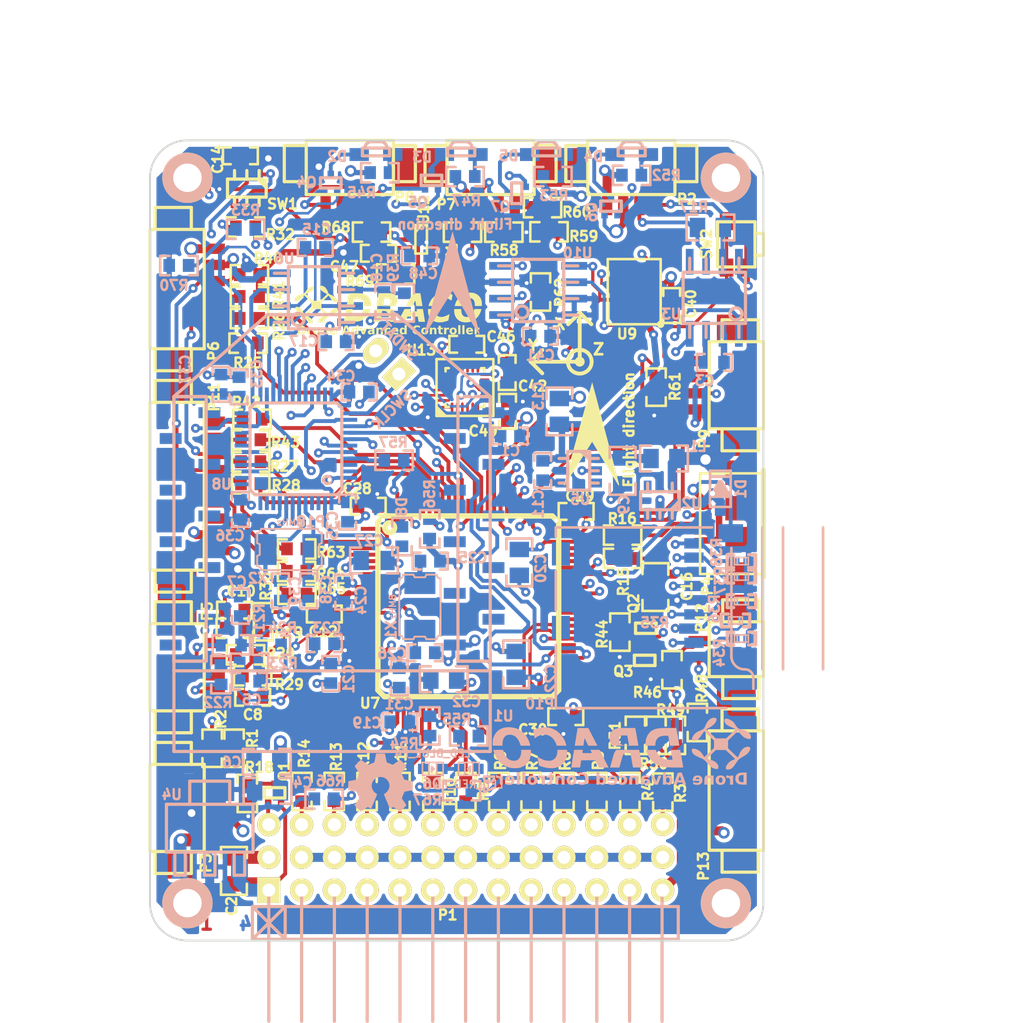
<source format=kicad_pcb>
(kicad_pcb (version 20171130) (host pcbnew "(5.1.12)-1")
  (layers (0 F.Cu signal) (1 Inner2.Cu signal) (2 Inner1.Cu power) (31 B.Cu mixed) (34 B.Paste user) (35 F.Paste user) (36 B.SilkS user hide) (37 F.SilkS user) (38 B.Mask user) (39 F.Mask user) (44 Edge.Cuts user))
  (net 0 "")
  (net 1 +3.3V)
  (net 2 +3.3VADC)
  (net 3 +5V)
  (net 4 AD0)
  (net 5 AD1)
  (net 6 AD2)
  (net 7 AD3)
  (net 8 CAN_RX)
  (net 9 CAN_TX)
  (net 10 EXTGPIO1)
  (net 11 EXTGPIO2)
  (net 12 EXTGPIO3)
  (net 13 EXTI2C_SCL)
  (net 14 EXTI2C_SDA)
  (net 15 EXTSPI_CS)
  (net 16 EXTSPI_MISO)
  (net 17 EXTSPI_MOSI)
  (net 18 EXTSPI_SCK)
  (net 19 EXTUART1_RX)
  (net 20 EXTUART1_TX)
  (net 21 EXTUART2_RX)
  (net 22 EXTUART2_TX)
  (net 23 F3_CS)
  (net 24 F3_INT)
  (net 25 F4_NRST)
  (net 26 F4_SWCLK)
  (net 27 F4_SWDIO)
  (net 28 FLASH_CS)
  (net 29 GND)
  (net 30 GPS_RX)
  (net 31 GPS_TX)
  (net 32 LED_BLUE)
  (net 33 LED_GREEN)
  (net 34 LED_ORANGE)
  (net 35 LED_RED)
  (net 36 MPU_CS)
  (net 37 MPU_INT)
  (net 38 MS_CS)
  (net 39 N-000001)
  (net 40 N-00000100)
  (net 41 N-00000103)
  (net 42 N-00000110)
  (net 43 N-00000111)
  (net 44 N-00000116)
  (net 45 N-00000123)
  (net 46 N-00000129)
  (net 47 N-00000130)
  (net 48 N-00000137)
  (net 49 N-00000138)
  (net 50 N-00000139)
  (net 51 N-00000140)
  (net 52 N-00000141)
  (net 53 N-00000142)
  (net 54 N-00000143)
  (net 55 N-00000148)
  (net 56 N-00000149)
  (net 57 N-00000150)
  (net 58 N-00000151)
  (net 59 N-00000152)
  (net 60 N-00000153)
  (net 61 N-00000154)
  (net 62 N-00000155)
  (net 63 N-00000156)
  (net 64 N-00000158)
  (net 65 N-00000159)
  (net 66 N-00000160)
  (net 67 N-00000161)
  (net 68 N-00000162)
  (net 69 N-00000163)
  (net 70 N-00000164)
  (net 71 N-00000168)
  (net 72 N-00000169)
  (net 73 N-00000170)
  (net 74 N-00000171)
  (net 75 N-00000172)
  (net 76 N-00000173)
  (net 77 N-00000174)
  (net 78 N-00000177)
  (net 79 N-00000178)
  (net 80 N-00000179)
  (net 81 N-00000180)
  (net 82 N-00000197)
  (net 83 N-00000198)
  (net 84 N-00000199)
  (net 85 N-000002)
  (net 86 N-00000200)
  (net 87 N-00000201)
  (net 88 N-00000202)
  (net 89 N-00000203)
  (net 90 N-00000204)
  (net 91 N-00000205)
  (net 92 N-00000206)
  (net 93 N-00000207)
  (net 94 N-00000208)
  (net 95 N-00000209)
  (net 96 N-00000210)
  (net 97 N-00000211)
  (net 98 N-00000212)
  (net 99 N-00000213)
  (net 100 N-00000214)
  (net 101 N-00000215)
  (net 102 N-00000216)
  (net 103 N-00000218)
  (net 104 N-00000219)
  (net 105 N-00000220)
  (net 106 N-00000221)
  (net 107 N-000003)
  (net 108 N-0000058)
  (net 109 N-0000059)
  (net 110 N-0000076)
  (net 111 N-0000077)
  (net 112 N-000008)
  (net 113 N-0000081)
  (net 114 N-0000095)
  (net 115 OSD_CSYNC)
  (net 116 OSD_HSYNC)
  (net 117 OSD_MISO_MASK)
  (net 118 OSD_MOSI_VOUT)
  (net 119 OSD_PIXEL_CLOCK)
  (net 120 OSD_SYNCOUT)
  (net 121 OSD_VSYNC)
  (net 122 PWM1)
  (net 123 PWM10)
  (net 124 PWM11)
  (net 125 PWM12)
  (net 126 PWM2)
  (net 127 PWM3)
  (net 128 PWM4)
  (net 129 PWM5)
  (net 130 PWM6)
  (net 131 PWM7)
  (net 132 PWM8)
  (net 133 PWM9)
  (net 134 SBUS)
  (net 135 SDIO_CLK)
  (net 136 SDIO_CMD)
  (net 137 SDIO_D0)
  (net 138 SDIO_D1)
  (net 139 SDIO_D2)
  (net 140 SDIO_D3)
  (net 141 SON_ECHO)
  (net 142 SON_TRIG)
  (net 143 SPI_MISO)
  (net 144 SPI_MOSI)
  (net 145 SPI_SCK)
  (net 146 SPORT_RX)
  (net 147 SPORT_TX)
  (net 148 USBDM)
  (net 149 USBDP)
  (net 150 USBVB)
  (net 151 USB_ID)
  (net 152 XBEE_CTS)
  (net 153 XBEE_RX)
  (net 154 XBEE_TX)
  (module pin_strip_2 (layer F.Cu) (at 208.38 161.21 135)
    (fp_text reference P14 hide)
    (fp_text value CONN_2 hide)
    (pad 1 thru_hole rect (at -1.27 0 135) (size 1.524 2.19964) (drill 1.00076) (layers *.Cu *.Mask F.SilkS) (net 44 N-00000116))
    (pad 2 thru_hole oval (at 1.27 0 135) (size 1.524 2.19964) (drill 1.00076) (layers *.Cu *.Mask F.SilkS) (net 114 N-0000095))
  )
  (module sod123 (layer B.Cu) (at 234.17 171 90)
    (fp_text reference D1 (at 0 1.59 90) (layer B.SilkS) (effects (font (size 0.77 0.77) (thickness 0.19)) (justify mirror)))
    (fp_text value PMEG6010CEH hide)
    (pad 2 smd rect (at 1.67386 0 90) (size 0.8509 0.8509) (layers B.Cu B.Paste B.Mask) (net 3 +5V))
    (pad 1 smd rect (at -1.67386 0 90) (size 0.8509 0.8509) (layers B.Cu B.Paste B.Mask) (net 150 USBVB))
  )
  (module pin_strip_13x3-90 (layer F.Cu) (at 214.4 200.85)
    (fp_text reference P1 (at -1.35 3.17) (layer F.SilkS) (effects (font (size 0.77 0.77) (thickness 0.19))))
    (fp_text value CONN_13X3 hide)
    (pad 39 thru_hole circle (at 15.3 -3.85) (size 1.8 1.8) (drill 1.00076) (layers *.Cu *.Mask F.SilkS) (net 90 N-00000204))
    (pad 38 thru_hole circle (at 15.3 -1.3) (size 1.8 1.8) (drill 1.00076) (layers *.Cu *.Mask F.SilkS) (net 3 +5V))
    (pad 37 thru_hole circle (at 15.3 1.25) (size 1.8 1.8) (drill 1.00076) (layers *.Cu *.Mask F.SilkS) (net 29 GND))
    (pad 1 thru_hole rect (at -15.2 1.2446) (size 1.8 1.99898) (drill 1.00076) (layers *.Cu *.Mask F.SilkS) (net 29 GND))
    (pad 2 thru_hole circle (at -15.2 -1.2954) (size 1.8 1.8) (drill 1.00076) (layers *.Cu *.Mask F.SilkS) (net 3 +5V))
    (pad 4 thru_hole circle (at -12.66 1.2446) (size 1.8 1.8) (drill 1.00076) (layers *.Cu *.Mask F.SilkS) (net 29 GND))
    (pad 5 thru_hole circle (at -12.66 -1.2954) (size 1.8 1.8) (drill 1.00076) (layers *.Cu *.Mask F.SilkS) (net 3 +5V))
    (pad 7 thru_hole circle (at -10.12 1.2446) (size 1.8 1.8) (drill 1.00076) (layers *.Cu *.Mask F.SilkS) (net 29 GND))
    (pad 8 thru_hole circle (at -10.12 -1.2954) (size 1.8 1.8) (drill 1.00076) (layers *.Cu *.Mask F.SilkS) (net 3 +5V))
    (pad 10 thru_hole circle (at -7.58 1.2446) (size 1.8 1.8) (drill 1.00076) (layers *.Cu *.Mask F.SilkS) (net 29 GND))
    (pad 11 thru_hole circle (at -7.58 -1.2954) (size 1.8 1.8) (drill 1.00076) (layers *.Cu *.Mask F.SilkS) (net 3 +5V))
    (pad 13 thru_hole circle (at -5.04 1.2446) (size 1.8 1.8) (drill 1.00076) (layers *.Cu *.Mask F.SilkS) (net 29 GND))
    (pad 14 thru_hole circle (at -5.04 -1.2954) (size 1.8 1.8) (drill 1.00076) (layers *.Cu *.Mask F.SilkS) (net 3 +5V))
    (pad 16 thru_hole circle (at -2.5 1.2446) (size 1.8 1.8) (drill 1.00076) (layers *.Cu *.Mask F.SilkS) (net 29 GND))
    (pad 17 thru_hole circle (at -2.5 -1.2954) (size 1.8 1.8) (drill 1.00076) (layers *.Cu *.Mask F.SilkS) (net 3 +5V))
    (pad 19 thru_hole circle (at 0.04 1.2446) (size 1.8 1.8) (drill 1.00076) (layers *.Cu *.Mask F.SilkS) (net 29 GND))
    (pad 20 thru_hole circle (at 0.04 -1.2954) (size 1.8 1.8) (drill 1.00076) (layers *.Cu *.Mask F.SilkS) (net 3 +5V))
    (pad 22 thru_hole circle (at 2.58 1.2446) (size 1.8 1.8) (drill 1.00076) (layers *.Cu *.Mask F.SilkS) (net 29 GND))
    (pad 23 thru_hole circle (at 2.58 -1.2954) (size 1.8 1.8) (drill 1.00076) (layers *.Cu *.Mask F.SilkS) (net 3 +5V))
    (pad 25 thru_hole circle (at 5.12 1.2446) (size 1.8 1.8) (drill 1.00076) (layers *.Cu *.Mask F.SilkS) (net 29 GND))
    (pad 26 thru_hole circle (at 5.12 -1.2954) (size 1.8 1.8) (drill 1.00076) (layers *.Cu *.Mask F.SilkS) (net 3 +5V))
    (pad 28 thru_hole circle (at 7.66 1.2446) (size 1.8 1.8) (drill 1.00076) (layers *.Cu *.Mask F.SilkS) (net 29 GND))
    (pad 29 thru_hole circle (at 7.66 -1.2954) (size 1.8 1.8) (drill 1.00076) (layers *.Cu *.Mask F.SilkS) (net 3 +5V))
    (pad 3 thru_hole circle (at -15.2 -3.8354) (size 1.8 1.8) (drill 1.00076) (layers *.Cu *.Mask F.SilkS) (net 59 N-00000152))
    (pad 6 thru_hole circle (at -12.66 -3.8354) (size 1.8 1.8) (drill 1.00076) (layers *.Cu *.Mask F.SilkS) (net 82 N-00000197))
    (pad 9 thru_hole circle (at -10.12 -3.8354) (size 1.8 1.8) (drill 1.00076) (layers *.Cu *.Mask F.SilkS) (net 89 N-00000203))
    (pad 12 thru_hole circle (at -7.58 -3.8354) (size 1.8 1.8) (drill 1.00076) (layers *.Cu *.Mask F.SilkS) (net 88 N-00000202))
    (pad 15 thru_hole circle (at -5.04 -3.8354) (size 1.8 1.8) (drill 1.00076) (layers *.Cu *.Mask F.SilkS) (net 87 N-00000201))
    (pad 18 thru_hole circle (at -2.5 -3.8354) (size 1.8 1.8) (drill 1.00076) (layers *.Cu *.Mask F.SilkS) (net 97 N-00000211))
    (pad 21 thru_hole circle (at 0.04 -3.8354) (size 1.8 1.8) (drill 1.00076) (layers *.Cu *.Mask F.SilkS) (net 96 N-00000210))
    (pad 24 thru_hole circle (at 2.58 -3.8354) (size 1.8 1.8) (drill 1.00076) (layers *.Cu *.Mask F.SilkS) (net 95 N-00000209))
    (pad 27 thru_hole circle (at 5.12 -3.8354) (size 1.8 1.8) (drill 1.00076) (layers *.Cu *.Mask F.SilkS) (net 92 N-00000206))
    (pad 30 thru_hole circle (at 7.66 -3.8354) (size 1.8 1.8) (drill 1.00076) (layers *.Cu *.Mask F.SilkS) (net 94 N-00000208))
    (pad 31 thru_hole circle (at 10.2 1.2446) (size 1.8 1.8) (drill 1.00076) (layers *.Cu *.Mask F.SilkS) (net 29 GND))
    (pad 32 thru_hole circle (at 10.2 -1.2954) (size 1.8 1.8) (drill 1.00076) (layers *.Cu *.Mask F.SilkS) (net 3 +5V))
    (pad 33 thru_hole circle (at 10.2 -3.8354) (size 1.8 1.8) (drill 1.00076) (layers *.Cu *.Mask F.SilkS) (net 93 N-00000207))
    (pad 34 thru_hole circle (at 12.74 1.2446) (size 1.8 1.8) (drill 1.00076) (layers *.Cu *.Mask F.SilkS) (net 29 GND))
    (pad 35 thru_hole circle (at 12.75 -1.3) (size 1.8 1.8) (drill 1.00076) (layers *.Cu *.Mask F.SilkS) (net 3 +5V))
    (pad 36 thru_hole circle (at 12.74 -3.8354) (size 1.8 1.8) (drill 1.00076) (layers *.Cu *.Mask F.SilkS) (net 91 N-00000205))
  )
  (module Logo_silk_OSHW_6x6mm (layer B.Cu) (at 207.85 193.75)
    (fp_text reference G5 hide)
    (fp_text value DUMMY hide)
  )
  (module ARROW (layer B.Cu) (at 213.4 155.09)
    (fp_text reference G1 hide)
    (fp_text value DUMMY hide)
  )
  (module ARROW (layer F.Cu) (at 224.21 166.79)
    (fp_text reference G3 hide)
    (fp_text value DUMMY hide)
  )
  (module LOGOGO (layer F.Cu) (at 208.47 157.17)
    (fp_text reference G2 hide)
    (fp_text value DUMMY hide)
  )
  (module LOGOGO (layer B.Cu) (at 226.52 191.36)
    (fp_text reference G4 hide)
    (fp_text value DUMMY hide)
  )
  (module r_0603 (layer B.Cu) (at 209.7 156.6 270)
    (fp_text reference R39 (at -2.75 0.86 270) (layer B.SilkS) (effects (font (size 0.77 0.77) (thickness 0.19)) (justify mirror)))
    (fp_text value 681k hide)
    (pad 1 smd rect (at 0.75184 0 270) (size 0.89916 1.00076) (layers B.Cu B.Paste B.Mask) (net 29 GND))
    (pad 2 smd rect (at -0.75184 0 270) (size 0.89916 1.00076) (layers B.Cu B.Paste B.Mask) (net 84 N-00000199))
  )
  (module 1pin (layer F.Cu) (at 192.9 146.9)
    (fp_text reference P22 hide)
    (fp_text value CONN_1 hide)
    (pad "" np_thru_hole circle (at 0 0) (size 2.2 2.2) (drill 2.2) (layers *.Cu *.Mask F.SilkS))
  )
  (module 1pin (layer F.Cu) (at 192.9 203.1)
    (fp_text reference P19 hide)
    (fp_text value CONN_1 hide)
    (pad "" np_thru_hole circle (at 0 0) (size 2.2 2.2) (drill 2.2) (layers *.Cu *.Mask F.SilkS))
  )
  (module 1pin (layer F.Cu) (at 234.6 203.1)
    (fp_text reference P21 hide)
    (fp_text value CONN_1 hide)
    (pad "" np_thru_hole circle (at 0 0) (size 2.2 2.2) (drill 2.2) (layers *.Cu *.Mask F.SilkS))
  )
  (module 1pin (layer F.Cu) (at 234.6 146.9)
    (fp_text reference P20 hide)
    (fp_text value CONN_1 hide)
    (pad "" np_thru_hole circle (at 0 0) (size 2.2 2.2) (drill 2.2) (layers *.Cu *.Mask F.SilkS))
  )
  (module TQFP-100 (layer F.Cu) (at 214.65 180.1 270)
    (fp_text reference U7 (at 7.51 7.61) (layer F.SilkS) (effects (font (size 0.77 0.77) (thickness 0.19))))
    (fp_text value STM32F427VIT6 hide)
    (pad 4 smd rect (at -4.50088 7.67588 270) (size 0.29972 1.30048) (layers F.Cu F.Paste F.Mask) (net 11 EXTGPIO2))
    (pad 5 smd rect (at -4.0005 7.67588 270) (size 0.29972 1.30048) (layers F.Cu F.Paste F.Mask) (net 10 EXTGPIO1))
    (pad 6 smd rect (at -3.50012 7.67588 270) (size 0.29972 1.30048) (layers F.Cu F.Paste F.Mask) (net 107 N-000003))
    (pad 7 smd rect (at -2.99974 7.67588 270) (size 0.29972 1.30048) (layers F.Cu F.Paste F.Mask))
    (pad 8 smd rect (at -2.49936 7.67588 270) (size 0.29972 1.30048) (layers F.Cu F.Paste F.Mask))
    (pad 1 smd rect (at -5.99948 7.67588 270) (size 0.29972 1.30048) (layers F.Cu F.Paste F.Mask) (net 24 F3_INT))
    (pad 2 smd rect (at -5.4991 7.67588 270) (size 0.29972 1.30048) (layers F.Cu F.Paste F.Mask))
    (pad 3 smd rect (at -5.00126 7.67588 270) (size 0.29972 1.30048) (layers F.Cu F.Paste F.Mask) (net 12 EXTGPIO3))
    (pad 17 smd rect (at 1.99898 7.67588 270) (size 0.29972 1.30048) (layers F.Cu F.Paste F.Mask) (net 5 AD1))
    (pad 18 smd rect (at 2.49936 7.67588 270) (size 0.29972 1.30048) (layers F.Cu F.Paste F.Mask) (net 4 AD0))
    (pad 19 smd rect (at 2.99974 7.67588 270) (size 0.29972 1.30048) (layers F.Cu F.Paste F.Mask) (net 1 +3.3V))
    (pad 20 smd rect (at 3.50012 7.67588 270) (size 0.29972 1.30048) (layers F.Cu F.Paste F.Mask) (net 29 GND))
    (pad 21 smd rect (at 4.0005 7.67588 270) (size 0.29972 1.30048) (layers F.Cu F.Paste F.Mask) (net 1 +3.3V))
    (pad 22 smd rect (at 4.50088 7.67588 270) (size 0.29972 1.30048) (layers F.Cu F.Paste F.Mask) (net 1 +3.3V))
    (pad 23 smd rect (at 5.00126 7.67588 270) (size 0.29972 1.30048) (layers F.Cu F.Paste F.Mask) (net 141 SON_ECHO))
    (pad 24 smd rect (at 5.4991 7.67588 270) (size 0.29972 1.30048) (layers F.Cu F.Paste F.Mask) (net 134 SBUS))
    (pad 33 smd rect (at 7.67588 2.49936 270) (size 1.30048 0.29972) (layers F.Cu F.Paste F.Mask))
    (pad 34 smd rect (at 7.67588 1.99898 270) (size 1.30048 0.29972) (layers F.Cu F.Paste F.Mask) (net 42 N-00000110))
    (pad 35 smd rect (at 7.67588 1.50114 270) (size 1.30048 0.29972) (layers F.Cu F.Paste F.Mask) (net 129 PWM5))
    (pad 36 smd rect (at 7.67588 1.00076 270) (size 1.30048 0.29972) (layers F.Cu F.Paste F.Mask) (net 130 PWM6))
    (pad 37 smd rect (at 7.67588 0.50038 270) (size 1.30048 0.29972) (layers F.Cu F.Paste F.Mask) (net 29 GND))
    (pad 38 smd rect (at 7.67588 0 270) (size 1.30048 0.29972) (layers F.Cu F.Paste F.Mask) (net 110 N-0000076))
    (pad 39 smd rect (at 7.67588 -0.50038 270) (size 1.30048 0.29972) (layers F.Cu F.Paste F.Mask))
    (pad 40 smd rect (at 7.67588 -1.00076 270) (size 1.30048 0.29972) (layers F.Cu F.Paste F.Mask) (net 131 PWM7))
    (pad 49 smd rect (at 7.67588 -5.4991 270) (size 1.30048 0.29972) (layers F.Cu F.Paste F.Mask) (net 85 N-000002))
    (pad 50 smd rect (at 7.67588 -5.99948 270) (size 1.30048 0.29972) (layers F.Cu F.Paste F.Mask) (net 1 +3.3V))
    (pad 51 smd rect (at 5.99948 -7.67588 270) (size 0.29972 1.30048) (layers F.Cu F.Paste F.Mask) (net 15 EXTSPI_CS))
    (pad 52 smd rect (at 5.4991 -7.67588 270) (size 0.29972 1.30048) (layers F.Cu F.Paste F.Mask) (net 18 EXTSPI_SCK))
    (pad 53 smd rect (at 5.00126 -7.67588 270) (size 0.29972 1.30048) (layers F.Cu F.Paste F.Mask) (net 16 EXTSPI_MISO))
    (pad 54 smd rect (at 4.50088 -7.67588 270) (size 0.29972 1.30048) (layers F.Cu F.Paste F.Mask) (net 17 EXTSPI_MOSI))
    (pad 55 smd rect (at 4.0005 -7.67588 270) (size 0.29972 1.30048) (layers F.Cu F.Paste F.Mask) (net 154 XBEE_TX))
    (pad 56 smd rect (at 3.50012 -7.67588 270) (size 0.29972 1.30048) (layers F.Cu F.Paste F.Mask) (net 153 XBEE_RX))
    (pad 9 smd rect (at -1.99898 7.67588 270) (size 0.29972 1.30048) (layers F.Cu F.Paste F.Mask))
    (pad 10 smd rect (at -1.50114 7.67588 270) (size 0.29972 1.30048) (layers F.Cu F.Paste F.Mask) (net 29 GND))
    (pad 11 smd rect (at -1.00076 7.67588 270) (size 0.29972 1.30048) (layers F.Cu F.Paste F.Mask) (net 1 +3.3V))
    (pad 25 smd rect (at 5.99948 7.67588 270) (size 0.29972 1.30048) (layers F.Cu F.Paste F.Mask) (net 122 PWM1))
    (pad 26 smd rect (at 7.67588 5.99948 270) (size 1.30048 0.29972) (layers F.Cu F.Paste F.Mask) (net 126 PWM2))
    (pad 27 smd rect (at 7.67588 5.4991 270) (size 1.30048 0.29972) (layers F.Cu F.Paste F.Mask) (net 29 GND))
    (pad 41 smd rect (at 7.67588 -1.50114 270) (size 1.30048 0.29972) (layers F.Cu F.Paste F.Mask))
    (pad 42 smd rect (at 7.67588 -1.99898 270) (size 1.30048 0.29972) (layers F.Cu F.Paste F.Mask) (net 132 PWM8))
    (pad 43 smd rect (at 7.67588 -2.49936 270) (size 1.30048 0.29972) (layers F.Cu F.Paste F.Mask))
    (pad 57 smd rect (at 2.99974 -7.67588 270) (size 0.29972 1.30048) (layers F.Cu F.Paste F.Mask))
    (pad 58 smd rect (at 2.49936 -7.67588 270) (size 0.29972 1.30048) (layers F.Cu F.Paste F.Mask) (net 152 XBEE_CTS))
    (pad 59 smd rect (at 1.99898 -7.67588 270) (size 0.29972 1.30048) (layers F.Cu F.Paste F.Mask) (net 125 PWM12))
    (pad 12 smd rect (at -0.50038 7.67588 270) (size 0.29972 1.30048) (layers F.Cu F.Paste F.Mask) (net 46 N-00000129))
    (pad 13 smd rect (at 0 7.67588 270) (size 0.29972 1.30048) (layers F.Cu F.Paste F.Mask) (net 47 N-00000130))
    (pad 14 smd rect (at 0.50038 7.67588 270) (size 0.29972 1.30048) (layers F.Cu F.Paste F.Mask) (net 25 F4_NRST))
    (pad 15 smd rect (at 1.00076 7.67588 270) (size 0.29972 1.30048) (layers F.Cu F.Paste F.Mask) (net 7 AD3))
    (pad 16 smd rect (at 1.50114 7.67588 270) (size 0.29972 1.30048) (layers F.Cu F.Paste F.Mask) (net 6 AD2))
    (pad 28 smd rect (at 7.67588 5.00126 270) (size 1.30048 0.29972) (layers F.Cu F.Paste F.Mask) (net 1 +3.3V))
    (pad 29 smd rect (at 7.67588 4.50088 270) (size 1.30048 0.29972) (layers F.Cu F.Paste F.Mask) (net 142 SON_TRIG))
    (pad 30 smd rect (at 7.67588 4.0005 270) (size 1.30048 0.29972) (layers F.Cu F.Paste F.Mask))
    (pad 31 smd rect (at 7.67588 3.50012 270) (size 1.30048 0.29972) (layers F.Cu F.Paste F.Mask) (net 127 PWM3))
    (pad 32 smd rect (at 7.67588 2.99974 270) (size 1.30048 0.29972) (layers F.Cu F.Paste F.Mask) (net 128 PWM4))
    (pad 44 smd rect (at 7.67588 -2.99974 270) (size 1.30048 0.29972) (layers F.Cu F.Paste F.Mask) (net 133 PWM9))
    (pad 45 smd rect (at 7.67588 -3.50012 270) (size 1.30048 0.29972) (layers F.Cu F.Paste F.Mask) (net 123 PWM10))
    (pad 46 smd rect (at 7.67588 -4.0005 270) (size 1.30048 0.29972) (layers F.Cu F.Paste F.Mask))
    (pad 47 smd rect (at 7.67588 -4.50088 270) (size 1.30048 0.29972) (layers F.Cu F.Paste F.Mask) (net 124 PWM11))
    (pad 48 smd rect (at 7.67588 -5.00126 270) (size 1.30048 0.29972) (layers F.Cu F.Paste F.Mask) (net 125 PWM12))
    (pad 60 smd rect (at 1.50114 -7.67588 270) (size 0.29972 1.30048) (layers F.Cu F.Paste F.Mask) (net 124 PWM11))
    (pad 61 smd rect (at 1.00076 -7.67588 270) (size 0.29972 1.30048) (layers F.Cu F.Paste F.Mask))
    (pad 62 smd rect (at 0.50038 -7.67588 270) (size 0.29972 1.30048) (layers F.Cu F.Paste F.Mask))
    (pad 63 smd rect (at 0 -7.67588 270) (size 0.29972 1.30048) (layers F.Cu F.Paste F.Mask) (net 147 SPORT_TX))
    (pad 64 smd rect (at -0.50038 -7.67588 270) (size 0.29972 1.30048) (layers F.Cu F.Paste F.Mask) (net 146 SPORT_RX))
    (pad 65 smd rect (at -1.00076 -7.67588 270) (size 0.29972 1.30048) (layers F.Cu F.Paste F.Mask) (net 137 SDIO_D0))
    (pad 66 smd rect (at -1.50114 -7.67588 270) (size 0.29972 1.30048) (layers F.Cu F.Paste F.Mask) (net 138 SDIO_D1))
    (pad 67 smd rect (at -1.99898 -7.67588 270) (size 0.29972 1.30048) (layers F.Cu F.Paste F.Mask))
    (pad 68 smd rect (at -2.49936 -7.67588 270) (size 0.29972 1.30048) (layers F.Cu F.Paste F.Mask) (net 150 USBVB))
    (pad 69 smd rect (at -2.99974 -7.67588 270) (size 0.29972 1.30048) (layers F.Cu F.Paste F.Mask) (net 151 USB_ID))
    (pad 70 smd rect (at -3.50012 -7.67588 270) (size 0.29972 1.30048) (layers F.Cu F.Paste F.Mask) (net 148 USBDM))
    (pad 71 smd rect (at -4.0005 -7.67588 270) (size 0.29972 1.30048) (layers F.Cu F.Paste F.Mask) (net 149 USBDP))
    (pad 72 smd rect (at -4.50088 -7.67588 270) (size 0.29972 1.30048) (layers F.Cu F.Paste F.Mask) (net 27 F4_SWDIO))
    (pad 73 smd rect (at -5.00126 -7.67588 270) (size 0.29972 1.30048) (layers F.Cu F.Paste F.Mask) (net 39 N-000001))
    (pad 74 smd rect (at -5.4991 -7.67588 270) (size 0.29972 1.30048) (layers F.Cu F.Paste F.Mask) (net 29 GND))
    (pad 75 smd rect (at -5.99948 -7.67588 270) (size 0.29972 1.30048) (layers F.Cu F.Paste F.Mask) (net 1 +3.3V))
    (pad 76 smd rect (at -7.67588 -5.99948 270) (size 1.30048 0.29972) (layers F.Cu F.Paste F.Mask) (net 26 F4_SWCLK))
    (pad 77 smd rect (at -7.67588 -5.4991 270) (size 1.30048 0.29972) (layers F.Cu F.Paste F.Mask) (net 111 N-0000077))
    (pad 78 smd rect (at -7.67588 -5.00126 270) (size 1.30048 0.29972) (layers F.Cu F.Paste F.Mask) (net 139 SDIO_D2))
    (pad 79 smd rect (at -7.67588 -4.50088 270) (size 1.30048 0.29972) (layers F.Cu F.Paste F.Mask) (net 140 SDIO_D3))
    (pad 80 smd rect (at -7.67588 -4.0005 270) (size 1.30048 0.29972) (layers F.Cu F.Paste F.Mask) (net 135 SDIO_CLK))
    (pad 81 smd rect (at -7.67588 -3.50012 270) (size 1.30048 0.29972) (layers F.Cu F.Paste F.Mask) (net 8 CAN_RX))
    (pad 82 smd rect (at -7.67588 -2.99974 270) (size 1.30048 0.29972) (layers F.Cu F.Paste F.Mask) (net 9 CAN_TX))
    (pad 83 smd rect (at -7.67588 -2.49936 270) (size 1.30048 0.29972) (layers F.Cu F.Paste F.Mask) (net 136 SDIO_CMD))
    (pad 84 smd rect (at -7.67588 -1.99898 270) (size 1.30048 0.29972) (layers F.Cu F.Paste F.Mask) (net 38 MS_CS))
    (pad 85 smd rect (at -7.67588 -1.50114 270) (size 1.30048 0.29972) (layers F.Cu F.Paste F.Mask) (net 28 FLASH_CS))
    (pad 86 smd rect (at -7.67588 -1.00076 270) (size 1.30048 0.29972) (layers F.Cu F.Paste F.Mask) (net 31 GPS_TX))
    (pad 87 smd rect (at -7.67588 -0.50038 270) (size 1.30048 0.29972) (layers F.Cu F.Paste F.Mask) (net 30 GPS_RX))
    (pad 88 smd rect (at -7.67588 0 270) (size 1.30048 0.29972) (layers F.Cu F.Paste F.Mask) (net 36 MPU_CS))
    (pad 89 smd rect (at -7.67588 0.50038 270) (size 1.30048 0.29972) (layers F.Cu F.Paste F.Mask) (net 145 SPI_SCK))
    (pad 90 smd rect (at -7.67588 1.00076 270) (size 1.30048 0.29972) (layers F.Cu F.Paste F.Mask) (net 143 SPI_MISO))
    (pad 91 smd rect (at -7.67588 1.50114 270) (size 1.30048 0.29972) (layers F.Cu F.Paste F.Mask) (net 144 SPI_MOSI))
    (pad 92 smd rect (at -7.67588 1.99898 270) (size 1.30048 0.29972) (layers F.Cu F.Paste F.Mask) (net 20 EXTUART1_TX))
    (pad 93 smd rect (at -7.67588 2.49936 270) (size 1.30048 0.29972) (layers F.Cu F.Paste F.Mask) (net 19 EXTUART1_RX))
    (pad 94 smd rect (at -7.67588 2.99974 270) (size 1.30048 0.29972) (layers F.Cu F.Paste F.Mask) (net 113 N-0000081))
    (pad 95 smd rect (at -7.67588 3.50012 270) (size 1.30048 0.29972) (layers F.Cu F.Paste F.Mask) (net 13 EXTI2C_SCL))
    (pad 96 smd rect (at -7.67588 4.0005 270) (size 1.30048 0.29972) (layers F.Cu F.Paste F.Mask) (net 14 EXTI2C_SDA))
    (pad 97 smd rect (at -7.67588 4.50088 270) (size 1.30048 0.29972) (layers F.Cu F.Paste F.Mask) (net 37 MPU_INT))
    (pad 98 smd rect (at -7.67588 5.00126 270) (size 1.30048 0.29972) (layers F.Cu F.Paste F.Mask) (net 23 F3_CS))
    (pad 99 smd rect (at -7.67588 5.4991 270) (size 1.30048 0.29972) (layers F.Cu F.Paste F.Mask) (net 29 GND))
    (pad 100 smd rect (at -7.67588 5.99948 270) (size 1.30048 0.29972) (layers F.Cu F.Paste F.Mask) (net 1 +3.3V))
  )
  (module xbee-smt (layer B.Cu) (at 204.1 185.1 180)
    (fp_text reference U1 (at -13.27 -3.5 180) (layer B.SilkS) (effects (font (size 0.77 0.77) (thickness 0.19)) (justify mirror)))
    (fp_text value XBEE hide)
    (pad 1 smd rect (at -12.49934 19.99996 90) (size 0.84836 1.69926) (layers B.Cu B.Paste B.Mask) (net 1 +3.3V))
    (pad 2 smd rect (at -9.4996 17.99844 90) (size 0.84836 1.69926) (layers B.Cu B.Paste B.Mask) (net 153 XBEE_RX))
    (pad 3 smd rect (at -12.49934 15.99946 90) (size 0.84836 1.69926) (layers B.Cu B.Paste B.Mask) (net 154 XBEE_TX))
    (pad 4 smd rect (at -9.4996 13.99794 90) (size 0.84836 1.69926) (layers B.Cu B.Paste B.Mask))
    (pad 5 smd rect (at -12.49934 11.99896 90) (size 0.84836 1.69926) (layers B.Cu B.Paste B.Mask))
    (pad 6 smd rect (at -9.4996 9.99998 90) (size 0.84836 1.69926) (layers B.Cu B.Paste B.Mask))
    (pad 7 smd rect (at -12.49934 7.99846 90) (size 0.84836 1.69926) (layers B.Cu B.Paste B.Mask))
    (pad 8 smd rect (at -9.4996 5.99948 90) (size 0.84836 1.69926) (layers B.Cu B.Paste B.Mask))
    (pad 9 smd rect (at -12.49934 3.99796 90) (size 0.84836 1.69926) (layers B.Cu B.Paste B.Mask))
    (pad 10 smd rect (at -9.4996 1.99898 90) (size 0.84836 1.69926) (layers B.Cu B.Paste B.Mask) (net 29 GND))
    (pad 11 smd rect (at 12.49934 1.99898 90) (size 0.84836 1.69926) (layers B.Cu B.Paste B.Mask))
    (pad 12 smd rect (at 9.4996 3.99796 90) (size 0.84836 1.69926) (layers B.Cu B.Paste B.Mask) (net 152 XBEE_CTS))
    (pad 13 smd rect (at 12.49934 5.99948 90) (size 0.84836 1.69926) (layers B.Cu B.Paste B.Mask))
    (pad 14 smd rect (at 9.4996 7.99846 90) (size 0.84836 1.69926) (layers B.Cu B.Paste B.Mask))
    (pad 15 smd rect (at 12.49934 9.99998 90) (size 0.84836 1.69926) (layers B.Cu B.Paste B.Mask))
    (pad 16 smd rect (at 9.4996 11.99896 90) (size 0.84836 1.69926) (layers B.Cu B.Paste B.Mask))
    (pad 17 smd rect (at 12.49934 13.99794 90) (size 0.84836 1.69926) (layers B.Cu B.Paste B.Mask))
    (pad 18 smd rect (at 9.4996 15.99946 90) (size 0.84836 1.69926) (layers B.Cu B.Paste B.Mask))
    (pad 19 smd rect (at 12.49934 17.99844 90) (size 0.84836 1.69926) (layers B.Cu B.Paste B.Mask))
    (pad 20 smd rect (at 9.4996 19.99996 90) (size 0.84836 1.69926) (layers B.Cu B.Paste B.Mask))
  )
  (module tsot-5 (layer B.Cu) (at 223.2 169.6 270)
    (fp_text reference U5 (at 2.23 -0.12) (layer B.SilkS) (effects (font (size 0.77 0.77) (thickness 0.19)) (justify mirror)))
    (fp_text value LT1761-3.3 hide)
    (pad 1 smd rect (at -0.94996 -1.30048 270) (size 0.69088 1.00076) (layers B.Cu B.Paste B.Mask) (net 75 N-00000172))
    (pad 3 smd rect (at 0.94996 -1.30048 270) (size 0.69088 1.00076) (layers B.Cu B.Paste B.Mask))
    (pad 2 smd rect (at 0 -1.30048 270) (size 0.69088 1.00076) (layers B.Cu B.Paste B.Mask) (net 29 GND))
    (pad 4 smd rect (at 0.94996 1.30048 270) (size 0.69088 1.00076) (layers B.Cu B.Paste B.Mask) (net 70 N-00000164))
    (pad 5 smd rect (at -0.94996 1.30048 270) (size 0.69088 1.00076) (layers B.Cu B.Paste B.Mask) (net 2 +3.3VADC))
  )
  (module stabil_sot223_1 (layer B.Cu) (at 194.6275 197.2945 180)
    (fp_text reference U4 (at 2.9375 2.6045 180) (layer B.SilkS) (effects (font (size 0.77 0.77) (thickness 0.19)) (justify mirror)))
    (fp_text value ADP3338AKCZ-3.3 hide)
    (pad GND smd rect (at -2.30124 -2.99974 180) (size 1.30048 1.80086) (layers B.Cu B.Paste B.Mask) (net 29 GND))
    (pad OUT smd rect (at 0 -2.99974 180) (size 1.30048 1.80086) (layers B.Cu B.Paste B.Mask) (net 1 +3.3V))
    (pad IN smd rect (at 2.30124 -2.99974 180) (size 1.30048 1.80086) (layers B.Cu B.Paste B.Mask) (net 3 +5V))
    (pad OUT smd rect (at 0 2.99974 180) (size 3.79984 1.80086) (layers B.Cu B.Paste B.Mask) (net 1 +3.3V))
  )
  (module sot23-6 (layer F.Cu) (at 197.5 147.7 180)
    (fp_text reference SW1 (at -2.76 -1.23 180) (layer F.SilkS) (effects (font (size 0.77 0.77) (thickness 0.19))))
    (fp_text value STG719 hide)
    (pad 1 smd rect (at -0.9525 1.05664 180) (size 0.59944 1.00076) (layers F.Cu F.Paste F.Mask) (net 117 OSD_MISO_MASK))
    (pad 3 smd rect (at 0.9525 1.05664 180) (size 0.59944 1.00076) (layers F.Cu F.Paste F.Mask) (net 29 GND))
    (pad 2 smd rect (at 0 1.05664 180) (size 0.59944 1.00076) (layers F.Cu F.Paste F.Mask) (net 1 +3.3V))
    (pad 4 smd rect (at 0.9525 -1.05664 180) (size 0.59944 1.00076) (layers F.Cu F.Paste F.Mask) (net 57 N-00000150))
    (pad 6 smd rect (at -0.9525 -1.05664 180) (size 0.59944 1.00076) (layers F.Cu F.Paste F.Mask) (net 55 N-00000148))
    (pad 5 smd rect (at 0 -1.05664 180) (size 0.59944 1.00076) (layers F.Cu F.Paste F.Mask) (net 58 N-00000151))
  )
  (module sot23-5 (layer B.Cu) (at 229.49 171.92 180)
    (fp_text reference U2 (at -2.46 -0.19 180) (layer B.SilkS) (effects (font (size 0.77 0.77) (thickness 0.19)) (justify mirror)))
    (fp_text value LTC4411 hide)
    (pad 1 smd rect (at -0.9525 -1.05664 180) (size 0.59944 1.00076) (layers B.Cu B.Paste B.Mask) (net 150 USBVB))
    (pad 3 smd rect (at 0.9525 -1.05664 180) (size 0.59944 1.00076) (layers B.Cu B.Paste B.Mask))
    (pad 2 smd rect (at 0 -1.05664 180) (size 0.59944 1.00076) (layers B.Cu B.Paste B.Mask) (net 29 GND))
    (pad 4 smd rect (at 0.9525 1.05664 180) (size 0.59944 1.00076) (layers B.Cu B.Paste B.Mask))
    (pad 5 smd rect (at -0.9525 1.05664 180) (size 0.59944 1.00076) (layers B.Cu B.Paste B.Mask) (net 3 +5V))
  )
  (module so-8 (layer B.Cu) (at 233.7 156.2 180)
    (fp_text reference U3 (at 3.33 -1.26 180) (layer B.SilkS) (effects (font (size 0.77 0.77) (thickness 0.19)) (justify mirror)))
    (fp_text value SN65HVD233 hide)
    (pad 1 smd rect (at -1.905 -2.794 180) (size 0.59944 1.99898) (layers B.Cu B.Paste B.Mask) (net 9 CAN_TX))
    (pad 2 smd rect (at -0.635 -2.794 180) (size 0.59944 1.99898) (layers B.Cu B.Paste B.Mask) (net 29 GND))
    (pad 3 smd rect (at 0.635 -2.794 180) (size 0.59944 1.99898) (layers B.Cu B.Paste B.Mask) (net 1 +3.3V))
    (pad 4 smd rect (at 1.905 -2.794 180) (size 0.59944 1.99898) (layers B.Cu B.Paste B.Mask) (net 8 CAN_RX))
    (pad 5 smd rect (at 1.905 2.794 180) (size 0.59944 1.99898) (layers B.Cu B.Paste B.Mask))
    (pad 6 smd rect (at 0.635 2.794 180) (size 0.59944 1.99898) (layers B.Cu B.Paste B.Mask) (net 81 N-00000180))
    (pad 7 smd rect (at -0.635 2.794 180) (size 0.59944 1.99898) (layers B.Cu B.Paste B.Mask) (net 80 N-00000179))
    (pad 8 smd rect (at -1.905 2.794 180) (size 0.59944 1.99898) (layers B.Cu B.Paste B.Mask) (net 29 GND))
  )
  (module so-8 (layer B.Cu) (at 202.7 156.2 90)
    (fp_text reference U6 (at 3.03 -2.29 180) (layer B.SilkS) (effects (font (size 0.77 0.77) (thickness 0.19)) (justify mirror)))
    (fp_text value EL1883 hide)
    (pad 1 smd rect (at -1.905 -2.794 90) (size 0.59944 1.99898) (layers B.Cu B.Paste B.Mask) (net 115 OSD_CSYNC))
    (pad 2 smd rect (at -0.635 -2.794 90) (size 0.59944 1.99898) (layers B.Cu B.Paste B.Mask) (net 86 N-00000200))
    (pad 3 smd rect (at 0.635 -2.794 90) (size 0.59944 1.99898) (layers B.Cu B.Paste B.Mask) (net 121 OSD_VSYNC))
    (pad 4 smd rect (at 1.905 -2.794 90) (size 0.59944 1.99898) (layers B.Cu B.Paste B.Mask) (net 29 GND))
    (pad 5 smd rect (at 1.905 2.794 90) (size 0.59944 1.99898) (layers B.Cu B.Paste B.Mask))
    (pad 6 smd rect (at 0.635 2.794 90) (size 0.59944 1.99898) (layers B.Cu B.Paste B.Mask) (net 84 N-00000199))
    (pad 7 smd rect (at -0.635 2.794 90) (size 0.59944 1.99898) (layers B.Cu B.Paste B.Mask) (net 116 OSD_HSYNC))
    (pad 8 smd rect (at -1.905 2.794 90) (size 0.59944 1.99898) (layers B.Cu B.Paste B.Mask) (net 1 +3.3V))
  )
  (module sc75 (layer F.Cu) (at 199.65 194.55)
    (fp_text reference Q1 (at 0.74 -1.67 90) (layer F.SilkS) (effects (font (size 0.77 0.77) (thickness 0.19))))
    (fp_text value NTA4153NT1G hide)
    (pad 1 smd rect (at -0.5 0.65) (size 0.5 0.6) (layers F.Cu F.Paste F.Mask) (net 59 N-00000152))
    (pad 2 smd rect (at 0.5 0.65) (size 0.5 0.6) (layers F.Cu F.Paste F.Mask) (net 29 GND))
    (pad 3 smd rect (at 0 -0.65) (size 0.5 0.6) (layers F.Cu F.Paste F.Mask) (net 134 SBUS))
  )
  (module sc75 (layer F.Cu) (at 228.31 184.29)
    (fp_text reference Q3 (at -1.65 0.85) (layer F.SilkS) (effects (font (size 0.77 0.77) (thickness 0.19))))
    (fp_text value NTA4151PT1G hide)
    (pad 1 smd rect (at -0.5 0.65) (size 0.5 0.6) (layers F.Cu F.Paste F.Mask) (net 147 SPORT_TX))
    (pad 2 smd rect (at 0.5 0.65) (size 0.5 0.6) (layers F.Cu F.Paste F.Mask) (net 1 +3.3V))
    (pad 3 smd rect (at 0 -0.65) (size 0.5 0.6) (layers F.Cu F.Paste F.Mask) (net 99 N-00000213))
  )
  (module sc75 (layer F.Cu) (at 228.4 181.8)
    (fp_text reference Q2 (at -0.94 -1.92 90) (layer F.SilkS) (effects (font (size 0.77 0.77) (thickness 0.19))))
    (fp_text value NTA4153NT1G hide)
    (pad 1 smd rect (at -0.5 0.65) (size 0.5 0.6) (layers F.Cu F.Paste F.Mask) (net 99 N-00000213))
    (pad 2 smd rect (at 0.5 0.65) (size 0.5 0.6) (layers F.Cu F.Paste F.Mask) (net 29 GND))
    (pad 3 smd rect (at 0 -0.65) (size 0.5 0.6) (layers F.Cu F.Paste F.Mask) (net 146 SPORT_RX))
  )
  (module r_0805 (layer B.Cu) (at 233.4 150.8 180)
    (fp_text reference R17 (at 1.3 1.64 180) (layer B.SilkS) (effects (font (size 0.77 0.77) (thickness 0.19)) (justify mirror)))
    (fp_text value 120R hide)
    (pad 1 smd rect (at 1.00076 0.0508 180) (size 1.19888 1.4986) (layers B.Cu B.Paste B.Mask) (net 81 N-00000180))
    (pad 2 smd rect (at -1.00076 0.0508 180) (size 1.19888 1.4986) (layers B.Cu B.Paste B.Mask) (net 80 N-00000179))
  )
  (module r_0805 (layer B.Cu) (at 229.8 168.6)
    (fp_text reference L1 (at 2.63 -0.89) (layer B.SilkS) (effects (font (size 0.77 0.77) (thickness 0.19)) (justify mirror)))
    (fp_text value 10uH hide)
    (pad 1 smd rect (at 1.00076 0.0508) (size 1.19888 1.4986) (layers B.Cu B.Paste B.Mask) (net 3 +5V))
    (pad 2 smd rect (at -1.00076 0.0508) (size 1.19888 1.4986) (layers B.Cu B.Paste B.Mask) (net 75 N-00000172))
  )
  (module r_0603 (layer F.Cu) (at 197.4 150.7 180)
    (fp_text reference R32 (at -2.68 -0.6 180) (layer F.SilkS) (effects (font (size 0.77 0.77) (thickness 0.19))))
    (fp_text value 220R hide)
    (pad 1 smd rect (at 0.75184 0 180) (size 0.89916 1.00076) (layers F.Cu F.Paste F.Mask) (net 57 N-00000150))
    (pad 2 smd rect (at -0.75184 0 180) (size 0.89916 1.00076) (layers F.Cu F.Paste F.Mask) (net 118 OSD_MOSI_VOUT))
  )
  (module r_0603 (layer B.Cu) (at 197.4 150.9 180)
    (fp_text reference R33 (at -0.01 1.49 180) (layer B.SilkS) (effects (font (size 0.77 0.77) (thickness 0.19)) (justify mirror)))
    (fp_text value 470R hide)
    (pad 1 smd rect (at 0.75184 0 180) (size 0.89916 1.00076) (layers B.Cu B.Paste B.Mask) (net 57 N-00000150))
    (pad 2 smd rect (at -0.75184 0 180) (size 0.89916 1.00076) (layers B.Cu B.Paste B.Mask) (net 120 OSD_SYNCOUT))
  )
  (module r_0603 (layer F.Cu) (at 220.9 151.1)
    (fp_text reference R59 (at 2.69 0.34) (layer F.SilkS) (effects (font (size 0.77 0.77) (thickness 0.19))))
    (fp_text value 4k7 hide)
    (pad 1 smd rect (at 0.75184 0) (size 0.89916 1.00076) (layers F.Cu F.Paste F.Mask) (net 22 EXTUART2_TX))
    (pad 2 smd rect (at -0.75184 0) (size 0.89916 1.00076) (layers F.Cu F.Paste F.Mask) (net 1 +3.3V))
  )
  (module r_0603 (layer F.Cu) (at 232.4 189.1 90)
    (fp_text reference R48 (at 2.63 0.35 90) (layer F.SilkS) (effects (font (size 0.77 0.77) (thickness 0.19))))
    (fp_text value 470R hide)
    (pad 1 smd rect (at 0.75184 0 90) (size 0.89916 1.00076) (layers F.Cu F.Paste F.Mask) (net 17 EXTSPI_MOSI))
    (pad 2 smd rect (at -0.75184 0 90) (size 0.89916 1.00076) (layers F.Cu F.Paste F.Mask) (net 103 N-00000218))
  )
  (module r_0603 (layer B.Cu) (at 221.2 146.8)
    (fp_text reference R53 (at 0.08 1.48) (layer B.SilkS) (effects (font (size 0.77 0.77) (thickness 0.19)) (justify mirror)))
    (fp_text value 220R hide)
    (pad 1 smd rect (at 0.75184 0) (size 0.89916 1.00076) (layers B.Cu B.Paste B.Mask) (net 100 N-00000214))
    (pad 2 smd rect (at -0.75184 0) (size 0.89916 1.00076) (layers B.Cu B.Paste B.Mask) (net 3 +5V))
  )
  (module r_0603 (layer B.Cu) (at 227.3 146.7)
    (fp_text reference R52 (at 2.69 0.01) (layer B.SilkS) (effects (font (size 0.77 0.77) (thickness 0.19)) (justify mirror)))
    (fp_text value 180R hide)
    (pad 1 smd rect (at 0.75184 0) (size 0.89916 1.00076) (layers B.Cu B.Paste B.Mask) (net 101 N-00000215))
    (pad 2 smd rect (at -0.75184 0) (size 0.89916 1.00076) (layers B.Cu B.Paste B.Mask) (net 3 +5V))
  )
  (module r_0603 (layer B.Cu) (at 214.4 146.8)
    (fp_text reference R47 (at 0.11 1.88) (layer B.SilkS) (effects (font (size 0.77 0.77) (thickness 0.19)) (justify mirror)))
    (fp_text value 330R hide)
    (pad 1 smd rect (at 0.75184 0) (size 0.89916 1.00076) (layers B.Cu B.Paste B.Mask) (net 102 N-00000216))
    (pad 2 smd rect (at -0.75184 0) (size 0.89916 1.00076) (layers B.Cu B.Paste B.Mask) (net 3 +5V))
  )
  (module r_0603 (layer B.Cu) (at 207.8 146.5)
    (fp_text reference R45 (at -1.42 1.55) (layer B.SilkS) (effects (font (size 0.77 0.77) (thickness 0.19)) (justify mirror)))
    (fp_text value 330R hide)
    (pad 1 smd rect (at 0.75184 0) (size 0.89916 1.00076) (layers B.Cu B.Paste B.Mask) (net 106 N-00000221))
    (pad 2 smd rect (at -0.75184 0) (size 0.89916 1.00076) (layers B.Cu B.Paste B.Mask) (net 3 +5V))
  )
  (module r_0603 (layer F.Cu) (at 197.8 170.6 180)
    (fp_text reference R28 (at -2.74 -0.14 180) (layer F.SilkS) (effects (font (size 0.77 0.77) (thickness 0.19))))
    (fp_text value 220R hide)
    (pad 1 smd rect (at 0.75184 0 180) (size 0.89916 1.00076) (layers F.Cu F.Paste F.Mask) (net 72 N-00000169))
    (pad 2 smd rect (at -0.75184 0 180) (size 0.89916 1.00076) (layers F.Cu F.Paste F.Mask) (net 14 EXTI2C_SDA))
  )
  (module r_0603 (layer F.Cu) (at 197.8 168.9 180)
    (fp_text reference R27 (at -2.6 -0.35 180) (layer F.SilkS) (effects (font (size 0.77 0.77) (thickness 0.19))))
    (fp_text value 220R hide)
    (pad 1 smd rect (at 0.75184 0 180) (size 0.89916 1.00076) (layers F.Cu F.Paste F.Mask) (net 71 N-00000168))
    (pad 2 smd rect (at -0.75184 0 180) (size 0.89916 1.00076) (layers F.Cu F.Paste F.Mask) (net 13 EXTI2C_SCL))
  )
  (module r_0603 (layer F.Cu) (at 197.7 157.8 180)
    (fp_text reference R26 (at -2.29 -0.6 270) (layer F.SilkS) (effects (font (size 0.77 0.77) (thickness 0.19))))
    (fp_text value 470R hide)
    (pad 1 smd rect (at 0.75184 0 180) (size 0.89916 1.00076) (layers F.Cu F.Paste F.Mask) (net 74 N-00000171))
    (pad 2 smd rect (at -0.75184 0 180) (size 0.89916 1.00076) (layers F.Cu F.Paste F.Mask) (net 31 GPS_TX))
  )
  (module r_0603 (layer F.Cu) (at 197.6 159.7 180)
    (fp_text reference R25 (at 0.03 -1.55 180) (layer F.SilkS) (effects (font (size 0.77 0.77) (thickness 0.19))))
    (fp_text value 470R hide)
    (pad 1 smd rect (at 0.75184 0 180) (size 0.89916 1.00076) (layers F.Cu F.Paste F.Mask) (net 73 N-00000170))
    (pad 2 smd rect (at -0.75184 0 180) (size 0.89916 1.00076) (layers F.Cu F.Paste F.Mask) (net 30 GPS_RX))
  )
  (module r_0603 (layer F.Cu) (at 226.4 182.1 90)
    (fp_text reference R44 (at -0.16 -1.38 90) (layer F.SilkS) (effects (font (size 0.77 0.77) (thickness 0.19))))
    (fp_text value 4k7 hide)
    (pad 1 smd rect (at 0.75184 0 90) (size 0.89916 1.00076) (layers F.Cu F.Paste F.Mask) (net 146 SPORT_RX))
    (pad 2 smd rect (at -0.75184 0 90) (size 0.89916 1.00076) (layers F.Cu F.Paste F.Mask) (net 1 +3.3V))
  )
  (module r_0603 (layer F.Cu) (at 201.75 194.45 270)
    (fp_text reference R14 (at -2.94 -0.2 270) (layer F.SilkS) (effects (font (size 0.77 0.77) (thickness 0.19))))
    (fp_text value 470R hide)
    (pad 1 smd rect (at 0.75184 0 270) (size 0.89916 1.00076) (layers F.Cu F.Paste F.Mask) (net 82 N-00000197))
    (pad 2 smd rect (at -0.75184 0 270) (size 0.89916 1.00076) (layers F.Cu F.Paste F.Mask) (net 122 PWM1))
  )
  (module r_0603 (layer F.Cu) (at 227.15 194.45 270)
    (fp_text reference R4 (at -0.02 -1.42 270) (layer F.SilkS) (effects (font (size 0.77 0.77) (thickness 0.19))))
    (fp_text value 470R hide)
    (pad 1 smd rect (at 0.75184 0 270) (size 0.89916 1.00076) (layers F.Cu F.Paste F.Mask) (net 91 N-00000205))
    (pad 2 smd rect (at -0.75184 0 270) (size 0.89916 1.00076) (layers F.Cu F.Paste F.Mask) (net 124 PWM11))
  )
  (module r_0603 (layer F.Cu) (at 224.6 194.45 270)
    (fp_text reference R5 (at -2.4 -0.11 270) (layer F.SilkS) (effects (font (size 0.77 0.77) (thickness 0.19))))
    (fp_text value 470R hide)
    (pad 1 smd rect (at 0.75184 0 270) (size 0.89916 1.00076) (layers F.Cu F.Paste F.Mask) (net 93 N-00000207))
    (pad 2 smd rect (at -0.75184 0 270) (size 0.89916 1.00076) (layers F.Cu F.Paste F.Mask) (net 123 PWM10))
  )
  (module r_0603 (layer F.Cu) (at 222.05 194.45 270)
    (fp_text reference R6 (at -2.36 -0.1 270) (layer F.SilkS) (effects (font (size 0.77 0.77) (thickness 0.19))))
    (fp_text value 470R hide)
    (pad 1 smd rect (at 0.75184 0 270) (size 0.89916 1.00076) (layers F.Cu F.Paste F.Mask) (net 94 N-00000208))
    (pad 2 smd rect (at -0.75184 0 270) (size 0.89916 1.00076) (layers F.Cu F.Paste F.Mask) (net 133 PWM9))
  )
  (module r_0603 (layer F.Cu) (at 217 194.45 270)
    (fp_text reference R8 (at -2.39 -0.15 270) (layer F.SilkS) (effects (font (size 0.77 0.77) (thickness 0.19))))
    (fp_text value 470R hide)
    (pad 1 smd rect (at 0.75184 0 270) (size 0.89916 1.00076) (layers F.Cu F.Paste F.Mask) (net 95 N-00000209))
    (pad 2 smd rect (at -0.75184 0 270) (size 0.89916 1.00076) (layers F.Cu F.Paste F.Mask) (net 131 PWM7))
  )
  (module r_0603 (layer F.Cu) (at 219.5 194.45 270)
    (fp_text reference R7 (at -2.38 -0.11 270) (layer F.SilkS) (effects (font (size 0.77 0.77) (thickness 0.19))))
    (fp_text value 470R hide)
    (pad 1 smd rect (at 0.75184 0 270) (size 0.89916 1.00076) (layers F.Cu F.Paste F.Mask) (net 92 N-00000206))
    (pad 2 smd rect (at -0.75184 0 270) (size 0.89916 1.00076) (layers F.Cu F.Paste F.Mask) (net 132 PWM8))
  )
  (module r_0603 (layer F.Cu) (at 214.45 194.45 270)
    (fp_text reference R9 (at -0.01 -1.36 270) (layer F.SilkS) (effects (font (size 0.77 0.77) (thickness 0.19))))
    (fp_text value 470R hide)
    (pad 1 smd rect (at 0.75184 0 270) (size 0.89916 1.00076) (layers F.Cu F.Paste F.Mask) (net 96 N-00000210))
    (pad 2 smd rect (at -0.75184 0 270) (size 0.89916 1.00076) (layers F.Cu F.Paste F.Mask) (net 130 PWM6))
  )
  (module r_0603 (layer F.Cu) (at 211.9 194.45 270)
    (fp_text reference R10 (at 0.04 -1.36 270) (layer F.SilkS) (effects (font (size 0.77 0.77) (thickness 0.19))))
    (fp_text value 470R hide)
    (pad 1 smd rect (at 0.75184 0 270) (size 0.89916 1.00076) (layers F.Cu F.Paste F.Mask) (net 97 N-00000211))
    (pad 2 smd rect (at -0.75184 0 270) (size 0.89916 1.00076) (layers F.Cu F.Paste F.Mask) (net 129 PWM5))
  )
  (module r_0603 (layer F.Cu) (at 209.35 194.45 270)
    (fp_text reference R11 (at -2.67 -0.09 270) (layer F.SilkS) (effects (font (size 0.77 0.77) (thickness 0.19))))
    (fp_text value 470R hide)
    (pad 1 smd rect (at 0.75184 0 270) (size 0.89916 1.00076) (layers F.Cu F.Paste F.Mask) (net 87 N-00000201))
    (pad 2 smd rect (at -0.75184 0 270) (size 0.89916 1.00076) (layers F.Cu F.Paste F.Mask) (net 128 PWM4))
  )
  (module r_0603 (layer F.Cu) (at 206.8 194.45 270)
    (fp_text reference R12 (at -2.75 0.24 270) (layer F.SilkS) (effects (font (size 0.77 0.77) (thickness 0.19))))
    (fp_text value 470R hide)
    (pad 1 smd rect (at 0.75184 0 270) (size 0.89916 1.00076) (layers F.Cu F.Paste F.Mask) (net 88 N-00000202))
    (pad 2 smd rect (at -0.75184 0 270) (size 0.89916 1.00076) (layers F.Cu F.Paste F.Mask) (net 127 PWM3))
  )
  (module r_0603 (layer F.Cu) (at 204.25 194.45 270)
    (fp_text reference R13 (at -2.68 -0.18 270) (layer F.SilkS) (effects (font (size 0.77 0.77) (thickness 0.19))))
    (fp_text value 470R hide)
    (pad 1 smd rect (at 0.75184 0 270) (size 0.89916 1.00076) (layers F.Cu F.Paste F.Mask) (net 89 N-00000203))
    (pad 2 smd rect (at -0.75184 0 270) (size 0.89916 1.00076) (layers F.Cu F.Paste F.Mask) (net 126 PWM2))
  )
  (module r_0603 (layer F.Cu) (at 217.4 151.1 180)
    (fp_text reference R58 (at -0.02 -1.42 180) (layer F.SilkS) (effects (font (size 0.77 0.77) (thickness 0.19))))
    (fp_text value 4k7 hide)
    (pad 1 smd rect (at 0.75184 0 180) (size 0.89916 1.00076) (layers F.Cu F.Paste F.Mask) (net 21 EXTUART2_RX))
    (pad 2 smd rect (at -0.75184 0 180) (size 0.89916 1.00076) (layers F.Cu F.Paste F.Mask) (net 1 +3.3V))
  )
  (module r_0603 (layer F.Cu) (at 197.8 167.2 180)
    (fp_text reference R43 (at -2.69 -0.2 180) (layer F.SilkS) (effects (font (size 0.77 0.77) (thickness 0.19))))
    (fp_text value 470R hide)
    (pad 1 smd rect (at 0.75184 0 180) (size 0.89916 1.00076) (layers F.Cu F.Paste F.Mask) (net 66 N-00000160))
    (pad 2 smd rect (at -0.75184 0 180) (size 0.89916 1.00076) (layers F.Cu F.Paste F.Mask) (net 19 EXTUART1_RX))
  )
  (module r_0603 (layer F.Cu) (at 197.9 165.6 180)
    (fp_text reference R42 (at 0.44 1.31 180) (layer F.SilkS) (effects (font (size 0.77 0.77) (thickness 0.19))))
    (fp_text value 470R hide)
    (pad 1 smd rect (at 0.75184 0 180) (size 0.89916 1.00076) (layers F.Cu F.Paste F.Mask) (net 67 N-00000161))
    (pad 2 smd rect (at -0.75184 0 180) (size 0.89916 1.00076) (layers F.Cu F.Paste F.Mask) (net 20 EXTUART1_TX))
  )
  (module r_0603 (layer F.Cu) (at 227.6 190.1 90)
    (fp_text reference R51 (at -0.02 -1.58 90) (layer F.SilkS) (effects (font (size 0.77 0.77) (thickness 0.19))))
    (fp_text value 470R hide)
    (pad 1 smd rect (at 0.75184 0 90) (size 0.89916 1.00076) (layers F.Cu F.Paste F.Mask) (net 15 EXTSPI_CS))
    (pad 2 smd rect (at -0.75184 0 90) (size 0.89916 1.00076) (layers F.Cu F.Paste F.Mask) (net 83 N-00000198))
  )
  (module r_0603 (layer F.Cu) (at 229.2 190.1 90)
    (fp_text reference R50 (at -2.2 -0.2 180) (layer F.SilkS) (effects (font (size 0.77 0.77) (thickness 0.19))))
    (fp_text value 470R hide)
    (pad 1 smd rect (at 0.75184 0 90) (size 0.89916 1.00076) (layers F.Cu F.Paste F.Mask) (net 18 EXTSPI_SCK))
    (pad 2 smd rect (at -0.75184 0 90) (size 0.89916 1.00076) (layers F.Cu F.Paste F.Mask) (net 105 N-00000220))
  )
  (module r_0603 (layer F.Cu) (at 230.7 190.1 90)
    (fp_text reference R49 (at 1.97 -0.39 180) (layer F.SilkS) (effects (font (size 0.77 0.77) (thickness 0.19))))
    (fp_text value 470R hide)
    (pad 1 smd rect (at 0.75184 0 90) (size 0.89916 1.00076) (layers F.Cu F.Paste F.Mask) (net 16 EXTSPI_MISO))
    (pad 2 smd rect (at -0.75184 0 90) (size 0.89916 1.00076) (layers F.Cu F.Paste F.Mask) (net 104 N-00000219))
  )
  (module r_0603 (layer F.Cu) (at 197.55 194.6 90)
    (fp_text reference R18 (at 2.02 0.91 180) (layer F.SilkS) (effects (font (size 0.77 0.77) (thickness 0.19))))
    (fp_text value 4k7 hide)
    (pad 1 smd rect (at 0.75184 0 90) (size 0.89916 1.00076) (layers F.Cu F.Paste F.Mask) (net 134 SBUS))
    (pad 2 smd rect (at -0.75184 0 90) (size 0.89916 1.00076) (layers F.Cu F.Paste F.Mask) (net 1 +3.3V))
  )
  (module r_0603 (layer F.Cu) (at 214.2 151.1 180)
    (fp_text reference R31 (at 0.81 -1.97 270) (layer F.SilkS) (effects (font (size 0.77 0.77) (thickness 0.19))))
    (fp_text value 220R hide)
    (pad 1 smd rect (at 0.75184 0 180) (size 0.89916 1.00076) (layers F.Cu F.Paste F.Mask) (net 53 N-00000142))
    (pad 2 smd rect (at -0.75184 0 180) (size 0.89916 1.00076) (layers F.Cu F.Paste F.Mask) (net 21 EXTUART2_RX))
  )
  (module r_0603 (layer F.Cu) (at 229.7 194.5 270)
    (fp_text reference R3 (at 0.08 -1.38 270) (layer F.SilkS) (effects (font (size 0.77 0.77) (thickness 0.19))))
    (fp_text value 470R hide)
    (pad 1 smd rect (at 0.75184 0 270) (size 0.89916 1.00076) (layers F.Cu F.Paste F.Mask) (net 90 N-00000204))
    (pad 2 smd rect (at -0.75184 0 270) (size 0.89916 1.00076) (layers F.Cu F.Paste F.Mask) (net 125 PWM12))
  )
  (module r_0603 (layer B.Cu) (at 196.3 183.1 180)
    (fp_text reference R21 (at -2.16 2.1 270) (layer B.SilkS) (effects (font (size 0.77 0.77) (thickness 0.19)) (justify mirror)))
    (fp_text value 39k hide)
    (pad 1 smd rect (at 0.75184 0 180) (size 0.89916 1.00076) (layers B.Cu B.Paste B.Mask) (net 69 N-00000163))
    (pad 2 smd rect (at -0.75184 0 180) (size 0.89916 1.00076) (layers B.Cu B.Paste B.Mask) (net 5 AD1))
  )
  (module r_0603 (layer F.Cu) (at 197.7 156.1 180)
    (fp_text reference R41 (at -2.27 0.1 270) (layer F.SilkS) (effects (font (size 0.77 0.77) (thickness 0.19))))
    (fp_text value 4.7k hide)
    (pad 1 smd rect (at 0.75184 0 180) (size 0.89916 1.00076) (layers F.Cu F.Paste F.Mask) (net 71 N-00000168))
    (pad 2 smd rect (at -0.75184 0 180) (size 0.89916 1.00076) (layers F.Cu F.Paste F.Mask) (net 1 +3.3V))
  )
  (module r_0603 (layer F.Cu) (at 197.7 154.4 180)
    (fp_text reference R40 (at -1.44 1.27 180) (layer F.SilkS) (effects (font (size 0.77 0.77) (thickness 0.19))))
    (fp_text value 4.7k hide)
    (pad 1 smd rect (at 0.75184 0 180) (size 0.89916 1.00076) (layers F.Cu F.Paste F.Mask) (net 72 N-00000169))
    (pad 2 smd rect (at -0.75184 0 180) (size 0.89916 1.00076) (layers F.Cu F.Paste F.Mask) (net 1 +3.3V))
  )
  (module r_0603 (layer B.Cu) (at 211.65 174.1 90)
    (fp_text reference R56 (at 2.71 0.01 90) (layer B.SilkS) (effects (font (size 0.77 0.77) (thickness 0.19)) (justify mirror)))
    (fp_text value 39k hide)
    (pad 1 smd rect (at 0.75184 0 90) (size 0.89916 1.00076) (layers B.Cu B.Paste B.Mask) (net 113 N-0000081))
    (pad 2 smd rect (at -0.75184 0 90) (size 0.89916 1.00076) (layers B.Cu B.Paste B.Mask) (net 29 GND))
  )
  (module r_0603 (layer F.Cu) (at 230.41 185.02 270)
    (fp_text reference R46 (at 1.75 1.89) (layer F.SilkS) (effects (font (size 0.77 0.77) (thickness 0.19))))
    (fp_text value 470R hide)
    (pad 1 smd rect (at 0.75184 0 270) (size 0.89916 1.00076) (layers F.Cu F.Paste F.Mask) (net 99 N-00000213))
    (pad 2 smd rect (at -0.75184 0 270) (size 0.89916 1.00076) (layers F.Cu F.Paste F.Mask) (net 98 N-00000212))
  )
  (module r_0603 (layer F.Cu) (at 196.6 181.8 180)
    (fp_text reference R19 (at -4.13 -0.35 180) (layer F.SilkS) (effects (font (size 0.77 0.77) (thickness 0.19))))
    (fp_text value 39k hide)
    (pad 1 smd rect (at 0.75184 0 180) (size 0.89916 1.00076) (layers F.Cu F.Paste F.Mask) (net 62 N-00000155))
    (pad 2 smd rect (at -0.75184 0 180) (size 0.89916 1.00076) (layers F.Cu F.Paste F.Mask) (net 7 AD3))
  )
  (module r_0603 (layer F.Cu) (at 197.95 185.5)
    (fp_text reference R29 (at 2.83 0.66) (layer F.SilkS) (effects (font (size 0.77 0.77) (thickness 0.19))))
    (fp_text value 39k hide)
    (pad 1 smd rect (at 0.75184 0) (size 0.89916 1.00076) (layers F.Cu F.Paste F.Mask) (net 29 GND))
    (pad 2 smd rect (at -0.75184 0) (size 0.89916 1.00076) (layers F.Cu F.Paste F.Mask) (net 6 AD2))
  )
  (module r_0603 (layer F.Cu) (at 197.4 183.85 180)
    (fp_text reference R20 (at -2.71 0.09 180) (layer F.SilkS) (effects (font (size 0.77 0.77) (thickness 0.19))))
    (fp_text value 39k hide)
    (pad 1 smd rect (at 0.75184 0 180) (size 0.89916 1.00076) (layers F.Cu F.Paste F.Mask) (net 63 N-00000156))
    (pad 2 smd rect (at -0.75184 0 180) (size 0.89916 1.00076) (layers F.Cu F.Paste F.Mask) (net 6 AD2))
  )
  (module r_0603 (layer B.Cu) (at 208.9 168.8 180)
    (fp_text reference R57 (at 0.06 1.4 180) (layer B.SilkS) (effects (font (size 0.77 0.77) (thickness 0.19)) (justify mirror)))
    (fp_text value 39k hide)
    (pad 1 smd rect (at 0.75184 0 180) (size 0.89916 1.00076) (layers B.Cu B.Paste B.Mask) (net 112 N-000008))
    (pad 2 smd rect (at -0.75184 0 180) (size 0.89916 1.00076) (layers B.Cu B.Paste B.Mask) (net 29 GND))
  )
  (module r_0603 (layer B.Cu) (at 199.4 183.1)
    (fp_text reference R24 (at 0.87 -1.33) (layer B.SilkS) (effects (font (size 0.77 0.77) (thickness 0.19)) (justify mirror)))
    (fp_text value 39k hide)
    (pad 1 smd rect (at 0.75184 0) (size 0.89916 1.00076) (layers B.Cu B.Paste B.Mask) (net 29 GND))
    (pad 2 smd rect (at -0.75184 0) (size 0.89916 1.00076) (layers B.Cu B.Paste B.Mask) (net 5 AD1))
  )
  (module r_0603 (layer F.Cu) (at 198.75 181.3 90)
    (fp_text reference R30 (at 2.75 0.23 90) (layer F.SilkS) (effects (font (size 0.77 0.77) (thickness 0.19))))
    (fp_text value 39k hide)
    (pad 1 smd rect (at 0.75184 0 90) (size 0.89916 1.00076) (layers F.Cu F.Paste F.Mask) (net 29 GND))
    (pad 2 smd rect (at -0.75184 0 90) (size 0.89916 1.00076) (layers F.Cu F.Paste F.Mask) (net 7 AD3))
  )
  (module r_0603 (layer B.Cu) (at 197.7 184.5)
    (fp_text reference R23 (at 2.63 0.01) (layer B.SilkS) (effects (font (size 0.77 0.77) (thickness 0.19)) (justify mirror)))
    (fp_text value 12k hide)
    (pad 1 smd rect (at 0.75184 0) (size 0.89916 1.00076) (layers B.Cu B.Paste B.Mask) (net 29 GND))
    (pad 2 smd rect (at -0.75184 0) (size 0.89916 1.00076) (layers B.Cu B.Paste B.Mask) (net 4 AD0))
  )
  (module r_0603 (layer B.Cu) (at 195.5 185.4 270)
    (fp_text reference R22 (at 2.16 0.24) (layer B.SilkS) (effects (font (size 0.77 0.77) (thickness 0.19)) (justify mirror)))
    (fp_text value 82k hide)
    (pad 1 smd rect (at 0.75184 0 270) (size 0.89916 1.00076) (layers B.Cu B.Paste B.Mask) (net 68 N-00000162))
    (pad 2 smd rect (at -0.75184 0 270) (size 0.89916 1.00076) (layers B.Cu B.Paste B.Mask) (net 4 AD0))
  )
  (module r_0603 (layer F.Cu) (at 194.8 191.1 270)
    (fp_text reference R2 (at -2.26 -0.69 270) (layer F.SilkS) (effects (font (size 0.77 0.77) (thickness 0.19))))
    (fp_text value 470R hide)
    (pad 1 smd rect (at 0.75184 0 270) (size 0.89916 1.00076) (layers F.Cu F.Paste F.Mask) (net 79 N-00000178))
    (pad 2 smd rect (at -0.75184 0 270) (size 0.89916 1.00076) (layers F.Cu F.Paste F.Mask) (net 142 SON_TRIG))
  )
  (module r_0603 (layer F.Cu) (at 196.5 191.1 270)
    (fp_text reference R1 (at -0.77 -1.43 270) (layer F.SilkS) (effects (font (size 0.77 0.77) (thickness 0.19))))
    (fp_text value 470R hide)
    (pad 1 smd rect (at 0.75184 0 270) (size 0.89916 1.00076) (layers F.Cu F.Paste F.Mask) (net 78 N-00000177))
    (pad 2 smd rect (at -0.75184 0 270) (size 0.89916 1.00076) (layers F.Cu F.Paste F.Mask) (net 141 SON_ECHO))
  )
  (module r_0603 (layer F.Cu) (at 226.6 176.4)
    (fp_text reference R15 (at 0.06 1.79 90) (layer F.SilkS) (effects (font (size 0.77 0.77) (thickness 0.19))))
    (fp_text value 22R hide)
    (pad 1 smd rect (at 0.75184 0) (size 0.89916 1.00076) (layers F.Cu F.Paste F.Mask) (net 77 N-00000174))
    (pad 2 smd rect (at -0.75184 0) (size 0.89916 1.00076) (layers F.Cu F.Paste F.Mask) (net 148 USBDM))
  )
  (module r_0603 (layer F.Cu) (at 226.6 174.6)
    (fp_text reference R16 (at -0.03 -1.29) (layer F.SilkS) (effects (font (size 0.77 0.77) (thickness 0.19))))
    (fp_text value 22R hide)
    (pad 1 smd rect (at 0.75184 0) (size 0.89916 1.00076) (layers F.Cu F.Paste F.Mask) (net 76 N-00000173))
    (pad 2 smd rect (at -0.75184 0) (size 0.89916 1.00076) (layers F.Cu F.Paste F.Mask) (net 149 USBDP))
  )
  (module r_0603 (layer B.Cu) (at 211.68 189.37 270)
    (fp_text reference R54 (at 1.37 1.99) (layer B.SilkS) (effects (font (size 0.77 0.77) (thickness 0.19)) (justify mirror)))
    (fp_text value 100R hide)
    (pad 1 smd rect (at 0.75184 0 270) (size 0.89916 1.00076) (layers B.Cu B.Paste B.Mask) (net 43 N-00000111))
    (pad 2 smd rect (at -0.75184 0 270) (size 0.89916 1.00076) (layers B.Cu B.Paste B.Mask) (net 42 N-00000110))
  )
  (module r_0603 (layer B.Cu) (at 214.68 190.16 180)
    (fp_text reference R55 (at 0.93 1.31 180) (layer B.SilkS) (effects (font (size 0.77 0.77) (thickness 0.19)) (justify mirror)))
    (fp_text value 330R hide)
    (pad 1 smd rect (at 0.75184 0 180) (size 0.89916 1.00076) (layers B.Cu B.Paste B.Mask) (net 40 N-00000100))
    (pad 2 smd rect (at -0.75184 0 180) (size 0.89916 1.00076) (layers B.Cu B.Paste B.Mask) (net 110 N-0000076))
  )
  (module r_0603 (layer B.Cu) (at 209.5 174.7 90)
    (fp_text reference D8 (at 2.31 -0.01 90) (layer B.SilkS) (effects (font (size 0.77 0.77) (thickness 0.19)) (justify mirror)))
    (fp_text value CD0603-S01575 hide)
    (pad 1 smd rect (at 0.75184 0 90) (size 0.89916 1.00076) (layers B.Cu B.Paste B.Mask) (net 1 +3.3V))
    (pad 2 smd rect (at -0.75184 0 90) (size 0.89916 1.00076) (layers B.Cu B.Paste B.Mask) (net 107 N-000003))
  )
  (module picoblade_9-90 (layer F.Cu) (at 192.1 170.8 270)
    (fp_text reference P11 (at -6.91 -2.86 270) (layer F.SilkS) (effects (font (size 0.77 0.77) (thickness 0.19))))
    (fp_text value CONN_9 hide)
    (pad 1 smd rect (at -5 -2.9 270) (size 0.8 1.6) (layers F.Cu F.Paste F.Mask) (net 67 N-00000161))
    (pad 2 smd rect (at -3.75 -2.9 270) (size 0.8 1.6) (layers F.Cu F.Paste F.Mask) (net 66 N-00000160))
    (pad 3 smd rect (at -2.5 -2.9 270) (size 0.8 1.6) (layers F.Cu F.Paste F.Mask) (net 71 N-00000168))
    (pad 4 smd rect (at -1.25 -2.9 270) (size 0.8 1.6) (layers F.Cu F.Paste F.Mask) (net 72 N-00000169))
    (pad 5 smd rect (at 0 -2.9 270) (size 0.8 1.6) (layers F.Cu F.Paste F.Mask) (net 65 N-00000159))
    (pad 6 smd rect (at 1.25 -2.9 270) (size 0.8 1.6) (layers F.Cu F.Paste F.Mask) (net 50 N-00000139))
    (pad 7 smd rect (at 2.5 -2.9 270) (size 0.8 1.6) (layers F.Cu F.Paste F.Mask) (net 64 N-00000158))
    (pad 8 smd rect (at 3.75 -2.9 270) (size 0.8 1.6) (layers F.Cu F.Paste F.Mask) (net 29 GND))
    (pad 9 smd rect (at 5 -2.9 270) (size 0.8 1.6) (layers F.Cu F.Paste F.Mask) (net 3 +5V))
    (pad NC1 smd rect (at -7.55 0 270) (size 2.1 3) (layers F.Cu F.Paste F.Mask))
    (pad NC2 smd rect (at 7.55 0 270) (size 2.1 3) (layers F.Cu F.Paste F.Mask))
  )
  (module picoblade_6-90 (layer F.Cu) (at 192.1 155.5 270)
    (fp_text reference P6 (at 4.82 -2.82 270) (layer F.SilkS) (effects (font (size 0.77 0.77) (thickness 0.19))))
    (fp_text value CONN_6 hide)
    (pad NC1 smd rect (at -5.65 0 270) (size 2.1 3) (layers F.Cu F.Paste F.Mask))
    (pad NC2 smd rect (at 5.7 0 270) (size 2.1 3) (layers F.Cu F.Paste F.Mask))
    (pad 1 smd rect (at -3.1 -2.9 270) (size 0.8 1.6) (layers F.Cu F.Paste F.Mask) (net 3 +5V))
    (pad 2 smd rect (at -1.85 -2.9 270) (size 0.8 1.6) (layers F.Cu F.Paste F.Mask) (net 29 GND))
    (pad 3 smd rect (at -0.6 -2.9 270) (size 0.8 1.6) (layers F.Cu F.Paste F.Mask) (net 72 N-00000169))
    (pad 4 smd rect (at 0.65 -2.9 270) (size 0.8 1.6) (layers F.Cu F.Paste F.Mask) (net 71 N-00000168))
    (pad 5 smd rect (at 1.9 -2.9 270) (size 0.8 1.6) (layers F.Cu F.Paste F.Mask) (net 74 N-00000171))
    (pad 6 smd rect (at 3.15 -2.9 270) (size 0.8 1.6) (layers F.Cu F.Paste F.Mask) (net 73 N-00000170))
  )
  (module picoblade_6-90 (layer F.Cu) (at 235.4 194.4 90)
    (fp_text reference P13 (at -5.84 -2.54 90) (layer F.SilkS) (effects (font (size 0.77 0.77) (thickness 0.19))))
    (fp_text value CONN_6 hide)
    (pad NC1 smd rect (at -5.65 0 90) (size 2.1 3) (layers F.Cu F.Paste F.Mask))
    (pad NC2 smd rect (at 5.7 0 90) (size 2.1 3) (layers F.Cu F.Paste F.Mask))
    (pad 1 smd rect (at -3.1 -2.9 90) (size 0.8 1.6) (layers F.Cu F.Paste F.Mask) (net 3 +5V))
    (pad 2 smd rect (at -1.85 -2.9 90) (size 0.8 1.6) (layers F.Cu F.Paste F.Mask) (net 29 GND))
    (pad 3 smd rect (at -0.6 -2.9 90) (size 0.8 1.6) (layers F.Cu F.Paste F.Mask) (net 83 N-00000198))
    (pad 4 smd rect (at 0.65 -2.9 90) (size 0.8 1.6) (layers F.Cu F.Paste F.Mask) (net 105 N-00000220))
    (pad 5 smd rect (at 1.9 -2.9 90) (size 0.8 1.6) (layers F.Cu F.Paste F.Mask) (net 104 N-00000219))
    (pad 6 smd rect (at 3.15 -2.9 90) (size 0.8 1.6) (layers F.Cu F.Paste F.Mask) (net 103 N-00000218))
  )
  (module picoblade_4-90 (layer F.Cu) (at 235.4 163 90)
    (fp_text reference P9 (at -4.12 -2.46 90) (layer F.SilkS) (effects (font (size 0.77 0.77) (thickness 0.19))))
    (fp_text value CONN_4 hide)
    (pad NC1 smd rect (at -4.4 0 90) (size 2.1 3) (layers F.Cu F.Paste F.Mask))
    (pad NC2 smd rect (at 4.45 0 90) (size 2.1 3) (layers F.Cu F.Paste F.Mask))
    (pad 1 smd rect (at -1.85 -2.9 90) (size 0.8 1.6) (layers F.Cu F.Paste F.Mask) (net 29 GND))
    (pad 2 smd rect (at -0.6 -2.9 90) (size 0.8 1.6) (layers F.Cu F.Paste F.Mask) (net 25 F4_NRST))
    (pad 3 smd rect (at 0.65 -2.9 90) (size 0.8 1.6) (layers F.Cu F.Paste F.Mask) (net 27 F4_SWDIO))
    (pad 4 smd rect (at 1.9 -2.9 90) (size 0.8 1.6) (layers F.Cu F.Paste F.Mask) (net 26 F4_SWCLK))
  )
  (module picoblade_4-90 (layer F.Cu) (at 227.3 146.1 180)
    (fp_text reference P2 (at -4.27 -2.46 180) (layer F.SilkS) (effects (font (size 0.77 0.77) (thickness 0.19))))
    (fp_text value CONN_4 hide)
    (pad NC1 smd rect (at -4.4 0 180) (size 2.1 3) (layers F.Cu F.Paste F.Mask))
    (pad NC2 smd rect (at 4.45 0 180) (size 2.1 3) (layers F.Cu F.Paste F.Mask))
    (pad 1 smd rect (at -1.85 -2.9 180) (size 0.8 1.6) (layers F.Cu F.Paste F.Mask) (net 80 N-00000179))
    (pad 2 smd rect (at -0.6 -2.9 180) (size 0.8 1.6) (layers F.Cu F.Paste F.Mask) (net 81 N-00000180))
    (pad 3 smd rect (at 0.65 -2.9 180) (size 0.8 1.6) (layers F.Cu F.Paste F.Mask) (net 29 GND))
    (pad 4 smd rect (at 1.9 -2.9 180) (size 0.8 1.6) (layers F.Cu F.Paste F.Mask) (net 3 +5V))
  )
  (module picoblade_4-90 (layer F.Cu) (at 192.1 184.8 270)
    (fp_text reference P5 (at -4.31 -2.34 270) (layer F.SilkS) (effects (font (size 0.77 0.77) (thickness 0.19))))
    (fp_text value CONN_4 hide)
    (pad NC1 smd rect (at -4.4 0 270) (size 2.1 3) (layers F.Cu F.Paste F.Mask))
    (pad NC2 smd rect (at 4.45 0 270) (size 2.1 3) (layers F.Cu F.Paste F.Mask))
    (pad 1 smd rect (at -1.85 -2.9 270) (size 0.8 1.6) (layers F.Cu F.Paste F.Mask) (net 62 N-00000155))
    (pad 2 smd rect (at -0.6 -2.9 270) (size 0.8 1.6) (layers F.Cu F.Paste F.Mask) (net 63 N-00000156))
    (pad 3 smd rect (at 0.65 -2.9 270) (size 0.8 1.6) (layers F.Cu F.Paste F.Mask) (net 69 N-00000163))
    (pad 4 smd rect (at 1.9 -2.9 270) (size 0.8 1.6) (layers F.Cu F.Paste F.Mask) (net 68 N-00000162))
  )
  (module picoblade_4-90 (layer F.Cu) (at 192.1 195.7 270)
    (fp_text reference P3 (at 4.3 -2.24 270) (layer F.SilkS) (effects (font (size 0.77 0.77) (thickness 0.19))))
    (fp_text value CONN_4 hide)
    (pad NC1 smd rect (at -4.4 0 270) (size 2.1 3) (layers F.Cu F.Paste F.Mask))
    (pad NC2 smd rect (at 4.45 0 270) (size 2.1 3) (layers F.Cu F.Paste F.Mask))
    (pad 1 smd rect (at -1.85 -2.9 270) (size 0.8 1.6) (layers F.Cu F.Paste F.Mask) (net 78 N-00000177))
    (pad 2 smd rect (at -0.6 -2.9 270) (size 0.8 1.6) (layers F.Cu F.Paste F.Mask) (net 79 N-00000178))
    (pad 3 smd rect (at 0.65 -2.9 270) (size 0.8 1.6) (layers F.Cu F.Paste F.Mask) (net 29 GND))
    (pad 4 smd rect (at 1.9 -2.9 270) (size 0.8 1.6) (layers F.Cu F.Paste F.Mask) (net 3 +5V))
  )
  (module picoblade_4-90 (layer F.Cu) (at 216.4 146.1 180)
    (fp_text reference P7 (at 3.45 -2.87 180) (layer F.SilkS) (effects (font (size 0.77 0.77) (thickness 0.19))))
    (fp_text value CONN_4 hide)
    (pad NC1 smd rect (at -4.4 0 180) (size 2.1 3) (layers F.Cu F.Paste F.Mask))
    (pad NC2 smd rect (at 4.45 0 180) (size 2.1 3) (layers F.Cu F.Paste F.Mask))
    (pad 1 smd rect (at -1.85 -2.9 180) (size 0.8 1.6) (layers F.Cu F.Paste F.Mask) (net 54 N-00000143))
    (pad 2 smd rect (at -0.6 -2.9 180) (size 0.8 1.6) (layers F.Cu F.Paste F.Mask) (net 53 N-00000142))
    (pad 3 smd rect (at 0.65 -2.9 180) (size 0.8 1.6) (layers F.Cu F.Paste F.Mask) (net 29 GND))
    (pad 4 smd rect (at 1.9 -2.9 180) (size 0.8 1.6) (layers F.Cu F.Paste F.Mask) (net 3 +5V))
  )
  (module picoblade_4-90 (layer F.Cu) (at 205.5 146.1 180)
    (fp_text reference P8 (at -4.22 -2.33 180) (layer F.SilkS) (effects (font (size 0.77 0.77) (thickness 0.19))))
    (fp_text value CONN_4 hide)
    (pad NC1 smd rect (at -4.4 0 180) (size 2.1 3) (layers F.Cu F.Paste F.Mask))
    (pad NC2 smd rect (at 4.45 0 180) (size 2.1 3) (layers F.Cu F.Paste F.Mask))
    (pad 1 smd rect (at -1.85 -2.9 180) (size 0.8 1.6) (layers F.Cu F.Paste F.Mask) (net 29 GND))
    (pad 2 smd rect (at -0.6 -2.9 180) (size 0.8 1.6) (layers F.Cu F.Paste F.Mask) (net 58 N-00000151))
    (pad 3 smd rect (at 0.65 -2.9 180) (size 0.8 1.6) (layers F.Cu F.Paste F.Mask) (net 60 N-00000153))
    (pad 4 smd rect (at 1.9 -2.9 180) (size 0.8 1.6) (layers F.Cu F.Paste F.Mask) (net 29 GND))
  )
  (module picoblade_2-90 (layer F.Cu) (at 235.4 183.4 90)
    (fp_text reference P12 (at 2.41 -2.7 90) (layer F.SilkS) (effects (font (size 0.77 0.77) (thickness 0.19))))
    (fp_text value CONN_2 hide)
    (pad 1 smd rect (at -0.65 -2.9 90) (size 0.8 1.6) (layers F.Cu F.Paste F.Mask) (net 29 GND))
    (pad 2 smd rect (at 0.6 -2.9 90) (size 0.8 1.6) (layers F.Cu F.Paste F.Mask) (net 98 N-00000212))
    (pad NC1 smd rect (at -3.2 0 90) (size 2.1 3) (layers F.Cu F.Paste F.Mask))
    (pad NC2 smd rect (at 3.15 0 90) (size 2.1 3) (layers F.Cu F.Paste F.Mask))
  )
  (module MS5611 (layer F.Cu) (at 227.5 155.7 180)
    (fp_text reference U9 (at 0.56 -3.3 180) (layer F.SilkS) (effects (font (size 0.77 0.77) (thickness 0.19))))
    (fp_text value MS5611 hide)
    (pad 1 smd rect (at -1.14808 -1.89992 180) (size 1.19888 0.59944) (layers F.Cu F.Paste F.Mask) (net 2 +3.3VADC))
    (pad 2 smd rect (at -1.14808 -0.65024 180) (size 1.19888 0.59944) (layers F.Cu F.Paste F.Mask) (net 29 GND))
    (pad 3 smd rect (at -1.14808 0.59944 180) (size 1.19888 0.59944) (layers F.Cu F.Paste F.Mask) (net 29 GND))
    (pad 4 smd rect (at -1.14808 1.84912 180) (size 1.19888 0.59944) (layers F.Cu F.Paste F.Mask) (net 38 MS_CS))
    (pad 5 smd rect (at 1.15316 1.84912 180) (size 1.19888 0.59944) (layers F.Cu F.Paste F.Mask))
    (pad 6 smd rect (at 1.15316 0.59944 180) (size 1.19888 0.59944) (layers F.Cu F.Paste F.Mask) (net 143 SPI_MISO))
    (pad 7 smd rect (at 1.15316 -0.65024 180) (size 1.19888 0.59944) (layers F.Cu F.Paste F.Mask) (net 144 SPI_MOSI))
    (pad 8 smd rect (at 1.15316 -1.89992 180) (size 1.19888 0.59944) (layers F.Cu F.Paste F.Mask) (net 145 SPI_SCK))
  )
  (module MICRO-SD-SOCKET-PP (layer B.Cu) (at 221.4245 173.99 90)
    (fp_text reference P10 (at -13.67 -1.2345 180) (layer B.SilkS) (effects (font (size 0.77 0.77) (thickness 0.19)) (justify mirror)))
    (fp_text value MICROSD hide)
    (pad 1 smd rect (at -8.93826 10.69848 90) (size 0.79756 1.4986) (layers B.Cu B.Paste B.Mask) (net 139 SDIO_D2))
    (pad 2 smd rect (at -7.83844 10.2997 90) (size 0.79756 1.4986) (layers B.Cu B.Paste B.Mask) (net 140 SDIO_D3))
    (pad 3 smd rect (at -6.73862 10.69848 90) (size 0.79756 1.4986) (layers B.Cu B.Paste B.Mask) (net 136 SDIO_CMD))
    (pad 4 smd rect (at -5.6388 10.89914 90) (size 0.79756 1.4986) (layers B.Cu B.Paste B.Mask) (net 1 +3.3V))
    (pad 5 smd rect (at -4.53898 10.69848 90) (size 0.79756 1.4986) (layers B.Cu B.Paste B.Mask) (net 135 SDIO_CLK))
    (pad 6 smd rect (at -3.43916 10.89914 90) (size 0.79756 1.4986) (layers B.Cu B.Paste B.Mask) (net 29 GND))
    (pad 7 smd rect (at -2.33934 10.69848 90) (size 0.79756 1.4986) (layers B.Cu B.Paste B.Mask) (net 137 SDIO_D0))
    (pad 8 smd rect (at -1.23952 10.69848 90) (size 0.79756 1.4986) (layers B.Cu B.Paste B.Mask) (net 138 SDIO_D1))
    (pad CD1 smd rect (at -2.04978 0.39878 90) (size 1.79832 1.39954) (layers B.Cu B.Paste B.Mask))
    (pad CD2 smd rect (at -7.74954 0.39878 90) (size 1.79832 1.39954) (layers B.Cu B.Paste B.Mask))
    (pad GND smd rect (at -13.59916 14.54912 90) (size 1.39954 1.89992) (layers B.Cu B.Paste B.Mask) (net 29 GND))
    (pad GND smd rect (at -0.44958 13.54836 90) (size 1.39954 1.89992) (layers B.Cu B.Paste B.Mask) (net 29 GND))
  )
  (module lqfp48 (layer B.Cu) (at 201.3 167.9 180)
    (fp_text reference U8 (at 5.75 -2.74 180) (layer B.SilkS) (effects (font (size 0.77 0.77) (thickness 0.19)) (justify mirror)))
    (fp_text value STM32F303CC hide)
    (pad 4 smd rect (at -1.24968 -4.09956 180) (size 0.29972 1.30048) (layers B.Cu B.Paste B.Mask))
    (pad 5 smd rect (at -0.7493 -4.09956 180) (size 0.29972 1.30048) (layers B.Cu B.Paste B.Mask) (net 109 N-0000059))
    (pad 6 smd rect (at -0.24892 -4.09956 180) (size 0.29972 1.30048) (layers B.Cu B.Paste B.Mask) (net 45 N-00000123))
    (pad 7 smd rect (at 0.24892 -4.09956 180) (size 0.29972 1.30048) (layers B.Cu B.Paste B.Mask) (net 108 N-0000058))
    (pad 8 smd rect (at 0.7493 -4.09956 180) (size 0.29972 1.30048) (layers B.Cu B.Paste B.Mask) (net 29 GND))
    (pad 1 smd rect (at -2.75082 -4.09956 180) (size 0.29972 1.30048) (layers B.Cu B.Paste B.Mask) (net 1 +3.3V))
    (pad 2 smd rect (at -2.25044 -4.09956 180) (size 0.29972 1.30048) (layers B.Cu B.Paste B.Mask) (net 24 F3_INT))
    (pad 3 smd rect (at -1.75006 -4.09956 180) (size 0.29972 1.30048) (layers B.Cu B.Paste B.Mask))
    (pad 13 smd rect (at 4.09956 -2.75082 180) (size 1.30048 0.29972) (layers B.Cu B.Paste B.Mask))
    (pad 14 smd rect (at 4.09956 -2.25044 180) (size 1.30048 0.29972) (layers B.Cu B.Paste B.Mask))
    (pad 15 smd rect (at 4.09956 -1.75006 180) (size 1.30048 0.29972) (layers B.Cu B.Paste B.Mask) (net 119 OSD_PIXEL_CLOCK))
    (pad 16 smd rect (at 4.09956 -1.24968 180) (size 1.30048 0.29972) (layers B.Cu B.Paste B.Mask) (net 117 OSD_MISO_MASK))
    (pad 17 smd rect (at 4.09956 -0.7493 180) (size 1.30048 0.29972) (layers B.Cu B.Paste B.Mask))
    (pad 18 smd rect (at 4.09956 -0.24892 180) (size 1.30048 0.29972) (layers B.Cu B.Paste B.Mask) (net 119 OSD_PIXEL_CLOCK))
    (pad 19 smd rect (at 4.09956 0.24892 180) (size 1.30048 0.29972) (layers B.Cu B.Paste B.Mask))
    (pad 20 smd rect (at 4.09956 0.7493 180) (size 1.30048 0.29972) (layers B.Cu B.Paste B.Mask))
    (pad 25 smd rect (at 2.75082 4.09956 180) (size 0.29972 1.30048) (layers B.Cu B.Paste B.Mask) (net 121 OSD_VSYNC))
    (pad 26 smd rect (at 2.25044 4.09956 180) (size 0.29972 1.30048) (layers B.Cu B.Paste B.Mask) (net 119 OSD_PIXEL_CLOCK))
    (pad 27 smd rect (at 1.75006 4.09956 180) (size 0.29972 1.30048) (layers B.Cu B.Paste B.Mask) (net 116 OSD_HSYNC))
    (pad 28 smd rect (at 1.24968 4.09956 180) (size 0.29972 1.30048) (layers B.Cu B.Paste B.Mask) (net 118 OSD_MOSI_VOUT))
    (pad 29 smd rect (at 0.7493 4.09956 180) (size 0.29972 1.30048) (layers B.Cu B.Paste B.Mask) (net 120 OSD_SYNCOUT))
    (pad 30 smd rect (at 0.24892 4.09956 180) (size 0.29972 1.30048) (layers B.Cu B.Paste B.Mask) (net 35 LED_RED))
    (pad 31 smd rect (at -0.24892 4.09956 180) (size 0.29972 1.30048) (layers B.Cu B.Paste B.Mask) (net 34 LED_ORANGE))
    (pad 32 smd rect (at -0.7493 4.09956 180) (size 0.29972 1.30048) (layers B.Cu B.Paste B.Mask) (net 33 LED_GREEN))
    (pad 37 smd rect (at -4.09956 2.75082 180) (size 1.30048 0.29972) (layers B.Cu B.Paste B.Mask) (net 44 N-00000116))
    (pad 38 smd rect (at -4.09956 2.25044 180) (size 1.30048 0.29972) (layers B.Cu B.Paste B.Mask) (net 23 F3_CS))
    (pad 39 smd rect (at -4.09956 1.75006 180) (size 1.30048 0.29972) (layers B.Cu B.Paste B.Mask) (net 145 SPI_SCK))
    (pad 40 smd rect (at -4.09956 1.24968 180) (size 1.30048 0.29972) (layers B.Cu B.Paste B.Mask) (net 143 SPI_MISO))
    (pad 41 smd rect (at -4.09956 0.7493 180) (size 1.30048 0.29972) (layers B.Cu B.Paste B.Mask) (net 144 SPI_MOSI))
    (pad 42 smd rect (at -4.09956 0.24892 180) (size 1.30048 0.29972) (layers B.Cu B.Paste B.Mask) (net 22 EXTUART2_TX))
    (pad 43 smd rect (at -4.09956 -0.24892 180) (size 1.30048 0.29972) (layers B.Cu B.Paste B.Mask) (net 21 EXTUART2_RX))
    (pad 44 smd rect (at -4.09956 -0.7493 180) (size 1.30048 0.29972) (layers B.Cu B.Paste B.Mask) (net 112 N-000008))
    (pad 9 smd rect (at 1.24968 -4.09956 180) (size 0.29972 1.30048) (layers B.Cu B.Paste B.Mask) (net 1 +3.3V))
    (pad 10 smd rect (at 1.75006 -4.09956 180) (size 0.29972 1.30048) (layers B.Cu B.Paste B.Mask))
    (pad 11 smd rect (at 2.25044 -4.09956 180) (size 0.29972 1.30048) (layers B.Cu B.Paste B.Mask))
    (pad 12 smd rect (at 2.75082 -4.09956 180) (size 0.29972 1.30048) (layers B.Cu B.Paste B.Mask))
    (pad 21 smd rect (at 4.09956 1.24968 180) (size 1.30048 0.29972) (layers B.Cu B.Paste B.Mask))
    (pad 22 smd rect (at 4.09956 1.75006 180) (size 1.30048 0.29972) (layers B.Cu B.Paste B.Mask) (net 115 OSD_CSYNC))
    (pad 23 smd rect (at 4.09956 2.25044 180) (size 1.30048 0.29972) (layers B.Cu B.Paste B.Mask) (net 29 GND))
    (pad 24 smd rect (at 4.09956 2.75082 180) (size 1.30048 0.29972) (layers B.Cu B.Paste B.Mask) (net 1 +3.3V))
    (pad 33 smd rect (at -1.24968 4.09956 180) (size 0.29972 1.30048) (layers B.Cu B.Paste B.Mask) (net 32 LED_BLUE))
    (pad 34 smd rect (at -1.75006 4.09956 180) (size 0.29972 1.30048) (layers B.Cu B.Paste B.Mask) (net 114 N-0000095))
    (pad 35 smd rect (at -2.25044 4.09956 180) (size 0.29972 1.30048) (layers B.Cu B.Paste B.Mask) (net 29 GND))
    (pad 36 smd rect (at -2.75082 4.09956 180) (size 0.29972 1.30048) (layers B.Cu B.Paste B.Mask) (net 1 +3.3V))
    (pad 45 smd rect (at -4.09956 -1.24968 180) (size 1.30048 0.29972) (layers B.Cu B.Paste B.Mask))
    (pad 46 smd rect (at -4.09956 -1.75006 180) (size 1.30048 0.29972) (layers B.Cu B.Paste B.Mask))
    (pad 47 smd rect (at -4.09956 -2.25044 180) (size 1.30048 0.29972) (layers B.Cu B.Paste B.Mask) (net 29 GND))
    (pad 48 smd rect (at -4.09956 -2.75082 180) (size 1.30048 0.29972) (layers B.Cu B.Paste B.Mask) (net 1 +3.3V))
  )
  (module led_2.1x0.6 (layer B.Cu) (at 207.5 145.1)
    (fp_text reference D2 (at -3 0.14) (layer B.SilkS) (effects (font (size 0.77 0.77) (thickness 0.19)) (justify mirror)))
    (fp_text value LED_RED hide)
    (pad 2 smd rect (at -1.3 0) (size 1.5 1) (layers B.Cu B.Paste B.Mask) (net 49 N-00000138))
    (pad 1 smd rect (at 1.3 0) (size 1.5 1) (layers B.Cu B.Paste B.Mask) (net 106 N-00000221))
  )
  (module led_2.1x0.6 (layer B.Cu) (at 214.1 145.1)
    (fp_text reference D3 (at -3.02 0.2) (layer B.SilkS) (effects (font (size 0.77 0.77) (thickness 0.19)) (justify mirror)))
    (fp_text value LED_ORANGE hide)
    (pad 2 smd rect (at -1.3 0) (size 1.5 1) (layers B.Cu B.Paste B.Mask) (net 48 N-00000137))
    (pad 1 smd rect (at 1.3 0) (size 1.5 1) (layers B.Cu B.Paste B.Mask) (net 102 N-00000216))
  )
  (module led_2.1x0.6 (layer B.Cu) (at 227.3 145.1)
    (fp_text reference D4 (at -2.96 0.15) (layer B.SilkS) (effects (font (size 0.77 0.77) (thickness 0.19)) (justify mirror)))
    (fp_text value LED_BLUE hide)
    (pad 2 smd rect (at -1.3 0) (size 1.5 1) (layers B.Cu B.Paste B.Mask) (net 52 N-00000141))
    (pad 1 smd rect (at 1.3 0) (size 1.5 1) (layers B.Cu B.Paste B.Mask) (net 101 N-00000215))
  )
  (module led_2.1x0.6 (layer B.Cu) (at 220.7 145.1)
    (fp_text reference D5 (at -2.93 0.1) (layer B.SilkS) (effects (font (size 0.77 0.77) (thickness 0.19)) (justify mirror)))
    (fp_text value LED_GREEN hide)
    (pad 2 smd rect (at -1.3 0) (size 1.5 1) (layers B.Cu B.Paste B.Mask) (net 51 N-00000140))
    (pad 1 smd rect (at 1.3 0) (size 1.5 1) (layers B.Cu B.Paste B.Mask) (net 100 N-00000214))
  )
  (module Led_0603 (layer B.Cu) (at 211.9 192.7)
    (fp_text reference D6 (at -0.05 1.15) (layer B.SilkS) (effects (font (size 0.77 0.77) (thickness 0.19)) (justify mirror)))
    (fp_text value LED_BLUE_F4 (at 0 -1.19888) (layer B.SilkS) (effects (font (size 0.59944 0.59944) (thickness 0.11938)) (justify mirror)))
    (pad 1 smd rect (at -0.7493 0) (size 0.79756 0.79756) (layers B.Cu B.Paste B.Mask) (net 43 N-00000111))
    (pad 2 smd rect (at 0.7493 0) (size 0.79756 0.79756) (layers B.Cu B.Paste B.Mask) (net 29 GND))
  )
  (module Led_0603 (layer B.Cu) (at 214.69 192.7 180)
    (fp_text reference D7 (at -1.6 -1.16 270) (layer B.SilkS) (effects (font (size 0.77 0.77) (thickness 0.19)) (justify mirror)))
    (fp_text value LED_RED_F4 (at 0 -1.19888 180) (layer B.SilkS) (effects (font (size 0.59944 0.59944) (thickness 0.11938)) (justify mirror)))
    (pad 1 smd rect (at -0.7493 0 180) (size 0.79756 0.79756) (layers B.Cu B.Paste B.Mask) (net 40 N-00000100))
    (pad 2 smd rect (at 0.7493 0 180) (size 0.79756 0.79756) (layers B.Cu B.Paste B.Mask) (net 29 GND))
  )
  (module crystal_smd_5x3.2mm (layer B.Cu) (at 210.9 180.15 90)
    (fp_text reference X1 (at -1.79 -2.23 90) (layer B.SilkS) (effects (font (size 0.77 0.77) (thickness 0.19)) (justify mirror)))
    (fp_text value 8MHz (at 0 -2.1 90) (layer B.SilkS) (effects (font (size 0.49784 0.49784) (thickness 0.09906)) (justify mirror)))
    (pad 1 smd rect (at -1.85 0 90) (size 1.7 2.4) (layers B.Cu B.Paste B.Mask) (net 47 N-00000130))
    (pad 2 smd rect (at 1.85 0 90) (size 1.7 2.4) (layers B.Cu B.Paste B.Mask) (net 46 N-00000129))
  )
  (module crystal_smd_5x3.2mm (layer B.Cu) (at 200.8 175.7)
    (fp_text reference X2 (at -2.47 2.23) (layer B.SilkS) (effects (font (size 0.77 0.77) (thickness 0.19)) (justify mirror)))
    (fp_text value 8MHz (at 0 -2.1) (layer B.SilkS) (effects (font (size 0.49784 0.49784) (thickness 0.09906)) (justify mirror)))
    (pad 1 smd rect (at -1.85 0) (size 1.7 2.4) (layers B.Cu B.Paste B.Mask) (net 45 N-00000123))
    (pad 2 smd rect (at 1.85 0) (size 1.7 2.4) (layers B.Cu B.Paste B.Mask) (net 109 N-0000059))
  )
  (module conn_usb_B_micro_smd-FCI (layer F.Cu) (at 235.5 173.7 90)
    (fp_text reference P4 (at -4.81 -2.33 90) (layer F.SilkS) (effects (font (size 0.77 0.77) (thickness 0.19))))
    (fp_text value MICROUSB hide)
    (pad "" smd rect (at -1.19888 0 90) (size 1.89738 1.89738) (layers F.Cu F.Paste F.Mask))
    (pad "" smd rect (at 1.19888 0 90) (size 1.89738 1.89738) (layers F.Cu F.Paste F.Mask))
    (pad "" smd rect (at 3.9497 0 90) (size 1.89738 1.89738) (layers F.Cu F.Paste F.Mask))
    (pad "" smd rect (at -3.9497 0 90) (size 1.89738 1.89738) (layers F.Cu F.Paste F.Mask))
    (pad 1 smd rect (at -1.30048 -2.67462 90) (size 0.39878 1.34874) (layers F.Cu F.Paste F.Mask) (net 150 USBVB))
    (pad 2 smd rect (at -0.6477 -2.67462 90) (size 0.39878 1.3462) (layers F.Cu F.Paste F.Mask) (net 77 N-00000174))
    (pad 3 smd rect (at 0 -2.67462 90) (size 0.39878 1.3462) (layers F.Cu F.Paste F.Mask) (net 76 N-00000173))
    (pad 4 smd rect (at 0.6477 -2.67462 90) (size 0.39878 1.3462) (layers F.Cu F.Paste F.Mask) (net 151 USB_ID))
    (pad 5 smd rect (at 1.30048 -2.67462 90) (size 0.39878 1.3462) (layers F.Cu F.Paste F.Mask) (net 29 GND))
  )
  (module c_0805 (layer B.Cu) (at 212.75 185.75 180)
    (fp_text reference C32 (at -1.76 -1.74 180) (layer B.SilkS) (effects (font (size 0.77 0.77) (thickness 0.19)) (justify mirror)))
    (fp_text value 4.7uF hide)
    (pad 1 smd rect (at 1.00076 0 180) (size 1.19888 1.4986) (layers B.Cu B.Paste B.Mask) (net 1 +3.3V))
    (pad 2 smd rect (at -1.00076 0 180) (size 1.20142 1.4986) (layers B.Cu B.Paste B.Mask) (net 29 GND))
  )
  (module c_0805 (layer B.Cu) (at 207.35 176.55)
    (fp_text reference C27 (at -0.39 -1.52) (layer B.SilkS) (effects (font (size 0.77 0.77) (thickness 0.19)) (justify mirror)))
    (fp_text value 10uF hide)
    (pad 1 smd rect (at 1.00076 0) (size 1.19888 1.4986) (layers B.Cu B.Paste B.Mask) (net 107 N-000003))
    (pad 2 smd rect (at -1.00076 0) (size 1.20142 1.4986) (layers B.Cu B.Paste B.Mask) (net 29 GND))
  )
  (module c_0805 (layer B.Cu) (at 221.7 165 270)
    (fp_text reference C13 (at -1.19 1.62 270) (layer B.SilkS) (effects (font (size 0.77 0.77) (thickness 0.19)) (justify mirror)))
    (fp_text value 10uF hide)
    (pad 1 smd rect (at 1.00076 0 270) (size 1.19888 1.4986) (layers B.Cu B.Paste B.Mask) (net 2 +3.3VADC))
    (pad 2 smd rect (at -1.00076 0 270) (size 1.20142 1.4986) (layers B.Cu B.Paste B.Mask) (net 29 GND))
  )
  (module c_0805 (layer B.Cu) (at 218.35 184.6 270)
    (fp_text reference C22 (at 1.09 -2.7 270) (layer B.SilkS) (effects (font (size 0.77 0.77) (thickness 0.19)) (justify mirror)))
    (fp_text value 2.2uF hide)
    (pad 1 smd rect (at 1.00076 0 270) (size 1.19888 1.4986) (layers B.Cu B.Paste B.Mask) (net 85 N-000002))
    (pad 2 smd rect (at -1.00076 0 270) (size 1.20142 1.4986) (layers B.Cu B.Paste B.Mask) (net 29 GND))
  )
  (module c_0805 (layer B.Cu) (at 218.6 176.7 90)
    (fp_text reference C20 (at -0.47 1.66 90) (layer B.SilkS) (effects (font (size 0.77 0.77) (thickness 0.19)) (justify mirror)))
    (fp_text value 2.2uF hide)
    (pad 1 smd rect (at 1.00076 0 90) (size 1.19888 1.4986) (layers B.Cu B.Paste B.Mask) (net 39 N-000001))
    (pad 2 smd rect (at -1.00076 0 90) (size 1.20142 1.4986) (layers B.Cu B.Paste B.Mask) (net 29 GND))
  )
  (module c_0805 (layer F.Cu) (at 196.5 200.6 90)
    (fp_text reference C2 (at -2.73 -0.17 90) (layer F.SilkS) (effects (font (size 0.77 0.77) (thickness 0.19))))
    (fp_text value 4.7uF hide)
    (pad 1 smd rect (at 1.00076 0 90) (size 1.19888 1.4986) (layers F.Cu F.Paste F.Mask) (net 3 +5V))
    (pad 2 smd rect (at -1.00076 0 90) (size 1.20142 1.4986) (layers F.Cu F.Paste F.Mask) (net 29 GND))
  )
  (module c_0805 (layer B.Cu) (at 199.1 194.4 180)
    (fp_text reference C4 (at -2.73 0.63 180) (layer B.SilkS) (effects (font (size 0.77 0.77) (thickness 0.19)) (justify mirror)))
    (fp_text value 4.7uF hide)
    (pad 1 smd rect (at 1.00076 0 180) (size 1.19888 1.4986) (layers B.Cu B.Paste B.Mask) (net 1 +3.3V))
    (pad 2 smd rect (at -1.00076 0 180) (size 1.20142 1.4986) (layers B.Cu B.Paste B.Mask) (net 29 GND))
  )
  (module c_0805 (layer B.Cu) (at 226.6 169.61 90)
    (fp_text reference C9 (at -2.62 0.11 90) (layer B.SilkS) (effects (font (size 0.77 0.77) (thickness 0.19)) (justify mirror)))
    (fp_text value 1uF hide)
    (pad 1 smd rect (at 1.00076 0 90) (size 1.19888 1.4986) (layers B.Cu B.Paste B.Mask) (net 75 N-00000172))
    (pad 2 smd rect (at -1.00076 0 90) (size 1.20142 1.4986) (layers B.Cu B.Paste B.Mask) (net 29 GND))
  )
  (module c_0805 (layer F.Cu) (at 229.14 178.61 270)
    (fp_text reference C16 (at -0.05 -2.44 270) (layer F.SilkS) (effects (font (size 0.77 0.77) (thickness 0.19))))
    (fp_text value 22uF hide)
    (pad 1 smd rect (at 1.00076 0 270) (size 1.19888 1.4986) (layers F.Cu F.Paste F.Mask) (net 1 +3.3V))
    (pad 2 smd rect (at -1.00076 0 270) (size 1.20142 1.4986) (layers F.Cu F.Paste F.Mask) (net 29 GND))
  )
  (module c_0805 (layer B.Cu) (at 199.05 192.15 180)
    (fp_text reference C6 (at 2.71 -0.03 180) (layer B.SilkS) (effects (font (size 0.77 0.77) (thickness 0.19)) (justify mirror)))
    (fp_text value 10uF hide)
    (pad 1 smd rect (at 1.00076 0 180) (size 1.19888 1.4986) (layers B.Cu B.Paste B.Mask) (net 1 +3.3V))
    (pad 2 smd rect (at -1.00076 0 180) (size 1.20142 1.4986) (layers B.Cu B.Paste B.Mask) (net 29 GND))
  )
  (module c_0603 (layer F.Cu) (at 217.66 161.99 270)
    (fp_text reference C42 (at 1.05 -1.97) (layer F.SilkS) (effects (font (size 0.77 0.77) (thickness 0.19))))
    (fp_text value 100nF hide)
    (pad 1 smd rect (at 0.75184 0 270) (size 0.89916 1.00076) (layers F.Cu F.Paste F.Mask) (net 41 N-00000103))
    (pad 2 smd rect (at -0.75184 0 270) (size 0.89916 1.00076) (layers F.Cu F.Paste F.Mask) (net 29 GND))
  )
  (module c_0603 (layer B.Cu) (at 211.7 176.6 180)
    (fp_text reference C25 (at -3.29 0.26 180) (layer B.SilkS) (effects (font (size 0.77 0.77) (thickness 0.19)) (justify mirror)))
    (fp_text value 18pF hide)
    (pad 1 smd rect (at 0.75184 0 180) (size 0.89916 1.00076) (layers B.Cu B.Paste B.Mask) (net 46 N-00000129))
    (pad 2 smd rect (at -0.75184 0 180) (size 0.89916 1.00076) (layers B.Cu B.Paste B.Mask) (net 29 GND))
  )
  (module c_0603 (layer B.Cu) (at 211.3 183.7 180)
    (fp_text reference C26 (at 2.56 -0.06 180) (layer B.SilkS) (effects (font (size 0.77 0.77) (thickness 0.19)) (justify mirror)))
    (fp_text value 18pF hide)
    (pad 1 smd rect (at 0.75184 0 180) (size 0.89916 1.00076) (layers B.Cu B.Paste B.Mask) (net 47 N-00000130))
    (pad 2 smd rect (at -0.75184 0 180) (size 0.89916 1.00076) (layers B.Cu B.Paste B.Mask) (net 29 GND))
  )
  (module c_0603 (layer B.Cu) (at 202.3 178.9 90)
    (fp_text reference C38 (at 0.09 1.34 90) (layer B.SilkS) (effects (font (size 0.77 0.77) (thickness 0.19)) (justify mirror)))
    (fp_text value 18pF hide)
    (pad 1 smd rect (at 0.75184 0 90) (size 0.89916 1.00076) (layers B.Cu B.Paste B.Mask) (net 109 N-0000059))
    (pad 2 smd rect (at -0.75184 0 90) (size 0.89916 1.00076) (layers B.Cu B.Paste B.Mask) (net 29 GND))
  )
  (module c_0603 (layer B.Cu) (at 200.1 178.9 90)
    (fp_text reference C39 (at 0 1.15 90) (layer B.SilkS) (effects (font (size 0.77 0.77) (thickness 0.19)) (justify mirror)))
    (fp_text value 18pF hide)
    (pad 1 smd rect (at 0.75184 0 90) (size 0.89916 1.00076) (layers B.Cu B.Paste B.Mask) (net 45 N-00000123))
    (pad 2 smd rect (at -0.75184 0 90) (size 0.89916 1.00076) (layers B.Cu B.Paste B.Mask) (net 29 GND))
  )
  (module c_0603 (layer B.Cu) (at 197.7 185.9)
    (fp_text reference C5 (at 0.18 1.45) (layer B.SilkS) (effects (font (size 0.77 0.77) (thickness 0.19)) (justify mirror)))
    (fp_text value 100nF hide)
    (pad 1 smd rect (at 0.75184 0) (size 0.89916 1.00076) (layers B.Cu B.Paste B.Mask) (net 29 GND))
    (pad 2 smd rect (at -0.75184 0) (size 0.89916 1.00076) (layers B.Cu B.Paste B.Mask) (net 4 AD0))
  )
  (module c_0603 (layer B.Cu) (at 233.7 161.2 180)
    (fp_text reference C3 (at 0.75 -1.42 180) (layer B.SilkS) (effects (font (size 0.77 0.77) (thickness 0.19)) (justify mirror)))
    (fp_text value 100nF hide)
    (pad 1 smd rect (at 0.75184 0 180) (size 0.89916 1.00076) (layers B.Cu B.Paste B.Mask) (net 1 +3.3V))
    (pad 2 smd rect (at -0.75184 0 180) (size 0.89916 1.00076) (layers B.Cu B.Paste B.Mask) (net 29 GND))
  )
  (module c_0603 (layer F.Cu) (at 230.4 156.8 270)
    (fp_text reference C40 (at -0.13 -1.48 270) (layer F.SilkS) (effects (font (size 0.77 0.77) (thickness 0.19))))
    (fp_text value 100nF hide)
    (pad 1 smd rect (at 0.75184 0 270) (size 0.89916 1.00076) (layers F.Cu F.Paste F.Mask) (net 2 +3.3VADC))
    (pad 2 smd rect (at -0.75184 0 270) (size 0.89916 1.00076) (layers F.Cu F.Paste F.Mask) (net 29 GND))
  )
  (module c_0603 (layer F.Cu) (at 196.55 180.4 180)
    (fp_text reference C10 (at -0.51 1.48 180) (layer F.SilkS) (effects (font (size 0.77 0.77) (thickness 0.19))))
    (fp_text value 100nF hide)
    (pad 1 smd rect (at 0.75184 0 180) (size 0.89916 1.00076) (layers F.Cu F.Paste F.Mask) (net 29 GND))
    (pad 2 smd rect (at -0.75184 0 180) (size 0.89916 1.00076) (layers F.Cu F.Paste F.Mask) (net 7 AD3))
  )
  (module c_0603 (layer F.Cu) (at 214.53 159.8)
    (fp_text reference C46 (at 2.66 -0.59) (layer F.SilkS) (effects (font (size 0.77 0.77) (thickness 0.19))))
    (fp_text value 100nF hide)
    (pad 1 smd rect (at 0.75184 0) (size 0.89916 1.00076) (layers F.Cu F.Paste F.Mask) (net 1 +3.3V))
    (pad 2 smd rect (at -0.75184 0) (size 0.89916 1.00076) (layers F.Cu F.Paste F.Mask) (net 29 GND))
  )
  (module c_0603 (layer B.Cu) (at 217.9 166.9)
    (fp_text reference C1 (at 0 1.15) (layer B.SilkS) (effects (font (size 0.77 0.77) (thickness 0.19)) (justify mirror)))
    (fp_text value 100nF hide)
    (pad 1 smd rect (at 0.75184 0) (size 0.89916 1.00076) (layers B.Cu B.Paste B.Mask) (net 29 GND))
    (pad 2 smd rect (at -0.75184 0) (size 0.89916 1.00076) (layers B.Cu B.Paste B.Mask) (net 1 +3.3V))
  )
  (module c_0603 (layer F.Cu) (at 222.2 188.65 180)
    (fp_text reference C30 (at 2.56 -1.01 180) (layer F.SilkS) (effects (font (size 0.77 0.77) (thickness 0.19))))
    (fp_text value 100nF hide)
    (pad 1 smd rect (at 0.75184 0 180) (size 0.89916 1.00076) (layers F.Cu F.Paste F.Mask) (net 1 +3.3V))
    (pad 2 smd rect (at -0.75184 0 180) (size 0.89916 1.00076) (layers F.Cu F.Paste F.Mask) (net 29 GND))
  )
  (module c_0603 (layer B.Cu) (at 208.1 156.5 270)
    (fp_text reference C18 (at -2.65 0.53 270) (layer B.SilkS) (effects (font (size 0.77 0.77) (thickness 0.19)) (justify mirror)))
    (fp_text value 56nF hide)
    (pad 1 smd rect (at 0.75184 0 270) (size 0.89916 1.00076) (layers B.Cu B.Paste B.Mask) (net 29 GND))
    (pad 2 smd rect (at -0.75184 0 270) (size 0.89916 1.00076) (layers B.Cu B.Paste B.Mask) (net 84 N-00000199))
  )
  (module c_0603 (layer B.Cu) (at 202.8 152.3)
    (fp_text reference C15 (at 0.09 -1.4) (layer B.SilkS) (effects (font (size 0.77 0.77) (thickness 0.19)) (justify mirror)))
    (fp_text value 100nF hide)
    (pad 1 smd rect (at 0.75184 0) (size 0.89916 1.00076) (layers B.Cu B.Paste B.Mask) (net 55 N-00000148))
    (pad 2 smd rect (at -0.75184 0) (size 0.89916 1.00076) (layers B.Cu B.Paste B.Mask) (net 86 N-00000200))
  )
  (module c_0603 (layer F.Cu) (at 197 145.2 180)
    (fp_text reference C14 (at 1.76 -0.27 270) (layer F.SilkS) (effects (font (size 0.77 0.77) (thickness 0.19))))
    (fp_text value 100nF hide)
    (pad 1 smd rect (at 0.75184 0 180) (size 0.89916 1.00076) (layers F.Cu F.Paste F.Mask) (net 29 GND))
    (pad 2 smd rect (at -0.75184 0 180) (size 0.89916 1.00076) (layers F.Cu F.Paste F.Mask) (net 1 +3.3V))
  )
  (module c_0603 (layer F.Cu) (at 203.5 180.7 180)
    (fp_text reference C12 (at 0.09 -1.37 180) (layer F.SilkS) (effects (font (size 0.77 0.77) (thickness 0.19))))
    (fp_text value 100nF hide)
    (pad 1 smd rect (at 0.75184 0 180) (size 0.89916 1.00076) (layers F.Cu F.Paste F.Mask) (net 29 GND))
    (pad 2 smd rect (at -0.75184 0 180) (size 0.89916 1.00076) (layers F.Cu F.Paste F.Mask) (net 25 F4_NRST))
  )
  (module c_0603 (layer B.Cu) (at 209.35 189.05)
    (fp_text reference C19 (at -2.54 0.09) (layer B.SilkS) (effects (font (size 0.77 0.77) (thickness 0.19)) (justify mirror)))
    (fp_text value 100nF hide)
    (pad 1 smd rect (at 0.75184 0) (size 0.89916 1.00076) (layers B.Cu B.Paste B.Mask) (net 1 +3.3V))
    (pad 2 smd rect (at -0.75184 0) (size 0.89916 1.00076) (layers B.Cu B.Paste B.Mask) (net 29 GND))
  )
  (module c_0603 (layer B.Cu) (at 204 185.3 90)
    (fp_text reference C21 (at -0.43 1.4 90) (layer B.SilkS) (effects (font (size 0.77 0.77) (thickness 0.19)) (justify mirror)))
    (fp_text value 100nF hide)
    (pad 1 smd rect (at 0.75184 0 90) (size 0.89916 1.00076) (layers B.Cu B.Paste B.Mask) (net 1 +3.3V))
    (pad 2 smd rect (at -0.75184 0 90) (size 0.89916 1.00076) (layers B.Cu B.Paste B.Mask) (net 29 GND))
  )
  (module c_0603 (layer B.Cu) (at 203.5 183)
    (fp_text reference C23 (at 0.18 -1.22) (layer B.SilkS) (effects (font (size 0.77 0.77) (thickness 0.19)) (justify mirror)))
    (fp_text value 100nF hide)
    (pad 1 smd rect (at 0.75184 0) (size 0.89916 1.00076) (layers B.Cu B.Paste B.Mask) (net 1 +3.3V))
    (pad 2 smd rect (at -0.75184 0) (size 0.89916 1.00076) (layers B.Cu B.Paste B.Mask) (net 29 GND))
  )
  (module c_0603 (layer B.Cu) (at 205 179 270)
    (fp_text reference C24 (at 0.63 -1.34 270) (layer B.SilkS) (effects (font (size 0.77 0.77) (thickness 0.19)) (justify mirror)))
    (fp_text value 100nF hide)
    (pad 1 smd rect (at 0.75184 0 270) (size 0.89916 1.00076) (layers B.Cu B.Paste B.Mask) (net 1 +3.3V))
    (pad 2 smd rect (at -0.75184 0 270) (size 0.89916 1.00076) (layers B.Cu B.Paste B.Mask) (net 29 GND))
  )
  (module c_0603 (layer F.Cu) (at 206.9 172.35)
    (fp_text reference C28 (at -0.86 -1.36) (layer F.SilkS) (effects (font (size 0.77 0.77) (thickness 0.19))))
    (fp_text value 100nF hide)
    (pad 1 smd rect (at 0.75184 0) (size 0.89916 1.00076) (layers F.Cu F.Paste F.Mask) (net 1 +3.3V))
    (pad 2 smd rect (at -0.75184 0) (size 0.89916 1.00076) (layers F.Cu F.Paste F.Mask) (net 29 GND))
  )
  (module c_0603 (layer F.Cu) (at 223 172.75 180)
    (fp_text reference C29 (at -0.29 1.19 180) (layer F.SilkS) (effects (font (size 0.77 0.77) (thickness 0.19))))
    (fp_text value 100nF hide)
    (pad 1 smd rect (at 0.75184 0 180) (size 0.89916 1.00076) (layers F.Cu F.Paste F.Mask) (net 1 +3.3V))
    (pad 2 smd rect (at -0.75184 0 180) (size 0.89916 1.00076) (layers F.Cu F.Paste F.Mask) (net 29 GND))
  )
  (module c_0603 (layer B.Cu) (at 197 180.1 90)
    (fp_text reference C7 (at 1.88 -0.27 180) (layer B.SilkS) (effects (font (size 0.77 0.77) (thickness 0.19)) (justify mirror)))
    (fp_text value 100nF hide)
    (pad 1 smd rect (at 0.75184 0 90) (size 0.89916 1.00076) (layers B.Cu B.Paste B.Mask) (net 29 GND))
    (pad 2 smd rect (at -0.75184 0 90) (size 0.89916 1.00076) (layers B.Cu B.Paste B.Mask) (net 5 AD1))
  )
  (module c_0603 (layer B.Cu) (at 209.3 185.65 90)
    (fp_text reference C31 (at -2.03 0 180) (layer B.SilkS) (effects (font (size 0.77 0.77) (thickness 0.19)) (justify mirror)))
    (fp_text value 1uF hide)
    (pad 1 smd rect (at 0.75184 0 90) (size 0.89916 1.00076) (layers B.Cu B.Paste B.Mask) (net 1 +3.3V))
    (pad 2 smd rect (at -0.75184 0 90) (size 0.89916 1.00076) (layers B.Cu B.Paste B.Mask) (net 29 GND))
  )
  (module c_0603 (layer B.Cu) (at 196.9 163.1 90)
    (fp_text reference C33 (at 1.01 1.38 90) (layer B.SilkS) (effects (font (size 0.77 0.77) (thickness 0.19)) (justify mirror)))
    (fp_text value 100nF hide)
    (pad 1 smd rect (at 0.75184 0 90) (size 0.89916 1.00076) (layers B.Cu B.Paste B.Mask) (net 29 GND))
    (pad 2 smd rect (at -0.75184 0 90) (size 0.89916 1.00076) (layers B.Cu B.Paste B.Mask) (net 1 +3.3V))
  )
  (module c_0603 (layer B.Cu) (at 206.2 163.5)
    (fp_text reference C34 (at -1.42 -1.23) (layer B.SilkS) (effects (font (size 0.77 0.77) (thickness 0.19)) (justify mirror)))
    (fp_text value 100nF hide)
    (pad 1 smd rect (at 0.75184 0) (size 0.89916 1.00076) (layers B.Cu B.Paste B.Mask) (net 29 GND))
    (pad 2 smd rect (at -0.75184 0) (size 0.89916 1.00076) (layers B.Cu B.Paste B.Mask) (net 1 +3.3V))
  )
  (module c_0603 (layer B.Cu) (at 205.3 172.8 270)
    (fp_text reference C35 (at 1.03 1.17 270) (layer B.SilkS) (effects (font (size 0.77 0.77) (thickness 0.19)) (justify mirror)))
    (fp_text value 100nF hide)
    (pad 1 smd rect (at 0.75184 0 270) (size 0.89916 1.00076) (layers B.Cu B.Paste B.Mask) (net 29 GND))
    (pad 2 smd rect (at -0.75184 0 270) (size 0.89916 1.00076) (layers B.Cu B.Paste B.Mask) (net 1 +3.3V))
  )
  (module c_0603 (layer B.Cu) (at 197 172.6 90)
    (fp_text reference C36 (at -2.04 -0.8 180) (layer B.SilkS) (effects (font (size 0.77 0.77) (thickness 0.19)) (justify mirror)))
    (fp_text value 100nF hide)
    (pad 1 smd rect (at 0.75184 0 90) (size 0.89916 1.00076) (layers B.Cu B.Paste B.Mask) (net 29 GND))
    (pad 2 smd rect (at -0.75184 0 90) (size 0.89916 1.00076) (layers B.Cu B.Paste B.Mask) (net 1 +3.3V))
  )
  (module c_0603 (layer B.Cu) (at 195.5 162.9 90)
    (fp_text reference C37 (at 1.17 -2.76 90) (layer B.SilkS) (effects (font (size 0.77 0.77) (thickness 0.19)) (justify mirror)))
    (fp_text value 4.7uF hide)
    (pad 1 smd rect (at 0.75184 0 90) (size 0.89916 1.00076) (layers B.Cu B.Paste B.Mask) (net 29 GND))
    (pad 2 smd rect (at -0.75184 0 90) (size 0.89916 1.00076) (layers B.Cu B.Paste B.Mask) (net 1 +3.3V))
  )
  (module c_0603 (layer B.Cu) (at 220.41 169.58 90)
    (fp_text reference C11 (at -2.59 -0.34 90) (layer B.SilkS) (effects (font (size 0.77 0.77) (thickness 0.19)) (justify mirror)))
    (fp_text value 10nF hide)
    (pad 1 smd rect (at 0.75184 0 90) (size 0.89916 1.00076) (layers B.Cu B.Paste B.Mask) (net 2 +3.3VADC))
    (pad 2 smd rect (at -0.75184 0 90) (size 0.89916 1.00076) (layers B.Cu B.Paste B.Mask) (net 70 N-00000164))
  )
  (module c_0603 (layer B.Cu) (at 204.4 159.6 180)
    (fp_text reference C17 (at 2.51 0.04 180) (layer B.SilkS) (effects (font (size 0.77 0.77) (thickness 0.19)) (justify mirror)))
    (fp_text value 100nF hide)
    (pad 1 smd rect (at 0.75184 0 180) (size 0.89916 1.00076) (layers B.Cu B.Paste B.Mask) (net 29 GND))
    (pad 2 smd rect (at -0.75184 0 180) (size 0.89916 1.00076) (layers B.Cu B.Paste B.Mask) (net 1 +3.3V))
  )
  (module c_0603 (layer F.Cu) (at 197.95 187.15)
    (fp_text reference C8 (at 0.01 1.35) (layer F.SilkS) (effects (font (size 0.77 0.77) (thickness 0.19))))
    (fp_text value 100nF hide)
    (pad 1 smd rect (at 0.75184 0) (size 0.89916 1.00076) (layers F.Cu F.Paste F.Mask) (net 29 GND))
    (pad 2 smd rect (at -0.75184 0) (size 0.89916 1.00076) (layers F.Cu F.Paste F.Mask) (net 6 AD2))
  )
  (module testpoint_pad (layer B.Cu) (at 201.14 173.63)
    (fp_text reference P18 (at 1.31 -0.08) (layer B.SilkS) (effects (font (size 0.77 0.77) (thickness 0.19)) (justify mirror)))
    (fp_text value CONN_1 hide)
    (pad 1 smd circle (at 0 0) (size 0.5 0.5) (layers B.Cu B.Paste B.Mask) (net 108 N-0000058))
  )
  (module r_0402 (layer B.Cu) (at 235.8 176.6 180)
    (fp_text reference R38 (at 1.92 0.69 270) (layer B.SilkS) (effects (font (size 0.77 0.77) (thickness 0.19)) (justify mirror)))
    (fp_text value 39k hide)
    (pad 1 smd rect (at 0.54864 0 180) (size 0.8001 0.6985) (layers B.Cu B.Paste B.Mask) (net 138 SDIO_D1))
    (pad 2 smd rect (at -0.54864 0 180) (size 0.8001 0.6985) (layers B.Cu B.Paste B.Mask) (net 1 +3.3V))
  )
  (module r_0402 (layer B.Cu) (at 235.8 179.7 180)
    (fp_text reference R36 (at 2.09 -0.59 270) (layer B.SilkS) (effects (font (size 0.77 0.77) (thickness 0.19)) (justify mirror)))
    (fp_text value 39k hide)
    (pad 1 smd rect (at 0.54864 0 180) (size 0.8001 0.6985) (layers B.Cu B.Paste B.Mask) (net 136 SDIO_CMD))
    (pad 2 smd rect (at -0.54864 0 180) (size 0.8001 0.6985) (layers B.Cu B.Paste B.Mask) (net 1 +3.3V))
  )
  (module r_0402 (layer B.Cu) (at 235.8 182.6 180)
    (fp_text reference R34 (at 1.71 -1.1 270) (layer B.SilkS) (effects (font (size 0.77 0.77) (thickness 0.19)) (justify mirror)))
    (fp_text value 39k hide)
    (pad 1 smd rect (at 0.54864 0 180) (size 0.8001 0.6985) (layers B.Cu B.Paste B.Mask) (net 139 SDIO_D2))
    (pad 2 smd rect (at -0.54864 0 180) (size 0.8001 0.6985) (layers B.Cu B.Paste B.Mask) (net 1 +3.3V))
  )
  (module r_0402 (layer B.Cu) (at 235.8 177.8 180)
    (fp_text reference R37 (at 1.64 -0.3 270) (layer B.SilkS) (effects (font (size 0.77 0.77) (thickness 0.19)) (justify mirror)))
    (fp_text value 39k hide)
    (pad 1 smd rect (at 0.54864 0 180) (size 0.8001 0.6985) (layers B.Cu B.Paste B.Mask) (net 137 SDIO_D0))
    (pad 2 smd rect (at -0.54864 0 180) (size 0.8001 0.6985) (layers B.Cu B.Paste B.Mask) (net 1 +3.3V))
  )
  (module r_0402 (layer B.Cu) (at 235.34 181.2)
    (fp_text reference R35 (at -6.26 0.17) (layer B.SilkS) (effects (font (size 0.77 0.77) (thickness 0.19)) (justify mirror)))
    (fp_text value 1M hide)
    (pad 1 smd rect (at 0.54864 0) (size 0.8001 0.6985) (layers B.Cu B.Paste B.Mask) (net 29 GND))
    (pad 2 smd rect (at -0.54864 0) (size 0.8001 0.6985) (layers B.Cu B.Paste B.Mask) (net 140 SDIO_D3))
  )
  (module r_0603 (layer F.Cu) (at 220.4 149.2 180)
    (fp_text reference R60 (at -2.65 -0.36 180) (layer F.SilkS) (effects (font (size 0.77 0.77) (thickness 0.19))))
    (fp_text value 220R hide)
    (pad 1 smd rect (at 0.75184 0 180) (size 0.89916 1.00076) (layers F.Cu F.Paste F.Mask) (net 54 N-00000143))
    (pad 2 smd rect (at -0.75184 0 180) (size 0.89916 1.00076) (layers F.Cu F.Paste F.Mask) (net 22 EXTUART2_TX))
  )
  (module r_0603 (layer F.Cu) (at 229.18 163.12 270)
    (fp_text reference R61 (at -0.05 -1.48 270) (layer F.SilkS) (effects (font (size 0.77 0.77) (thickness 0.19))))
    (fp_text value 39k hide)
    (pad 1 smd rect (at 0.75184 0 270) (size 0.89916 1.00076) (layers F.Cu F.Paste F.Mask) (net 1 +3.3V))
    (pad 2 smd rect (at -0.75184 0 270) (size 0.89916 1.00076) (layers F.Cu F.Paste F.Mask) (net 38 MS_CS))
  )
  (module r_0603 (layer F.Cu) (at 201.36 175.65 180)
    (fp_text reference R63 (at -2.65 -0.27 180) (layer F.SilkS) (effects (font (size 0.77 0.77) (thickness 0.19))))
    (fp_text value 470R hide)
    (pad 1 smd rect (at 0.75184 0 180) (size 0.89916 1.00076) (layers F.Cu F.Paste F.Mask) (net 65 N-00000159))
    (pad 2 smd rect (at -0.75184 0 180) (size 0.89916 1.00076) (layers F.Cu F.Paste F.Mask) (net 12 EXTGPIO3))
  )
  (module r_0603 (layer F.Cu) (at 201.35 177.39 180)
    (fp_text reference R64 (at -2.66 -0.21 180) (layer F.SilkS) (effects (font (size 0.77 0.77) (thickness 0.19))))
    (fp_text value 470R hide)
    (pad 1 smd rect (at 0.75184 0 180) (size 0.89916 1.00076) (layers F.Cu F.Paste F.Mask) (net 50 N-00000139))
    (pad 2 smd rect (at -0.75184 0 180) (size 0.89916 1.00076) (layers F.Cu F.Paste F.Mask) (net 11 EXTGPIO2))
  )
  (module r_0603 (layer F.Cu) (at 201.38 179.16 180)
    (fp_text reference R65 (at -2.67 0.42 180) (layer F.SilkS) (effects (font (size 0.77 0.77) (thickness 0.19))))
    (fp_text value 470R hide)
    (pad 1 smd rect (at 0.75184 0 180) (size 0.89916 1.00076) (layers F.Cu F.Paste F.Mask) (net 64 N-00000158))
    (pad 2 smd rect (at -0.75184 0 180) (size 0.89916 1.00076) (layers F.Cu F.Paste F.Mask) (net 10 EXTGPIO1))
  )
  (module sc75 (layer B.Cu) (at 204 147.3 180)
    (fp_text reference Q4 (at 1.88 0.04 180) (layer B.SilkS) (effects (font (size 0.77 0.77) (thickness 0.19)) (justify mirror)))
    (fp_text value PDTC114EE hide)
    (pad 1 smd rect (at -0.5 -0.65 180) (size 0.5 0.6) (layers B.Cu B.Paste B.Mask) (net 35 LED_RED))
    (pad 2 smd rect (at 0.5 -0.65 180) (size 0.5 0.6) (layers B.Cu B.Paste B.Mask) (net 29 GND))
    (pad 3 smd rect (at 0 0.65 180) (size 0.5 0.6) (layers B.Cu B.Paste B.Mask) (net 49 N-00000138))
  )
  (module sc75 (layer B.Cu) (at 211.8 147.1 180)
    (fp_text reference Q5 (at 1.06 -1.71 180) (layer B.SilkS) (effects (font (size 0.77 0.77) (thickness 0.19)) (justify mirror)))
    (fp_text value PDTC114EE hide)
    (pad 1 smd rect (at -0.5 -0.65 180) (size 0.5 0.6) (layers B.Cu B.Paste B.Mask) (net 34 LED_ORANGE))
    (pad 2 smd rect (at 0.5 -0.65 180) (size 0.5 0.6) (layers B.Cu B.Paste B.Mask) (net 29 GND))
    (pad 3 smd rect (at 0 0.65 180) (size 0.5 0.6) (layers B.Cu B.Paste B.Mask) (net 48 N-00000137))
  )
  (module sc75 (layer B.Cu) (at 225.7 149.1 180)
    (fp_text reference Q6 (at 1.5 -0.47 270) (layer B.SilkS) (effects (font (size 0.77 0.77) (thickness 0.19)) (justify mirror)))
    (fp_text value PDTC114EE hide)
    (pad 1 smd rect (at -0.5 -0.65 180) (size 0.5 0.6) (layers B.Cu B.Paste B.Mask) (net 32 LED_BLUE))
    (pad 2 smd rect (at 0.5 -0.65 180) (size 0.5 0.6) (layers B.Cu B.Paste B.Mask) (net 29 GND))
    (pad 3 smd rect (at 0 0.65 180) (size 0.5 0.6) (layers B.Cu B.Paste B.Mask) (net 52 N-00000141))
  )
  (module sc75 (layer B.Cu) (at 218.4 148.1 270)
    (fp_text reference Q7 (at 1.03 1.27) (layer B.SilkS) (effects (font (size 0.77 0.77) (thickness 0.19)) (justify mirror)))
    (fp_text value PDTC114EE hide)
    (pad 1 smd rect (at -0.5 -0.65 270) (size 0.5 0.6) (layers B.Cu B.Paste B.Mask) (net 33 LED_GREEN))
    (pad 2 smd rect (at 0.5 -0.65 270) (size 0.5 0.6) (layers B.Cu B.Paste B.Mask) (net 29 GND))
    (pad 3 smd rect (at 0 0.65 270) (size 0.5 0.6) (layers B.Cu B.Paste B.Mask) (net 51 N-00000140))
  )
  (module sc70-6_2 (layer F.Cu) (at 211 151.67 270)
    (fp_text reference U12 (at -2.29 -0.19 270) (layer F.SilkS) (effects (font (size 0.77 0.77) (thickness 0.19))))
    (fp_text value MAX4090 hide)
    (pad 1 smd rect (at -0.6604 1.016 270) (size 0.4064 0.6604) (layers F.Cu F.Paste F.Mask) (net 56 N-00000149))
    (pad 3 smd rect (at 0.6604 1.016 270) (size 0.4064 0.6604) (layers F.Cu F.Paste F.Mask) (net 61 N-00000154))
    (pad 2 smd rect (at 0 1.016 270) (size 0.4064 0.6604) (layers F.Cu F.Paste F.Mask) (net 29 GND))
    (pad 4 smd rect (at 0.6604 -1.016 270) (size 0.4064 0.6604) (layers F.Cu F.Paste F.Mask) (net 1 +3.3V))
    (pad 6 smd rect (at -0.6604 -1.016 270) (size 0.4064 0.6604) (layers F.Cu F.Paste F.Mask) (net 56 N-00000149))
    (pad 5 smd rect (at 0 -1.016 270) (size 0.4064 0.6604) (layers F.Cu F.Paste F.Mask) (net 1 +3.3V))
  )
  (module r_0603 (layer B.Cu) (at 203.48 195.02)
    (fp_text reference R66 (at 0.5 -1.38) (layer B.SilkS) (effects (font (size 0.77 0.77) (thickness 0.19)) (justify mirror)))
    (fp_text value 39k hide)
    (pad 1 smd rect (at 0.75184 0) (size 0.89916 1.00076) (layers B.Cu B.Paste B.Mask) (net 29 GND))
    (pad 2 smd rect (at -0.75184 0) (size 0.89916 1.00076) (layers B.Cu B.Paste B.Mask) (net 59 N-00000152))
  )
  (module r_0603 (layer B.Cu) (at 214.13 194.38)
    (fp_text reference R67 (at -2.64 0.72) (layer B.SilkS) (effects (font (size 0.77 0.77) (thickness 0.19)) (justify mirror)))
    (fp_text value 39k hide)
    (pad 1 smd rect (at 0.75184 0) (size 0.89916 1.00076) (layers B.Cu B.Paste B.Mask) (net 99 N-00000213))
    (pad 2 smd rect (at -0.75184 0) (size 0.89916 1.00076) (layers B.Cu B.Paste B.Mask) (net 29 GND))
  )
  (module r_0603 (layer F.Cu) (at 207.16 151.12)
    (fp_text reference R68 (at -2.76 -0.38) (layer F.SilkS) (effects (font (size 0.77 0.77) (thickness 0.19))))
    (fp_text value 75R hide)
    (pad 1 smd rect (at 0.75184 0) (size 0.89916 1.00076) (layers F.Cu F.Paste F.Mask) (net 29 GND))
    (pad 2 smd rect (at -0.75184 0) (size 0.89916 1.00076) (layers F.Cu F.Paste F.Mask) (net 60 N-00000153))
  )
  (module r_0603 (layer F.Cu) (at 209.02 154.34 180)
    (fp_text reference R69 (at 2.77 -0.57 180) (layer F.SilkS) (effects (font (size 0.77 0.77) (thickness 0.19))))
    (fp_text value 75R hide)
    (pad 1 smd rect (at 0.75184 0 180) (size 0.89916 1.00076) (layers F.Cu F.Paste F.Mask) (net 55 N-00000148))
    (pad 2 smd rect (at -0.75184 0 180) (size 0.89916 1.00076) (layers F.Cu F.Paste F.Mask) (net 56 N-00000149))
  )
  (module r_0603 (layer B.Cu) (at 192.24 153.69)
    (fp_text reference R70 (at -0.38 1.55) (layer B.SilkS) (effects (font (size 0.77 0.77) (thickness 0.19)) (justify mirror)))
    (fp_text value 220R hide)
    (pad 1 smd rect (at 0.75184 0) (size 0.89916 1.00076) (layers B.Cu B.Paste B.Mask) (net 57 N-00000150))
    (pad 2 smd rect (at -0.75184 0) (size 0.89916 1.00076) (layers B.Cu B.Paste B.Mask) (net 1 +3.3V))
  )
  (module c_0603 (layer F.Cu) (at 207.69 152.75)
    (fp_text reference C47 (at -2.65 1.03) (layer F.SilkS) (effects (font (size 0.77 0.77) (thickness 0.19))))
    (fp_text value 100nF hide)
    (pad 1 smd rect (at 0.75184 0) (size 0.89916 1.00076) (layers F.Cu F.Paste F.Mask) (net 61 N-00000154))
    (pad 2 smd rect (at -0.75184 0) (size 0.89916 1.00076) (layers F.Cu F.Paste F.Mask) (net 60 N-00000153))
  )
  (module c_0603 (layer B.Cu) (at 210.87 152.95)
    (fp_text reference C48 (at 0.3 1.38) (layer B.SilkS) (effects (font (size 0.77 0.77) (thickness 0.19)) (justify mirror)))
    (fp_text value 100nF hide)
    (pad 1 smd rect (at 0.75184 0) (size 0.89916 1.00076) (layers B.Cu B.Paste B.Mask) (net 1 +3.3V))
    (pad 2 smd rect (at -0.75184 0) (size 0.89916 1.00076) (layers B.Cu B.Paste B.Mask) (net 29 GND))
  )
  (module c_0603 (layer F.Cu) (at 217.69 165 90)
    (fp_text reference C49 (at -1.53 -1.89 180) (layer F.SilkS) (effects (font (size 0.77 0.77) (thickness 0.19))))
    (fp_text value 10nF hide)
    (pad 1 smd rect (at 0.75184 0 90) (size 0.89916 1.00076) (layers F.Cu F.Paste F.Mask) (net 1 +3.3V))
    (pad 2 smd rect (at -0.75184 0 90) (size 0.89916 1.00076) (layers F.Cu F.Paste F.Mask) (net 29 GND))
  )
  (module dandys_qfn24-3x3 (layer F.Cu) (at 214.39 163.15 90)
    (fp_text reference U13 (at 2.9 -3.38 180) (layer F.SilkS) (effects (font (size 0.77 0.77) (thickness 0.19))))
    (fp_text value MPU-9250 hide)
    (pad 1 smd oval (at -1.53 -1 90) (size 0.75 0.2) (layers F.Cu F.Paste F.Mask) (net 1 +3.3V))
    (pad 2 smd oval (at -1.53 -0.6 90) (size 0.75 0.2) (layers F.Cu F.Paste F.Mask))
    (pad 3 smd oval (at -1.53 -0.2 90) (size 0.75 0.2) (layers F.Cu F.Paste F.Mask))
    (pad 4 smd oval (at -1.53 0.2 90) (size 0.75 0.2) (layers F.Cu F.Paste F.Mask))
    (pad 5 smd oval (at -1.53 0.6 90) (size 0.75 0.2) (layers F.Cu F.Paste F.Mask))
    (pad 6 smd oval (at -1.53 1 90) (size 0.75 0.2) (layers F.Cu F.Paste F.Mask))
    (pad 7 smd oval (at -1 1.53 180) (size 0.75 0.2) (layers F.Cu F.Paste F.Mask))
    (pad 8 smd oval (at -0.6 1.53 180) (size 0.75 0.2) (layers F.Cu F.Paste F.Mask) (net 1 +3.3V))
    (pad 9 smd oval (at -0.2 1.53 180) (size 0.75 0.2) (layers F.Cu F.Paste F.Mask) (net 143 SPI_MISO))
    (pad 10 smd oval (at 0.2 1.53 180) (size 0.75 0.2) (layers F.Cu F.Paste F.Mask) (net 41 N-00000103))
    (pad 11 smd oval (at 0.6 1.53 180) (size 0.75 0.2) (layers F.Cu F.Paste F.Mask))
    (pad 12 smd oval (at 1 1.53 180) (size 0.75 0.2) (layers F.Cu F.Paste F.Mask) (net 37 MPU_INT))
    (pad 13 smd oval (at 1.53 1 270) (size 0.75 0.2) (layers F.Cu F.Paste F.Mask) (net 1 +3.3V))
    (pad 14 smd oval (at 1.53 0.6 270) (size 0.75 0.2) (layers F.Cu F.Paste F.Mask))
    (pad 15 smd oval (at 1.53 0.2 270) (size 0.75 0.2) (layers F.Cu F.Paste F.Mask))
    (pad 16 smd oval (at 1.53 -0.2 270) (size 0.75 0.2) (layers F.Cu F.Paste F.Mask))
    (pad 17 smd oval (at 1.53 -0.6 270) (size 0.75 0.2) (layers F.Cu F.Paste F.Mask))
    (pad 18 smd oval (at 1.53 -1 270) (size 0.75 0.2) (layers F.Cu F.Paste F.Mask) (net 29 GND))
    (pad 19 smd oval (at 1 -1.53) (size 0.75 0.2) (layers F.Cu F.Paste F.Mask))
    (pad 20 smd oval (at 0.6 -1.53) (size 0.75 0.2) (layers F.Cu F.Paste F.Mask) (net 29 GND))
    (pad 21 smd oval (at 0.2 -1.53) (size 0.75 0.2) (layers F.Cu F.Paste F.Mask))
    (pad 22 smd oval (at -0.2 -1.53) (size 0.75 0.2) (layers F.Cu F.Paste F.Mask) (net 36 MPU_CS))
    (pad 23 smd oval (at -0.6 -1.53) (size 0.75 0.2) (layers F.Cu F.Paste F.Mask) (net 145 SPI_SCK))
    (pad 24 smd oval (at -1 -1.53) (size 0.75 0.2) (layers F.Cu F.Paste F.Mask) (net 144 SPI_MOSI))
  )
  (module so-8 (layer B.Cu) (at 220.06 155.63 90)
    (fp_text reference U10 (at 2.9 3.06) (layer B.SilkS) (effects (font (size 0.77 0.77) (thickness 0.19)) (justify mirror)))
    (fp_text value FLASH-SPI-SO8 hide)
    (pad 1 smd rect (at -1.905 -2.794 90) (size 0.59944 1.99898) (layers B.Cu B.Paste B.Mask) (net 28 FLASH_CS))
    (pad 2 smd rect (at -0.635 -2.794 90) (size 0.59944 1.99898) (layers B.Cu B.Paste B.Mask) (net 143 SPI_MISO))
    (pad 3 smd rect (at 0.635 -2.794 90) (size 0.59944 1.99898) (layers B.Cu B.Paste B.Mask) (net 1 +3.3V))
    (pad 4 smd rect (at 1.905 -2.794 90) (size 0.59944 1.99898) (layers B.Cu B.Paste B.Mask) (net 29 GND))
    (pad 5 smd rect (at 1.905 2.794 90) (size 0.59944 1.99898) (layers B.Cu B.Paste B.Mask) (net 144 SPI_MOSI))
    (pad 6 smd rect (at 0.635 2.794 90) (size 0.59944 1.99898) (layers B.Cu B.Paste B.Mask) (net 145 SPI_SCK))
    (pad 7 smd rect (at -0.635 2.794 90) (size 0.59944 1.99898) (layers B.Cu B.Paste B.Mask) (net 1 +3.3V))
    (pad 8 smd rect (at -1.905 2.794 90) (size 0.59944 1.99898) (layers B.Cu B.Paste B.Mask) (net 1 +3.3V))
  )
  (module r_0603 (layer F.Cu) (at 220.23 155.75 270)
    (fp_text reference R62 (at 0.04 -1.56 270) (layer F.SilkS) (effects (font (size 0.77 0.77) (thickness 0.19))))
    (fp_text value 39k hide)
    (pad 1 smd rect (at 0.75184 0 270) (size 0.89916 1.00076) (layers F.Cu F.Paste F.Mask) (net 28 FLASH_CS))
    (pad 2 smd rect (at -0.75184 0 270) (size 0.89916 1.00076) (layers F.Cu F.Paste F.Mask) (net 1 +3.3V))
  )
  (module c_0603 (layer B.Cu) (at 220.23 159.18)
    (fp_text reference C41 (at 0 1.48) (layer B.SilkS) (effects (font (size 0.77 0.77) (thickness 0.19)) (justify mirror)))
    (fp_text value 100nF hide)
    (pad 1 smd rect (at 0.75184 0) (size 0.89916 1.00076) (layers B.Cu B.Paste B.Mask) (net 1 +3.3V))
    (pad 2 smd rect (at -0.75184 0) (size 0.89916 1.00076) (layers B.Cu B.Paste B.Mask) (net 29 GND))
  )
  (module EVQP7J01K (layer F.Cu) (at 235.4 152.06 90)
    (fp_text reference SW2 (at 0.04 -2.3 90) (layer F.SilkS) (effects (font (size 0.77 0.77) (thickness 0.19))))
    (fp_text value EVQP7A01K hide)
    (pad 1 smd rect (at 1.8 0.75 90) (size 1.4 1.05) (layers F.Cu F.Paste F.Mask) (net 29 GND))
    (pad 1 smd rect (at -1.8 0.75 90) (size 1.4 1.05) (layers F.Cu F.Paste F.Mask) (net 29 GND))
    (pad 2 smd rect (at 1.8 -0.75 90) (size 1.4 1.05) (layers F.Cu F.Paste F.Mask) (net 111 N-0000077))
    (pad 2 smd rect (at -1.8 -0.75 90) (size 1.4 1.05) (layers F.Cu F.Paste F.Mask) (net 111 N-0000077))
  )
  (gr_text SWDAT (at 209.28 159.58 315) (layer B.SilkS) (effects (font (size 0.77 0.77) (thickness 0.1925)) (justify mirror)))
  (gr_text SWCLK (at 208.75 164.84 45) (layer B.SilkS) (effects (font (size 0.77 0.77) (thickness 0.1925)) (justify mirror)))
  (gr_text Z (at 224.74 160.19) (layer F.SilkS) (effects (font (size 0.85 0.85) (thickness 0.21))))
  (gr_text Y (at 219.67 159.9) (layer F.SilkS) (effects (font (size 0.85 0.85) (thickness 0.21))))
  (gr_text X (at 221.74 158.24) (layer F.SilkS) (effects (font (size 0.85 0.85) (thickness 0.21))))
  (gr_circle (center 223.28 161.15) (end 223.98 161.75) (layer F.SilkS) (width 0.3))
  (gr_circle (center 223.28 161.15) (end 223.48 161.35) (layer F.SilkS) (width 0.2))
  (gr_circle (center 223.28 161.15) (end 223.38 161.35) (layer F.SilkS) (width 0.2))
  (gr_circle (center 223.28 161.15) (end 223.38 161.25) (layer F.SilkS) (width 0.2))
  (gr_line (start 219.48 161.15) (end 220.38 160.25) (angle 90) (layer F.SilkS) (width 0.3))
  (gr_line (start 219.48 161.15) (end 220.38 162.05) (angle 90) (layer F.SilkS) (width 0.3))
  (gr_line (start 223.28 161.15) (end 219.48 161.15) (angle 90) (layer F.SilkS) (width 0.3))
  (gr_line (start 223.28 157.35) (end 224.18 158.25) (angle 90) (layer F.SilkS) (width 0.3))
  (gr_line (start 223.28 157.35) (end 222.38 158.25) (angle 90) (layer F.SilkS) (width 0.3))
  (gr_line (start 223.28 161.15) (end 223.28 157.35) (angle 90) (layer F.SilkS) (width 0.3))
  (gr_text "Flight direction" (at 213.61 150.51) (layer B.SilkS) (effects (font (size 0.77 0.77) (thickness 0.1925)) (justify mirror)))
  (gr_text "Flight direction" (at 227.09 166.42 90) (layer F.SilkS) (effects (font (size 0.77 0.77) (thickness 0.1925))))
  (gr_text 4 (at 197.4 204.7) (layer B.Cu) (effects (font (size 1 1) (thickness 0.25)) (justify mirror)))
  (gr_text 1 (at 194.39 204.67) (layer F.Cu) (effects (font (size 1 1) (thickness 0.25))))
  (gr_arc (start 192.9 203.1) (end 192.9 206) (angle 90) (layer Edge.Cuts) (width 0.15))
  (gr_line (start 192.9 144) (end 234.6 144) (angle 90) (layer Edge.Cuts) (width 0.15))
  (gr_line (start 190 203.1) (end 190 146.9) (angle 90) (layer Edge.Cuts) (width 0.15))
  (gr_line (start 234.6 206) (end 192.9 206) (angle 90) (layer Edge.Cuts) (width 0.15))
  (gr_line (start 237.5 146.9) (end 237.5 203.1) (angle 90) (layer Edge.Cuts) (width 0.15))
  (gr_arc (start 234.6 203.1) (end 237.5 203.1) (angle 90) (layer Edge.Cuts) (width 0.15))
  (gr_arc (start 192.9 146.9) (end 190 146.9) (angle 90) (layer Edge.Cuts) (width 0.15))
  (gr_arc (start 234.6 146.9) (end 234.6 144) (angle 90) (layer Edge.Cuts) (width 0.15))
  (segment (start 229.18 163.87184) (end 229.18 165.19) (width 0.25) (layer F.Cu) (net 1))
  (via (at 229.05 165.32) (size 0.7) (layers F.Cu B.Cu) (net 1))
  (segment (start 229.18 165.19) (end 229.05 165.32) (width 0.25) (layer F.Cu) (net 1))
  (segment (start 220.23 154.99816) (end 219.23184 154.99816) (width 0.25) (layer F.Cu) (net 1))
  (via (at 219.17 155.06) (size 0.7) (drill 0.3) (layers F.Cu B.Cu) (net 1))
  (segment (start 219.23184 154.99816) (end 219.17 155.06) (width 0.25) (layer F.Cu) (net 1))
  (segment (start 217.69 164.24816) (end 217.28816 164.24816) (width 0.2) (layer F.Cu) (net 1))
  (segment (start 216.79 163.75) (end 215.92 163.75) (width 0.2) (layer F.Cu) (net 1))
  (segment (start 217.28816 164.24816) (end 216.79 163.75) (width 0.2) (layer F.Cu) (net 1))
  (segment (start 217.69 164.24816) (end 218.86184 164.24816) (width 0.2) (layer F.Cu) (net 1))
  (via (at 218.87 164.24) (size 0.7) (layers F.Cu B.Cu) (net 1))
  (segment (start 218.86184 164.24816) (end 218.87 164.24) (width 0.2) (layer F.Cu) (net 1))
  (segment (start 213.39 164.68) (end 212.29 164.68) (width 0.2) (layer F.Cu) (net 1))
  (via (at 211.51 165.46) (size 0.7) (layers F.Cu B.Cu) (net 1))
  (segment (start 212.29 164.68) (end 211.51 165.46) (width 0.2) (layer F.Cu) (net 1))
  (segment (start 215.28184 160.74) (end 215.87 160.74) (width 0.2) (layer F.Cu) (net 1))
  (via (at 215.97 160.64) (size 0.7) (layers F.Cu B.Cu) (net 1))
  (segment (start 215.87 160.74) (end 215.97 160.64) (width 0.2) (layer F.Cu) (net 1))
  (segment (start 215.28184 159.8) (end 215.28184 160.74) (width 0.2) (layer F.Cu) (net 1))
  (segment (start 215.28184 160.74) (end 215.28184 160.94184) (width 0.2) (layer F.Cu) (net 1))
  (segment (start 215.39 161.05) (end 215.39 161.62) (width 0.2) (layer F.Cu) (net 1))
  (segment (start 215.28184 160.94184) (end 215.39 161.05) (width 0.2) (layer F.Cu) (net 1))
  (segment (start 211.62184 152.95) (end 211.62184 152.21184) (width 0.3) (layer B.Cu) (net 1))
  (segment (start 211.64 151.67) (end 211.41 151.9) (width 0.3) (layer F.Cu) (net 1))
  (via (at 211.41 151.9) (size 0.7) (layers F.Cu B.Cu) (net 1))
  (segment (start 211.64 151.67) (end 212.016 151.67) (width 0.3) (layer F.Cu) (net 1))
  (segment (start 211.62184 152.21184) (end 211.41 151.9) (width 0.3) (layer B.Cu) (net 1))
  (segment (start 212.016 151.67) (end 212.016 152.3304) (width 0.3) (layer F.Cu) (net 1))
  (segment (start 194.6275 194.29476) (end 194.6275 194.7125) (width 0.5) (layer B.Cu) (net 1))
  (via (at 196.81 177.21) (size 1) (drill 0.6) (layers F.Cu B.Cu) (net 1))
  (via (at 193.22 196.12) (size 1) (drill 0.6) (layers F.Cu B.Cu) (net 1))
  (segment (start 194.6275 194.7125) (end 193.22 196.12) (width 0.5) (layer B.Cu) (net 1))
  (segment (start 230.81 179.63) (end 232.32244 179.63) (width 0.5) (layer B.Cu) (net 1))
  (segment (start 233.9 178.83) (end 236.34864 178.83) (width 0.5) (layer B.Cu) (net 1))
  (segment (start 233.2 179.53) (end 233.9 178.83) (width 0.5) (layer B.Cu) (net 1))
  (segment (start 232.42244 179.53) (end 233.2 179.53) (width 0.5) (layer B.Cu) (net 1))
  (segment (start 232.32244 179.63) (end 232.42244 179.53) (width 0.5) (layer B.Cu) (net 1))
  (segment (start 236.34864 179.7) (end 236.34864 178.83) (width 0.7) (layer B.Cu) (net 1))
  (segment (start 236.34864 178.83) (end 236.34864 177.8) (width 0.7) (layer B.Cu) (net 1))
  (segment (start 236.34864 177.8) (end 236.34864 176.6) (width 0.7) (layer B.Cu) (net 1))
  (segment (start 198.45184 156.1) (end 198.45184 154.4) (width 0.5) (layer F.Cu) (net 1))
  (segment (start 198.45184 154.4) (end 200.18184 152.67) (width 0.5) (layer F.Cu) (net 1))
  (segment (start 200.18184 152.67) (end 204.98 152.69) (width 0.5) (layer F.Cu) (net 1))
  (via (at 204.98 152.69) (size 0.9) (drill 0.5) (layers F.Cu B.Cu) (net 1))
  (segment (start 204.98 152.69) (end 204.97 152.69) (width 0.5) (layer B.Cu) (net 1))
  (segment (start 197.75184 145.2) (end 198.96 145.2) (width 0.5) (layer F.Cu) (net 1))
  (segment (start 203.07 146.04) (end 203.07 146.03) (width 0.5) (layer F.Cu) (net 1))
  (via (at 203.07 146.04) (size 0.9) (drill 0.5) (layers F.Cu B.Cu) (net 1))
  (via (at 199.16 145.4) (size 0.9) (drill 0.5) (layers F.Cu B.Cu) (net 1))
  (segment (start 198.96 145.2) (end 199.16 145.4) (width 0.5) (layer F.Cu) (net 1))
  (segment (start 207.65184 171.45184) (end 207.6 171.4) (width 0.5) (layer F.Cu) (net 1))
  (via (at 207.6 171.4) (size 0.7) (drill 0.3) (layers F.Cu B.Cu) (net 1))
  (segment (start 207.65184 171.45184) (end 207.65184 172.35) (width 0.5) (layer F.Cu) (net 1))
  (segment (start 205.44816 163.5) (end 205.44816 162.17184) (width 0.7) (layer B.Cu) (net 1))
  (via (at 206.16 161.46) (size 0.9) (drill 0.5) (layers F.Cu B.Cu) (net 1))
  (segment (start 205.44816 162.17184) (end 206.16 161.46) (width 0.7) (layer B.Cu) (net 1))
  (segment (start 236.34864 182.6) (end 236.34864 182.08136) (width 0.4) (layer B.Cu) (net 1))
  (segment (start 236.34864 180.30864) (end 236.34864 179.7) (width 0.4) (layer B.Cu) (net 1))
  (segment (start 236.7 180.66) (end 236.34864 180.30864) (width 0.4) (layer B.Cu) (net 1))
  (segment (start 236.7 181.73) (end 236.7 180.66) (width 0.4) (layer B.Cu) (net 1))
  (segment (start 236.34864 182.08136) (end 236.7 181.73) (width 0.4) (layer B.Cu) (net 1))
  (segment (start 204.05082 171.99956) (end 204.05082 171.12918) (width 0.3) (layer B.Cu) (net 1))
  (segment (start 200.05032 170.78968) (end 200.14 170.7) (width 0.5) (layer B.Cu) (net 1))
  (segment (start 200.14 170.7) (end 202.92 170.7) (width 0.5) (layer B.Cu) (net 1))
  (segment (start 200.05032 170.78968) (end 200.05032 171.99956) (width 0.3) (layer B.Cu) (net 1))
  (segment (start 203.25 170.7) (end 202.92 170.7) (width 0.3) (layer B.Cu) (net 1))
  (segment (start 203.55 171) (end 203.25 170.7) (width 0.3) (layer B.Cu) (net 1))
  (segment (start 203.92164 171) (end 203.55 171) (width 0.3) (layer B.Cu) (net 1))
  (segment (start 204.05082 171.12918) (end 203.92164 171) (width 0.3) (layer B.Cu) (net 1))
  (segment (start 200.05032 171.99956) (end 200.05032 172.89968) (width 0.2) (layer B.Cu) (net 1))
  (segment (start 200.05032 172.89968) (end 199.81 173.14) (width 0.2) (layer B.Cu) (net 1))
  (segment (start 199.81 173.14) (end 198.11 173.14) (width 0.2) (layer B.Cu) (net 1))
  (segment (start 198.11 173.14) (end 197.89816 173.35184) (width 0.2) (layer B.Cu) (net 1))
  (segment (start 197.89816 173.35184) (end 197 173.35184) (width 0.2) (layer B.Cu) (net 1))
  (segment (start 198.45184 154.4) (end 198.45184 154.26184) (width 0.3) (layer F.Cu) (net 1))
  (via (at 197.47 153.28) (size 0.7) (drill 0.3) (layers F.Cu B.Cu) (net 1))
  (segment (start 198.45184 154.26184) (end 197.47 153.28) (width 0.3) (layer F.Cu) (net 1))
  (segment (start 218.15184 151.1) (end 219.13 151.1) (width 0.3) (layer F.Cu) (net 1))
  (segment (start 219.17 151.1) (end 220.14816 151.1) (width 0.3) (layer F.Cu) (net 1))
  (segment (start 219.15 151.12) (end 219.17 151.1) (width 0.3) (layer F.Cu) (net 1))
  (via (at 219.15 151.12) (size 0.7) (layers F.Cu B.Cu) (net 1))
  (segment (start 219.13 151.1) (end 219.15 151.12) (width 0.3) (layer F.Cu) (net 1))
  (segment (start 205.15184 159.6) (end 205.8 159.6) (width 0.3) (layer B.Cu) (net 1))
  (via (at 206.19 159.21) (size 0.7) (layers F.Cu B.Cu) (net 1))
  (segment (start 205.8 159.6) (end 206.19 159.21) (width 0.3) (layer B.Cu) (net 1))
  (segment (start 204.05082 171.99956) (end 205.2514 171.99956) (width 0.3) (layer B.Cu) (net 1))
  (segment (start 205.39956 171.8514) (end 205.39956 170.65082) (width 0.3) (layer B.Cu) (net 1))
  (segment (start 205.2514 171.99956) (end 205.39956 171.8514) (width 0.3) (layer B.Cu) (net 1))
  (segment (start 197.5 146.64336) (end 197.5 147.29) (width 0.3) (layer F.Cu) (net 1))
  (segment (start 195.39 147.79) (end 195.4 147.79) (width 0.3) (layer B.Cu) (net 1))
  (segment (start 195.38 147.78) (end 195.39 147.79) (width 0.3) (layer B.Cu) (net 1))
  (via (at 195.38 147.78) (size 0.7) (layers F.Cu B.Cu) (net 1))
  (segment (start 197.01 147.78) (end 195.38 147.78) (width 0.3) (layer F.Cu) (net 1))
  (segment (start 197.5 147.29) (end 197.01 147.78) (width 0.3) (layer F.Cu) (net 1))
  (segment (start 197.5 146.64336) (end 197.5 145.99) (width 0.3) (layer F.Cu) (net 1))
  (segment (start 197.75184 145.73816) (end 197.75184 145.2) (width 0.3) (layer F.Cu) (net 1))
  (segment (start 197.5 145.99) (end 197.75184 145.73816) (width 0.3) (layer F.Cu) (net 1))
  (segment (start 222.24816 172.75) (end 222.15 172.75) (width 0.3) (layer F.Cu) (net 1))
  (via (at 221.43 173.47) (size 0.7) (layers F.Cu B.Cu) (net 1))
  (segment (start 222.15 172.75) (end 221.43 173.47) (width 0.3) (layer F.Cu) (net 1))
  (segment (start 229.14 179.61076) (end 230.79076 179.61076) (width 0.5) (layer F.Cu) (net 1))
  (segment (start 230.8112 179.6288) (end 232.32364 179.6288) (width 0.5) (layer B.Cu) (net 1))
  (segment (start 230.81 179.63) (end 230.8112 179.6288) (width 0.5) (layer B.Cu) (net 1))
  (via (at 230.81 179.63) (size 0.8) (drill 0.4) (layers F.Cu B.Cu) (net 1))
  (segment (start 230.79076 179.61076) (end 230.81 179.63) (width 0.5) (layer F.Cu) (net 1))
  (segment (start 226.4 182.85184) (end 226.4 184) (width 0.3) (layer F.Cu) (net 1))
  (via (at 226.37 184.03) (size 0.7) (layers F.Cu B.Cu) (net 1))
  (segment (start 226.4 184) (end 226.37 184.03) (width 0.3) (layer F.Cu) (net 1))
  (segment (start 228.81 184.94) (end 228.81 185.72) (width 0.3) (layer F.Cu) (net 1))
  (segment (start 228.78 185.75) (end 228.79 185.75) (width 0.3) (layer B.Cu) (net 1))
  (via (at 228.78 185.75) (size 0.7) (layers F.Cu B.Cu) (net 1))
  (segment (start 228.81 185.72) (end 228.78 185.75) (width 0.3) (layer F.Cu) (net 1))
  (segment (start 204.3 179.2) (end 204.44816 179.2) (width 0.3) (layer B.Cu) (net 1))
  (segment (start 205.40076 179.09924) (end 205.3 179.2) (width 0.5) (layer F.Cu) (net 1))
  (segment (start 205.3 179.2) (end 204.3 179.2) (width 0.5) (layer F.Cu) (net 1))
  (via (at 204.3 179.2) (size 0.7) (drill 0.3) (layers F.Cu B.Cu) (net 1))
  (segment (start 206.97412 179.09924) (end 205.40076 179.09924) (width 0.3) (layer F.Cu) (net 1))
  (segment (start 204.44816 179.2) (end 205 179.75184) (width 0.3) (layer B.Cu) (net 1))
  (segment (start 206.97412 183.09974) (end 206.16026 183.09974) (width 0.3) (layer F.Cu) (net 1))
  (segment (start 204.59 183) (end 204.25184 183) (width 0.3) (layer B.Cu) (net 1))
  (segment (start 205.1 183.51) (end 204.59 183) (width 0.3) (layer B.Cu) (net 1))
  (via (at 205.1 183.51) (size 0.7) (drill 0.3) (layers F.Cu B.Cu) (net 1))
  (segment (start 205.75 183.51) (end 205.1 183.51) (width 0.3) (layer F.Cu) (net 1))
  (segment (start 206.16026 183.09974) (end 205.75 183.51) (width 0.3) (layer F.Cu) (net 1))
  (segment (start 209.78 189.83) (end 209.78 189.37184) (width 0.2) (layer B.Cu) (net 1))
  (segment (start 209.64874 189.69874) (end 209.78 189.83) (width 0.3) (layer F.Cu) (net 1))
  (via (at 209.78 189.83) (size 0.7) (drill 0.3) (layers F.Cu B.Cu) (net 1))
  (segment (start 209.64874 187.77588) (end 209.64874 189.69874) (width 0.3) (layer F.Cu) (net 1))
  (segment (start 209.78 189.37184) (end 210.10184 189.05) (width 0.2) (layer B.Cu) (net 1))
  (segment (start 197.55 195.35184) (end 197.55 196.31) (width 0.3) (layer F.Cu) (net 1))
  (segment (start 197.6 196.36) (end 197.43 196.36) (width 0.3) (layer B.Cu) (net 1))
  (segment (start 197.61 196.37) (end 197.6 196.36) (width 0.3) (layer B.Cu) (net 1))
  (via (at 197.61 196.37) (size 0.7) (drill 0.3) (layers F.Cu B.Cu) (net 1))
  (segment (start 197.55 196.31) (end 197.61 196.37) (width 0.3) (layer F.Cu) (net 1))
  (segment (start 221.44816 188.65) (end 221.44816 189.41816) (width 0.4) (layer F.Cu) (net 1))
  (segment (start 222.02 189.99) (end 221.99 189.96) (width 0.4) (layer B.Cu) (net 1))
  (via (at 222.02 189.99) (size 0.7) (drill 0.3) (layers F.Cu B.Cu) (net 1))
  (segment (start 221.44816 189.41816) (end 222.02 189.99) (width 0.4) (layer F.Cu) (net 1))
  (segment (start 206.97412 184.1005) (end 206.97412 184.60088) (width 0.3) (layer F.Cu) (net 1))
  (segment (start 206.97412 184.60088) (end 206.97 184.59676) (width 0.3) (layer F.Cu) (net 1))
  (segment (start 206.97 184.59676) (end 206.97 184.32) (width 0.3) (layer F.Cu) (net 1))
  (segment (start 206.97 184.32) (end 206.96 184.33) (width 0.7) (layer F.Cu) (net 1))
  (segment (start 206.96 184.33) (end 205.44 184.33) (width 0.7) (layer F.Cu) (net 1))
  (via (at 205.44 184.33) (size 0.7) (drill 0.3) (layers F.Cu B.Cu) (net 1))
  (segment (start 205.44 184.33) (end 205.41 184.3) (width 0.7) (layer B.Cu) (net 1))
  (segment (start 208.65052 172.42412) (end 208.52412 172.42412) (width 0.3) (layer F.Cu) (net 1))
  (segment (start 208.52412 172.42412) (end 208.45 172.35) (width 0.5) (layer F.Cu) (net 1))
  (segment (start 208.45 172.35) (end 207.65184 172.35) (width 0.5) (layer F.Cu) (net 1))
  (segment (start 222.24816 172.75) (end 222.24816 173.91184) (width 0.4) (layer F.Cu) (net 1))
  (segment (start 222.24 174.01464) (end 222.32588 174.10052) (width 0.3) (layer F.Cu) (net 1))
  (segment (start 222.24 173.92) (end 222.24 174.01464) (width 0.3) (layer F.Cu) (net 1))
  (segment (start 222.24816 173.91184) (end 222.24 173.92) (width 0.4) (layer F.Cu) (net 1))
  (segment (start 220.64948 187.77588) (end 220.64948 187.85132) (width 0.3) (layer F.Cu) (net 1))
  (segment (start 220.64948 187.85132) (end 221.44816 188.65) (width 0.3) (layer F.Cu) (net 1))
  (segment (start 233.065 158.994) (end 233.065 161.08316) (width 0.5) (layer B.Cu) (net 1))
  (segment (start 233.065 161.08316) (end 232.94816 161.2) (width 0.5) (layer B.Cu) (net 1))
  (segment (start 194.6275 200.29424) (end 194.6275 202.0275) (width 0.7) (layer B.Cu) (net 1))
  (segment (start 194.6275 202.0275) (end 194.65 202.05) (width 0.7) (layer B.Cu) (net 1))
  (segment (start 200.05032 171.99956) (end 200.05032 173.06968) (width 0.25) (layer B.Cu) (net 1))
  (segment (start 200.05032 173.06968) (end 200.05 173.07) (width 0.25) (layer B.Cu) (net 1))
  (segment (start 205.15184 159.6) (end 205.15184 158.44716) (width 0.4) (layer B.Cu) (net 1))
  (segment (start 205.15184 158.44716) (end 205.494 158.105) (width 0.4) (layer B.Cu) (net 1))
  (segment (start 204.05082 163.80044) (end 204.29956 163.80044) (width 0.25) (layer B.Cu) (net 1))
  (segment (start 204.6 163.5) (end 205.44816 163.5) (width 0.4) (layer B.Cu) (net 1))
  (segment (start 204.29956 163.80044) (end 204.6 163.5) (width 0.4) (layer B.Cu) (net 1))
  (segment (start 197.06 164.9) (end 197.06 165.00874) (width 0.25) (layer B.Cu) (net 1))
  (segment (start 197.06 165.00874) (end 197.20044 165.14918) (width 0.25) (layer B.Cu) (net 1))
  (segment (start 195.5 163.65184) (end 196.7 163.65184) (width 0.4) (layer B.Cu) (net 1))
  (segment (start 197.1 164.9) (end 197.06 164.9) (width 0.4) (layer B.Cu) (net 1))
  (segment (start 197.06 164.9) (end 197 164.9) (width 0.4) (layer B.Cu) (net 1))
  (segment (start 197.2 164.8) (end 197.1 164.9) (width 0.4) (layer B.Cu) (net 1))
  (segment (start 197.2 164.15184) (end 197.2 164.8) (width 0.4) (layer B.Cu) (net 1))
  (segment (start 196.7 163.65184) (end 197.2 164.15184) (width 0.4) (layer B.Cu) (net 1))
  (segment (start 194.6275 194.29476) (end 192.00524 194.29476) (width 2.5) (layer B.Cu) (net 1))
  (segment (start 192.00524 194.29476) (end 192 194.3) (width 2.5) (layer B.Cu) (net 1))
  (segment (start 194.6275 194.29476) (end 194.6275 196.8725) (width 2.5) (layer B.Cu) (net 1))
  (segment (start 194.6275 196.8725) (end 194.5 197) (width 2.5) (layer B.Cu) (net 1))
  (segment (start 194.6275 194.29476) (end 194.6275 192.4725) (width 2.5) (layer B.Cu) (net 1))
  (segment (start 194.6275 192.4725) (end 195.2 191.9) (width 2.5) (layer B.Cu) (net 1))
  (segment (start 221.7 166.00076) (end 224.54924 166.00076) (width 0.5) (layer B.Cu) (net 2))
  (segment (start 228.64808 158.46808) (end 228.64808 157.59992) (width 0.5) (layer F.Cu) (net 2))
  (segment (start 229 159.05) (end 228.64808 158.46808) (width 0.5) (layer F.Cu) (net 2))
  (via (at 229 159.05) (size 0.7) (layers F.Cu B.Cu) (net 2))
  (segment (start 229.24 161.31) (end 229 159.05) (width 0.5) (layer B.Cu) (net 2))
  (segment (start 224.54924 166.00076) (end 229.24 161.31) (width 0.5) (layer B.Cu) (net 2))
  (segment (start 230.4 157.55184) (end 228.69616 157.55184) (width 0.5) (layer F.Cu) (net 2))
  (segment (start 228.69616 157.55184) (end 228.64808 157.59992) (width 0.5) (layer F.Cu) (net 2))
  (segment (start 221.89952 168.65004) (end 221.89952 166.20028) (width 0.5) (layer B.Cu) (net 2))
  (segment (start 221.89952 166.20028) (end 221.7 166.00076) (width 0.5) (layer B.Cu) (net 2))
  (segment (start 220.41 168.82816) (end 220.94184 168.82816) (width 0.5) (layer B.Cu) (net 2))
  (segment (start 221.11996 168.65004) (end 221.89952 168.65004) (width 0.5) (layer B.Cu) (net 2))
  (segment (start 220.94184 168.82816) (end 221.11996 168.65004) (width 0.5) (layer B.Cu) (net 2))
  (segment (start 234.17 169.32614) (end 234.17 168.8) (width 1) (layer B.Cu) (net 3))
  (segment (start 234.26 167.21) (end 233.54 167.21) (width 1) (layer B.Cu) (net 3))
  (segment (start 234.88 167.83) (end 234.26 167.21) (width 1) (layer B.Cu) (net 3))
  (segment (start 234.88 168.09) (end 234.88 167.83) (width 1) (layer B.Cu) (net 3))
  (segment (start 234.17 168.8) (end 234.88 168.09) (width 1) (layer B.Cu) (net 3))
  (segment (start 234.17 169.32614) (end 234.17 168.48) (width 1) (layer B.Cu) (net 3))
  (segment (start 233.56 167.87) (end 232.75 167.87) (width 1) (layer B.Cu) (net 3))
  (segment (start 234.17 168.48) (end 233.56 167.87) (width 1) (layer B.Cu) (net 3))
  (segment (start 234.17 169.32614) (end 233.61614 169.32614) (width 1) (layer B.Cu) (net 3))
  (segment (start 233.61614 169.32614) (end 233.02 168.73) (width 1) (layer B.Cu) (net 3))
  (segment (start 195 152.4) (end 193.2 152.4) (width 0.7) (layer F.Cu) (net 3))
  (via (at 193.2 152.4) (size 1.1) (drill 0.7) (layers F.Cu B.Cu) (net 3))
  (segment (start 220.44816 146.8) (end 220.44816 147.50816) (width 0.5) (layer B.Cu) (net 3))
  (via (at 223.41 148.33) (size 0.9) (drill 0.5) (layers F.Cu B.Cu) (net 3))
  (segment (start 223.04 148.33) (end 223.41 148.33) (width 0.5) (layer B.Cu) (net 3))
  (segment (start 222.83 148.12) (end 223.04 148.33) (width 0.5) (layer B.Cu) (net 3))
  (segment (start 221.06 148.12) (end 222.83 148.12) (width 0.5) (layer B.Cu) (net 3))
  (segment (start 220.44816 147.50816) (end 221.06 148.12) (width 0.5) (layer B.Cu) (net 3))
  (segment (start 196.36 175.8) (end 195 175.8) (width 0.7) (layer F.Cu) (net 3))
  (segment (start 196.57 176.01) (end 196.36 175.8) (width 0.7) (layer F.Cu) (net 3))
  (via (at 196.57 176.01) (size 0.9) (drill 0.5) (layers F.Cu B.Cu) (net 3))
  (segment (start 205.67 146.5) (end 207.04816 146.5) (width 0.4) (layer B.Cu) (net 3))
  (segment (start 205.54 146.37) (end 205.67 146.5) (width 0.4) (layer B.Cu) (net 3))
  (via (at 205.54 146.37) (size 0.9) (drill 0.5) (layers F.Cu B.Cu) (net 3))
  (segment (start 214.08 147.58) (end 213.83 147.58) (width 0.3) (layer B.Cu) (net 3))
  (segment (start 213.64816 147.39816) (end 213.64816 146.8) (width 0.3) (layer B.Cu) (net 3))
  (segment (start 213.83 147.58) (end 213.64816 147.39816) (width 0.3) (layer B.Cu) (net 3))
  (segment (start 214.5 148) (end 214.5 149) (width 0.5) (layer F.Cu) (net 3))
  (segment (start 214.08 147.58) (end 214.5 148) (width 0.5) (layer F.Cu) (net 3))
  (via (at 214.08 147.58) (size 0.9) (drill 0.5) (layers F.Cu B.Cu) (net 3))
  (segment (start 225.22 146.33) (end 225.41 146.33) (width 0.5) (layer B.Cu) (net 3))
  (segment (start 225.78 146.7) (end 226.54816 146.7) (width 0.5) (layer B.Cu) (net 3))
  (segment (start 225.41 146.33) (end 225.78 146.7) (width 0.5) (layer B.Cu) (net 3))
  (segment (start 225.4 146.51) (end 225.4 149) (width 0.7) (layer F.Cu) (net 3))
  (segment (start 225.22 146.33) (end 225.4 146.51) (width 0.7) (layer F.Cu) (net 3))
  (via (at 225.22 146.33) (size 0.9) (drill 0.5) (layers F.Cu B.Cu) (net 3))
  (via (at 234.44 197.65) (size 0.9) (drill 0.5) (layers F.Cu B.Cu) (net 3))
  (segment (start 234.44 197.65) (end 234.29 197.5) (width 0.7) (layer F.Cu) (net 3))
  (segment (start 234.29 197.5) (end 232.5 197.5) (width 0.7) (layer F.Cu) (net 3))
  (segment (start 195.9 198.5) (end 194.2 198.5) (width 1) (layer F.Cu) (net 3))
  (segment (start 192.32626 198.27374) (end 192.32626 200.29424) (width 1) (layer B.Cu) (net 3))
  (segment (start 192.4 198.2) (end 192.32626 198.27374) (width 1) (layer B.Cu) (net 3))
  (via (at 192.4 198.2) (size 1) (drill 0.6) (layers F.Cu B.Cu) (net 3))
  (segment (start 193.9 198.2) (end 192.4 198.2) (width 1) (layer F.Cu) (net 3))
  (segment (start 194.2 198.5) (end 193.9 198.2) (width 1) (layer F.Cu) (net 3))
  (segment (start 196.5 199.59924) (end 196.5 199.1) (width 0.5) (layer F.Cu) (net 3))
  (segment (start 196.5 199.1) (end 195.9 198.5) (width 0.5) (layer F.Cu) (net 3))
  (segment (start 195.9 198.5) (end 195 197.6) (width 0.5) (layer F.Cu) (net 3))
  (segment (start 199.2 199.5546) (end 196.54464 199.5546) (width 1) (layer F.Cu) (net 3))
  (segment (start 196.54464 199.5546) (end 196.5 199.59924) (width 1) (layer F.Cu) (net 3))
  (segment (start 201.74 199.5546) (end 204.28 199.5546) (width 0.7) (layer B.Cu) (net 3))
  (segment (start 204.28 199.5546) (end 206.82 199.5546) (width 0.7) (layer B.Cu) (net 3))
  (segment (start 206.82 199.5546) (end 209.36 199.5546) (width 0.7) (layer B.Cu) (net 3))
  (segment (start 209.36 199.5546) (end 211.9 199.5546) (width 0.7) (layer B.Cu) (net 3))
  (segment (start 211.9 199.5546) (end 214.44 199.5546) (width 0.7) (layer B.Cu) (net 3))
  (segment (start 214.44 199.5546) (end 216.98 199.5546) (width 0.7) (layer B.Cu) (net 3))
  (segment (start 216.98 199.5546) (end 219.52 199.5546) (width 0.7) (layer B.Cu) (net 3))
  (segment (start 219.52 199.5546) (end 222.06 199.5546) (width 0.7) (layer B.Cu) (net 3))
  (segment (start 222.06 199.5546) (end 224.6 199.5546) (width 0.7) (layer B.Cu) (net 3))
  (segment (start 224.6 199.5546) (end 224.6046 199.55) (width 0.7) (layer B.Cu) (net 3))
  (segment (start 224.6046 199.55) (end 229.7 199.55) (width 0.7) (layer B.Cu) (net 3))
  (segment (start 232.9408 168.6508) (end 230.80076 168.6508) (width 1) (layer B.Cu) (net 3))
  (segment (start 233.02 168.73) (end 232.9408 168.6508) (width 1) (layer B.Cu) (net 3))
  (via (at 233.02 168.73) (size 1.2) (drill 0.8) (layers F.Cu B.Cu) (net 3))
  (segment (start 230.4425 170.86336) (end 230.4425 169.00906) (width 0.7) (layer B.Cu) (net 3))
  (segment (start 230.4425 169.00906) (end 230.80076 168.6508) (width 0.7) (layer B.Cu) (net 3))
  (segment (start 206.97412 182.59936) (end 205.52064 182.59936) (width 0.2) (layer F.Cu) (net 4))
  (segment (start 196.94816 186.71816) (end 196.94816 185.9) (width 0.2) (layer B.Cu) (net 4))
  (segment (start 197.61 187.38) (end 196.94816 186.71816) (width 0.2) (layer B.Cu) (net 4))
  (segment (start 200.07 187.38) (end 197.61 187.38) (width 0.2) (layer B.Cu) (net 4))
  (segment (start 200.13 187.44) (end 200.07 187.38) (width 0.2) (layer B.Cu) (net 4))
  (via (at 200.13 187.44) (size 0.7) (drill 0.3) (layers F.Cu B.Cu) (net 4))
  (segment (start 201.96 185.61) (end 200.13 187.44) (width 0.2) (layer F.Cu) (net 4))
  (segment (start 203.48 184.09) (end 201.96 185.61) (width 0.2) (layer F.Cu) (net 4))
  (segment (start 204.75 182.82) (end 203.48 184.09) (width 0.2) (layer F.Cu) (net 4))
  (segment (start 205.3 182.82) (end 204.75 182.82) (width 0.2) (layer F.Cu) (net 4))
  (segment (start 205.52064 182.59936) (end 205.3 182.82) (width 0.2) (layer F.Cu) (net 4))
  (segment (start 195.5 184.64816) (end 196.8 184.64816) (width 0.3) (layer B.Cu) (net 4))
  (segment (start 196.94816 184.79632) (end 196.94816 185.9) (width 0.3) (layer B.Cu) (net 4))
  (segment (start 196.8 184.64816) (end 196.94816 184.79632) (width 0.3) (layer B.Cu) (net 4))
  (segment (start 197 180.85184) (end 197 183.04816) (width 0.3) (layer B.Cu) (net 5))
  (segment (start 197 183.04816) (end 197.05184 183.1) (width 0.3) (layer B.Cu) (net 5))
  (segment (start 206.97412 182.09898) (end 205.354112 182.09898) (width 0.2) (layer F.Cu) (net 5))
  (segment (start 198.64816 182.37184) (end 198.64816 183.1) (width 0.2) (layer B.Cu) (net 5))
  (segment (start 199.07 181.95) (end 198.64816 182.37184) (width 0.2) (layer B.Cu) (net 5))
  (segment (start 200.94 181.95) (end 199.07 181.95) (width 0.2) (layer B.Cu) (net 5))
  (segment (start 201.44 182.45) (end 200.94 181.95) (width 0.2) (layer B.Cu) (net 5))
  (segment (start 201.19 183.12) (end 201.44 182.45) (width 0.2) (layer B.Cu) (net 5))
  (segment (start 201.25 183.18) (end 201.19 183.12) (width 0.2) (layer B.Cu) (net 5))
  (via (at 201.25 183.18) (size 0.7) (drill 0.3) (layers F.Cu B.Cu) (net 5))
  (segment (start 202.419996 182.300004) (end 201.25 183.18) (width 0.2) (layer F.Cu) (net 5))
  (segment (start 205.153088 182.300004) (end 202.419996 182.300004) (width 0.2) (layer F.Cu) (net 5))
  (segment (start 205.354112 182.09898) (end 205.153088 182.300004) (width 0.2) (layer F.Cu) (net 5))
  (segment (start 197.05184 183.1) (end 198.64816 183.1) (width 0.3) (layer B.Cu) (net 5))
  (segment (start 206.97412 181.60114) (end 205.300406 181.60114) (width 0.2) (layer F.Cu) (net 6))
  (segment (start 199.050002 183.85) (end 198.15184 183.85) (width 0.2) (layer F.Cu) (net 6))
  (segment (start 200.99 181.910002) (end 199.050002 183.85) (width 0.2) (layer F.Cu) (net 6))
  (segment (start 204.991544 181.910002) (end 200.99 181.910002) (width 0.2) (layer F.Cu) (net 6))
  (segment (start 205.300406 181.60114) (end 204.991544 181.910002) (width 0.2) (layer F.Cu) (net 6))
  (segment (start 197.19816 185.5) (end 197.19816 185.10184) (width 0.3) (layer F.Cu) (net 6))
  (segment (start 198.15184 184.14816) (end 198.15184 183.85) (width 0.3) (layer F.Cu) (net 6))
  (segment (start 197.19816 185.10184) (end 198.15184 184.14816) (width 0.3) (layer F.Cu) (net 6))
  (segment (start 197.19816 187.15) (end 197.19816 185.5) (width 0.3) (layer F.Cu) (net 6))
  (segment (start 206.97412 181.10076) (end 205.24924 181.10076) (width 0.2) (layer F.Cu) (net 7))
  (segment (start 199.89816 182.05184) (end 198.75 182.05184) (width 0.2) (layer F.Cu) (net 7))
  (segment (start 200.43 181.52) (end 199.89816 182.05184) (width 0.2) (layer F.Cu) (net 7))
  (segment (start 204.83 181.52) (end 200.43 181.52) (width 0.2) (layer F.Cu) (net 7))
  (segment (start 205.24924 181.10076) (end 204.83 181.52) (width 0.2) (layer F.Cu) (net 7))
  (segment (start 197.35184 181.8) (end 198.49816 181.8) (width 0.3) (layer F.Cu) (net 7))
  (segment (start 198.49816 181.8) (end 198.75 182.05184) (width 0.3) (layer F.Cu) (net 7))
  (segment (start 197.35184 181.8) (end 197.35184 180.45) (width 0.3) (layer F.Cu) (net 7))
  (segment (start 197.35184 180.45) (end 197.30184 180.4) (width 0.3) (layer F.Cu) (net 7))
  (segment (start 218.15012 172.42412) (end 218.15012 170.71988) (width 0.3) (layer F.Cu) (net 8))
  (segment (start 231.795 159.295) (end 231.795 158.994) (width 0.3) (layer B.Cu) (net 8))
  (segment (start 230.71 160.38) (end 231.795 159.295) (width 0.3) (layer B.Cu) (net 8))
  (via (at 230.71 160.38) (size 0.7) (layers F.Cu B.Cu) (net 8))
  (via (at 218.6 170.27) (size 0.7) (layers F.Cu B.Cu) (net 8))
  (segment (start 218.15012 170.71988) (end 218.6 170.27) (width 0.3) (layer F.Cu) (net 8))
  (segment (start 217.64974 172.42412) (end 217.64974 170.08026) (width 0.3) (layer F.Cu) (net 9))
  (segment (start 235.605 157.755) (end 235.605 158.994) (width 0.3) (layer B.Cu) (net 9))
  (segment (start 235.01 157.16) (end 235.605 157.755) (width 0.3) (layer B.Cu) (net 9))
  (segment (start 231.72 157.16) (end 235.01 157.16) (width 0.3) (layer B.Cu) (net 9))
  (segment (start 230.95 157.93) (end 231.72 157.16) (width 0.3) (layer B.Cu) (net 9))
  (segment (start 230.95 158.88) (end 230.95 157.93) (width 0.3) (layer B.Cu) (net 9))
  (segment (start 230.63 159.2) (end 230.95 158.88) (width 0.3) (layer B.Cu) (net 9))
  (via (at 230.63 159.2) (size 0.7) (layers F.Cu B.Cu) (net 9))
  (via (at 218.38 169.35) (size 0.7) (layers F.Cu B.Cu) (net 9))
  (segment (start 217.64974 170.08026) (end 218.38 169.35) (width 0.3) (layer F.Cu) (net 9))
  (segment (start 206.97412 176.0995) (end 205.0105 176.0995) (width 0.3) (layer F.Cu) (net 10))
  (segment (start 202.87 179.16) (end 202.13184 179.16) (width 0.3) (layer F.Cu) (net 10))
  (segment (start 203.3 178.73) (end 202.87 179.16) (width 0.3) (layer F.Cu) (net 10))
  (segment (start 203.3 177.81) (end 203.3 178.73) (width 0.3) (layer F.Cu) (net 10))
  (segment (start 205.0105 176.0995) (end 203.3 177.81) (width 0.3) (layer F.Cu) (net 10))
  (segment (start 206.97412 175.59912) (end 204.04088 175.59912) (width 0.3) (layer F.Cu) (net 11))
  (segment (start 202.80184 176.69) (end 202.10184 177.39) (width 0.3) (layer F.Cu) (net 11))
  (segment (start 202.95 176.69) (end 202.80184 176.69) (width 0.3) (layer F.Cu) (net 11))
  (segment (start 204.04088 175.59912) (end 202.95 176.69) (width 0.3) (layer F.Cu) (net 11))
  (segment (start 206.97412 175.09874) (end 203.52126 175.09874) (width 0.3) (layer F.Cu) (net 12))
  (segment (start 202.97 175.65) (end 202.11184 175.65) (width 0.3) (layer F.Cu) (net 12))
  (segment (start 203.52126 175.09874) (end 202.97 175.65) (width 0.3) (layer F.Cu) (net 12))
  (segment (start 211.14988 172.42412) (end 211.14988 170.346912) (width 0.3) (layer F.Cu) (net 13))
  (segment (start 198.87 168.9) (end 198.55184 168.9) (width 0.3) (layer F.Cu) (net 13))
  (segment (start 200.11 170.14) (end 198.87 168.9) (width 0.3) (layer F.Cu) (net 13))
  (segment (start 200.11 171.06) (end 200.11 170.14) (width 0.3) (layer F.Cu) (net 13))
  (segment (start 200.599998 171.549998) (end 200.11 171.06) (width 0.3) (layer F.Cu) (net 13))
  (segment (start 204.227034 171.549998) (end 200.599998 171.549998) (width 0.3) (layer F.Cu) (net 13))
  (segment (start 206.427034 169.349998) (end 204.227034 171.549998) (width 0.3) (layer F.Cu) (net 13))
  (segment (start 210.152966 169.349998) (end 206.427034 169.349998) (width 0.3) (layer F.Cu) (net 13))
  (segment (start 211.14988 170.346912) (end 210.152966 169.349998) (width 0.3) (layer F.Cu) (net 13))
  (segment (start 210.6495 172.42412) (end 210.6495 170.5395) (width 0.3) (layer F.Cu) (net 14))
  (segment (start 198.55184 171.44184) (end 198.55184 170.6) (width 0.3) (layer F.Cu) (net 14))
  (segment (start 199.15 172.04) (end 198.55184 171.44184) (width 0.3) (layer F.Cu) (net 14))
  (segment (start 204.43 172.04) (end 199.15 172.04) (width 0.3) (layer F.Cu) (net 14))
  (segment (start 206.63 169.84) (end 204.43 172.04) (width 0.3) (layer F.Cu) (net 14))
  (segment (start 209.95 169.84) (end 206.63 169.84) (width 0.3) (layer F.Cu) (net 14))
  (segment (start 210.6495 170.5395) (end 209.95 169.84) (width 0.3) (layer F.Cu) (net 14))
  (segment (start 227.6 189.34816) (end 225.80816 189.34816) (width 0.3) (layer F.Cu) (net 15))
  (segment (start 222.55948 186.09948) (end 222.32588 186.09948) (width 0.3) (layer F.Cu) (net 15))
  (segment (start 225.80816 189.34816) (end 222.55948 186.09948) (width 0.3) (layer F.Cu) (net 15))
  (segment (start 230.7 189.34816) (end 230.7 188.97) (width 0.3) (layer F.Cu) (net 16))
  (segment (start 222.32588 185.109098) (end 222.32588 185.10126) (width 0.3) (layer F.Cu) (net 16))
  (segment (start 223.759098 185.109098) (end 222.32588 185.109098) (width 0.3) (layer F.Cu) (net 16))
  (segment (start 225.84 187.19) (end 223.759098 185.109098) (width 0.3) (layer F.Cu) (net 16))
  (segment (start 228.92 187.19) (end 225.84 187.19) (width 0.3) (layer F.Cu) (net 16))
  (segment (start 230.7 188.97) (end 228.92 187.19) (width 0.3) (layer F.Cu) (net 16))
  (segment (start 232.4 188.34816) (end 230.98816 188.34816) (width 0.3) (layer F.Cu) (net 17))
  (segment (start 224.07088 184.60088) (end 222.32588 184.60088) (width 0.3) (layer F.Cu) (net 17))
  (segment (start 226.13 186.66) (end 224.07088 184.60088) (width 0.3) (layer F.Cu) (net 17))
  (segment (start 229.3 186.66) (end 226.13 186.66) (width 0.3) (layer F.Cu) (net 17))
  (segment (start 230.98816 188.34816) (end 229.3 186.66) (width 0.3) (layer F.Cu) (net 17))
  (segment (start 229.2 189.34816) (end 229.2 189.1) (width 0.3) (layer F.Cu) (net 18))
  (segment (start 223.3991 185.5991) (end 222.32588 185.5991) (width 0.3) (layer F.Cu) (net 18))
  (segment (start 225.66 187.86) (end 223.3991 185.5991) (width 0.3) (layer F.Cu) (net 18))
  (segment (start 227.96 187.86) (end 225.66 187.86) (width 0.3) (layer F.Cu) (net 18))
  (segment (start 229.2 189.1) (end 227.96 187.86) (width 0.3) (layer F.Cu) (net 18))
  (segment (start 212.15064 172.42412) (end 212.15064 171.43064) (width 0.3) (layer F.Cu) (net 19))
  (segment (start 201.01 167.2) (end 198.55184 167.2) (width 0.3) (layer F.Cu) (net 19))
  (segment (start 202.75 168.94) (end 201.01 167.2) (width 0.3) (layer F.Cu) (net 19))
  (segment (start 203.63 168.94) (end 202.75 168.94) (width 0.3) (layer F.Cu) (net 19))
  (segment (start 203.710004 168.859996) (end 203.63 168.94) (width 0.3) (layer F.Cu) (net 19))
  (segment (start 210.355932 168.859996) (end 203.710004 168.859996) (width 0.3) (layer F.Cu) (net 19))
  (segment (start 211.639882 170.143946) (end 210.355932 168.859996) (width 0.3) (layer F.Cu) (net 19))
  (segment (start 211.639882 170.919882) (end 211.639882 170.143946) (width 0.3) (layer F.Cu) (net 19))
  (segment (start 212.15064 171.43064) (end 211.639882 170.919882) (width 0.3) (layer F.Cu) (net 19))
  (segment (start 212.65102 172.42412) (end 212.65102 171.22102) (width 0.3) (layer F.Cu) (net 20))
  (segment (start 198.81184 165.76) (end 198.65184 165.6) (width 0.3) (layer F.Cu) (net 20))
  (segment (start 199.42 165.76) (end 198.81184 165.76) (width 0.3) (layer F.Cu) (net 20))
  (segment (start 199.95 166.29) (end 199.42 165.76) (width 0.3) (layer F.Cu) (net 20))
  (segment (start 203.94 166.29) (end 199.95 166.29) (width 0.3) (layer F.Cu) (net 20))
  (segment (start 206.019994 168.369994) (end 203.94 166.29) (width 0.3) (layer F.Cu) (net 20))
  (segment (start 210.558898 168.369994) (end 206.019994 168.369994) (width 0.3) (layer F.Cu) (net 20))
  (segment (start 212.129884 169.94098) (end 210.558898 168.369994) (width 0.3) (layer F.Cu) (net 20))
  (segment (start 212.129884 170.699884) (end 212.129884 169.94098) (width 0.3) (layer F.Cu) (net 20))
  (segment (start 212.65102 171.22102) (end 212.129884 170.699884) (width 0.3) (layer F.Cu) (net 20))
  (segment (start 214.95184 151.1) (end 216.64816 151.1) (width 0.3) (layer F.Cu) (net 21))
  (segment (start 205.39956 168.14892) (end 203.12108 168.14892) (width 0.3) (layer B.Cu) (net 21))
  (segment (start 214.95184 152.47816) (end 214.95184 151.1) (width 0.3) (layer F.Cu) (net 21))
  (segment (start 214.78 152.65) (end 214.95184 152.47816) (width 0.3) (layer F.Cu) (net 21))
  (via (at 214.78 152.65) (size 0.7) (layers F.Cu B.Cu) (net 21))
  (via (at 203.05 168.22) (size 0.7) (layers F.Cu B.Cu) (net 21))
  (segment (start 203.12108 168.14892) (end 203.05 168.22) (width 0.3) (layer B.Cu) (net 21))
  (segment (start 221.57 152.13) (end 221.57 151.18184) (width 0.3) (layer F.Cu) (net 22))
  (segment (start 221.15184 150.06184) (end 221.15184 149.2) (width 0.3) (layer F.Cu) (net 22))
  (segment (start 221.54 150.45) (end 221.15184 150.06184) (width 0.3) (layer F.Cu) (net 22))
  (segment (start 221.54 151.15184) (end 221.54 150.45) (width 0.3) (layer F.Cu) (net 22))
  (segment (start 221.57 151.18184) (end 221.54 151.15184) (width 0.3) (layer F.Cu) (net 22))
  (segment (start 205.39956 167.65108) (end 203.83108 167.65108) (width 0.3) (layer B.Cu) (net 22))
  (segment (start 203.83108 167.65108) (end 203.49 167.31) (width 0.3) (layer B.Cu) (net 22))
  (via (at 203.49 167.31) (size 0.7) (layers F.Cu B.Cu) (net 22))
  (via (at 221.57 152.13) (size 0.7) (layers F.Cu B.Cu) (net 22))
  (segment (start 221.57 152.13) (end 221.65184 152.04816) (width 0.3) (layer F.Cu) (net 22))
  (segment (start 209.64874 172.42412) (end 209.64874 173.34126) (width 0.3) (layer F.Cu) (net 23))
  (segment (start 204.42044 165.64956) (end 205.39956 165.64956) (width 0.3) (layer B.Cu) (net 23))
  (segment (start 204.32 165.75) (end 204.42044 165.64956) (width 0.3) (layer B.Cu) (net 23))
  (segment (start 202.68 165.75) (end 204.32 165.75) (width 0.3) (layer B.Cu) (net 23))
  (segment (start 202.08 166.35) (end 202.68 165.75) (width 0.3) (layer B.Cu) (net 23))
  (segment (start 202.08 169.19) (end 202.08 166.35) (width 0.3) (layer B.Cu) (net 23))
  (segment (start 202.49 169.6) (end 202.08 169.19) (width 0.3) (layer B.Cu) (net 23))
  (via (at 202.49 169.6) (size 0.7) (drill 0.3) (layers F.Cu B.Cu) (net 23))
  (via (at 208.05 173.43) (size 0.7) (drill 0.3) (layers F.Cu B.Cu) (net 23))
  (segment (start 209.56 173.43) (end 208.05 173.43) (width 0.3) (layer F.Cu) (net 23))
  (segment (start 209.64874 173.34126) (end 209.56 173.43) (width 0.3) (layer F.Cu) (net 23))
  (segment (start 206.97412 174.10052) (end 207.84052 174.10052) (width 0.3) (layer F.Cu) (net 24))
  (segment (start 203.55044 173.82044) (end 203.55044 171.99956) (width 0.3) (layer B.Cu) (net 24))
  (segment (start 204.33 174.6) (end 203.55044 173.82044) (width 0.3) (layer B.Cu) (net 24))
  (segment (start 207.82 174.6) (end 204.33 174.6) (width 0.3) (layer B.Cu) (net 24))
  (segment (start 208.35 175.13) (end 207.82 174.6) (width 0.3) (layer B.Cu) (net 24))
  (via (at 208.35 175.13) (size 0.7) (layers F.Cu B.Cu) (net 24))
  (segment (start 208.35 174.61) (end 208.35 175.13) (width 0.3) (layer F.Cu) (net 24))
  (segment (start 207.84052 174.10052) (end 208.35 174.61) (width 0.3) (layer F.Cu) (net 24))
  (segment (start 232.5 163.6) (end 233.82 163.6) (width 0.3) (layer F.Cu) (net 25))
  (segment (start 208.22038 180.60038) (end 206.97412 180.60038) (width 0.3) (layer F.Cu) (net 25))
  (segment (start 208.45 180.83) (end 208.22038 180.60038) (width 0.3) (layer F.Cu) (net 25))
  (via (at 208.45 180.83) (size 0.7) (drill 0.3) (layers F.Cu B.Cu) (net 25))
  (via (at 233.86 163.64) (size 0.7) (drill 0.3) (layers F.Cu B.Cu) (net 25))
  (segment (start 233.82 163.6) (end 233.86 163.64) (width 0.3) (layer F.Cu) (net 25))
  (segment (start 204.25184 180.7) (end 204.76 180.7) (width 0.3) (layer F.Cu) (net 25))
  (segment (start 204.85962 180.60038) (end 206.97412 180.60038) (width 0.3) (layer F.Cu) (net 25))
  (segment (start 204.76 180.7) (end 204.85962 180.60038) (width 0.3) (layer F.Cu) (net 25))
  (segment (start 220.64948 172.42412) (end 221.11588 172.42412) (width 0.3) (layer F.Cu) (net 26))
  (segment (start 231.44 161.1) (end 232.5 161.1) (width 0.3) (layer F.Cu) (net 26))
  (segment (start 230.68 161.86) (end 231.44 161.1) (width 0.3) (layer F.Cu) (net 26))
  (segment (start 230.68 171.88) (end 230.68 161.86) (width 0.3) (layer F.Cu) (net 26))
  (segment (start 229.7 172.86) (end 230.68 171.88) (width 0.3) (layer F.Cu) (net 26))
  (segment (start 225.460002 172.86) (end 229.7 172.86) (width 0.3) (layer F.Cu) (net 26))
  (segment (start 224.480002 171.88) (end 225.460002 172.86) (width 0.3) (layer F.Cu) (net 26))
  (segment (start 221.66 171.88) (end 224.480002 171.88) (width 0.3) (layer F.Cu) (net 26))
  (segment (start 221.11588 172.42412) (end 221.66 171.88) (width 0.3) (layer F.Cu) (net 26))
  (segment (start 222.32588 175.59912) (end 223.18088 175.59912) (width 0.3) (layer F.Cu) (net 27))
  (segment (start 231.62 162.35) (end 232.5 162.35) (width 0.3) (layer F.Cu) (net 27))
  (segment (start 231.26 162.71) (end 231.62 162.35) (width 0.3) (layer F.Cu) (net 27))
  (segment (start 231.26 172.17) (end 231.26 162.71) (width 0.3) (layer F.Cu) (net 27))
  (segment (start 230.03 173.4) (end 231.26 172.17) (width 0.3) (layer F.Cu) (net 27))
  (segment (start 225.38 173.4) (end 230.03 173.4) (width 0.3) (layer F.Cu) (net 27))
  (segment (start 223.18088 175.59912) (end 225.38 173.4) (width 0.3) (layer F.Cu) (net 27))
  (segment (start 220.23 156.50184) (end 219.29816 156.50184) (width 0.25) (layer F.Cu) (net 28))
  (segment (start 219.29816 156.50184) (end 217.55 158.25) (width 0.25) (layer F.Cu) (net 28))
  (segment (start 216.15114 172.42412) (end 216.15114 169.65886) (width 0.25) (layer F.Cu) (net 28))
  (segment (start 217.266 157.966) (end 217.266 157.535) (width 0.25) (layer B.Cu) (net 28))
  (segment (start 217.55 158.25) (end 217.266 157.966) (width 0.25) (layer B.Cu) (net 28))
  (via (at 217.55 158.25) (size 0.7) (drill 0.3) (layers F.Cu B.Cu) (net 28))
  (segment (start 220.3 161) (end 217.55 158.25) (width 0.25) (layer F.Cu) (net 28))
  (segment (start 220.3 165.51) (end 220.3 161) (width 0.25) (layer F.Cu) (net 28))
  (segment (start 216.15114 169.65886) (end 220.3 165.51) (width 0.25) (layer F.Cu) (net 28))
  (segment (start 212.6493 192.7) (end 213.9407 192.7) (width 0.3) (layer B.Cu) (net 29))
  (segment (start 213.9407 192.7) (end 213.37816 193.26254) (width 0.3) (layer B.Cu) (net 29))
  (segment (start 213.37816 193.26254) (end 213.37816 194.38) (width 0.3) (layer B.Cu) (net 29))
  (segment (start 213.37816 194.38) (end 211.17 194.38) (width 0.3) (layer B.Cu) (net 29))
  (via (at 210.88 194.09) (size 0.7) (layers F.Cu B.Cu) (net 29))
  (segment (start 211.17 194.38) (end 210.88 194.09) (width 0.3) (layer B.Cu) (net 29))
  (segment (start 228.64808 155.10056) (end 229.83944 155.10056) (width 0.4) (layer F.Cu) (net 29))
  (segment (start 230.09792 156.35024) (end 230.36 156.08816) (width 0.5) (layer F.Cu) (net 29))
  (segment (start 230.36 156.08816) (end 230.36 154.58) (width 0.5) (layer F.Cu) (net 29))
  (via (at 230.36 154.58) (size 0.9) (drill 0.5) (layers F.Cu B.Cu) (net 29))
  (segment (start 230.09792 156.35024) (end 228.64808 156.35024) (width 0.5) (layer F.Cu) (net 29))
  (segment (start 229.83944 155.10056) (end 230.36 154.58) (width 0.4) (layer F.Cu) (net 29))
  (segment (start 236.15 150.26) (end 236.15 153.86) (width 0.25) (layer F.Cu) (net 29))
  (segment (start 236.15 153.86) (end 236.33 154.04) (width 0.25) (layer F.Cu) (net 29))
  (segment (start 236.33 154.04) (end 236.33 155.28) (width 0.25) (layer F.Cu) (net 29))
  (segment (start 217.266 153.725) (end 218.835 153.725) (width 0.25) (layer B.Cu) (net 29))
  (segment (start 218.84 153.73) (end 218.83 153.73) (width 0.25) (layer F.Cu) (net 29))
  (via (at 218.84 153.73) (size 0.7) (drill 0.3) (layers F.Cu B.Cu) (net 29))
  (segment (start 218.835 153.725) (end 218.84 153.73) (width 0.25) (layer B.Cu) (net 29))
  (segment (start 219.46816 158.83) (end 219.46816 158.33184) (width 0.25) (layer B.Cu) (net 29))
  (segment (start 219.97 157.83) (end 219.96 157.83) (width 0.25) (layer F.Cu) (net 29))
  (via (at 219.97 157.83) (size 0.7) (drill 0.3) (layers F.Cu B.Cu) (net 29))
  (segment (start 219.46816 158.33184) (end 219.97 157.83) (width 0.25) (layer B.Cu) (net 29))
  (segment (start 217.69 165.75184) (end 218.91816 165.75184) (width 0.2) (layer F.Cu) (net 29))
  (segment (start 218.65184 166.01816) (end 219.17 165.5) (width 0.3) (layer B.Cu) (net 29))
  (via (at 219.17 165.5) (size 1) (drill 0.6) (layers F.Cu B.Cu) (net 29))
  (segment (start 218.65184 166.01816) (end 218.65184 166.9) (width 0.3) (layer B.Cu) (net 29))
  (segment (start 218.91816 165.75184) (end 219.17 165.5) (width 0.2) (layer F.Cu) (net 29))
  (segment (start 212.86 162.55) (end 212.16 162.55) (width 0.2) (layer F.Cu) (net 29))
  (segment (start 212.37 161.62) (end 213.39 161.62) (width 0.2) (layer F.Cu) (net 29))
  (segment (start 211.97 162.02) (end 212.37 161.62) (width 0.2) (layer F.Cu) (net 29))
  (segment (start 211.97 162.36) (end 211.97 162.02) (width 0.2) (layer F.Cu) (net 29))
  (segment (start 212.16 162.55) (end 211.97 162.36) (width 0.2) (layer F.Cu) (net 29))
  (segment (start 213.39 161.62) (end 213.39 161.33) (width 0.2) (layer F.Cu) (net 29))
  (segment (start 212.72 159.8) (end 212.61 159.91) (width 0.2) (layer F.Cu) (net 29))
  (via (at 212.61 159.91) (size 0.7) (layers F.Cu B.Cu) (net 29))
  (segment (start 212.72 159.8) (end 213.77816 159.8) (width 0.2) (layer F.Cu) (net 29))
  (segment (start 212.61 160.55) (end 212.61 159.91) (width 0.2) (layer F.Cu) (net 29))
  (segment (start 213.39 161.33) (end 212.61 160.55) (width 0.2) (layer F.Cu) (net 29))
  (segment (start 210.11816 152.95) (end 210.11816 152.54816) (width 0.3) (layer B.Cu) (net 29))
  (segment (start 208.98 151.41) (end 208.98 151.44) (width 0.3) (layer F.Cu) (net 29))
  (segment (start 208.96 151.39) (end 208.98 151.41) (width 0.3) (layer F.Cu) (net 29))
  (via (at 208.96 151.39) (size 0.7) (layers F.Cu B.Cu) (net 29))
  (segment (start 210.11816 152.54816) (end 208.96 151.39) (width 0.3) (layer B.Cu) (net 29))
  (segment (start 209.984 151.67) (end 209.21 151.67) (width 0.3) (layer F.Cu) (net 29))
  (segment (start 208.66 151.12) (end 207.91184 151.12) (width 0.3) (layer F.Cu) (net 29))
  (segment (start 209.21 151.67) (end 208.98 151.44) (width 0.3) (layer F.Cu) (net 29))
  (segment (start 208.98 151.44) (end 208.66 151.12) (width 0.3) (layer F.Cu) (net 29))
  (segment (start 207.91184 151.12) (end 207.91184 150.42184) (width 0.3) (layer F.Cu) (net 29))
  (segment (start 207.35 149.86) (end 207.35 149) (width 0.3) (layer F.Cu) (net 29))
  (segment (start 207.91184 150.42184) (end 207.35 149.86) (width 0.3) (layer F.Cu) (net 29))
  (segment (start 204.23184 195.02) (end 205.34 195.02) (width 0.3) (layer B.Cu) (net 29))
  (via (at 205.6 194.76) (size 0.7) (layers F.Cu B.Cu) (net 29))
  (segment (start 205.34 195.02) (end 205.6 194.76) (width 0.3) (layer B.Cu) (net 29))
  (segment (start 225.2 149.75) (end 225.2 150.6) (width 0.3) (layer B.Cu) (net 29))
  (segment (start 225.65 151.05) (end 226.1 151.05) (width 0.3) (layer B.Cu) (net 29))
  (segment (start 225.2 150.6) (end 225.65 151.05) (width 0.3) (layer B.Cu) (net 29))
  (segment (start 219.05 148.6) (end 219.05 148.95) (width 0.3) (layer B.Cu) (net 29))
  (segment (start 215.75 147.77) (end 216.26 147.26) (width 0.3) (layer F.Cu) (net 29))
  (via (at 216.26 147.26) (size 0.7) (drill 0.3) (layers F.Cu B.Cu) (net 29))
  (segment (start 215.75 147.77) (end 215.75 149) (width 0.3) (layer F.Cu) (net 29))
  (segment (start 216.26 147.96) (end 216.26 147.26) (width 0.3) (layer B.Cu) (net 29))
  (segment (start 217.5 149.2) (end 216.26 147.96) (width 0.3) (layer B.Cu) (net 29))
  (segment (start 218.8 149.2) (end 217.5 149.2) (width 0.3) (layer B.Cu) (net 29))
  (segment (start 219.05 148.95) (end 218.8 149.2) (width 0.3) (layer B.Cu) (net 29))
  (segment (start 211.3 147.75) (end 208.07 147.75) (width 0.3) (layer B.Cu) (net 29))
  (segment (start 207.35 148.39) (end 208.03 147.71) (width 0.3) (layer F.Cu) (net 29))
  (via (at 208.03 147.71) (size 0.7) (drill 0.3) (layers F.Cu B.Cu) (net 29))
  (segment (start 207.35 148.39) (end 207.35 149) (width 0.3) (layer F.Cu) (net 29))
  (segment (start 208.07 147.75) (end 208.03 147.71) (width 0.3) (layer B.Cu) (net 29))
  (segment (start 201.98 148.98) (end 202 148.98) (width 0.3) (layer B.Cu) (net 29))
  (segment (start 202 149) (end 201.98 148.98) (width 0.3) (layer F.Cu) (net 29))
  (via (at 201.98 148.98) (size 0.7) (layers F.Cu B.Cu) (net 29))
  (segment (start 203.6 149) (end 202 149) (width 0.3) (layer F.Cu) (net 29))
  (segment (start 203.03 147.95) (end 203.5 147.95) (width 0.3) (layer B.Cu) (net 29))
  (segment (start 202 148.98) (end 203.03 147.95) (width 0.3) (layer B.Cu) (net 29))
  (segment (start 217.66 161.23816) (end 217.66 160.38) (width 0.3) (layer F.Cu) (net 29))
  (via (at 217.41 160.13) (size 0.9) (drill 0.5) (layers F.Cu B.Cu) (net 29))
  (segment (start 217.66 160.38) (end 217.41 160.13) (width 0.3) (layer F.Cu) (net 29))
  (segment (start 226.65 149) (end 226.65 150.5) (width 0.5) (layer F.Cu) (net 29))
  (segment (start 226.1 151.05) (end 226.09 151.04) (width 0.5) (layer B.Cu) (net 29))
  (via (at 226.1 151.05) (size 1.1) (drill 0.7) (layers F.Cu B.Cu) (net 29))
  (segment (start 226.65 150.5) (end 226.1 151.05) (width 0.5) (layer F.Cu) (net 29))
  (segment (start 221.7 163.99924) (end 223.17076 163.99924) (width 0.5) (layer B.Cu) (net 29))
  (via (at 223.27 163.9) (size 1) (drill 0.6) (layers F.Cu B.Cu) (net 29))
  (segment (start 223.17076 163.99924) (end 223.27 163.9) (width 0.5) (layer B.Cu) (net 29))
  (segment (start 209.65184 168.8) (end 209.65184 169.62816) (width 0.3) (layer B.Cu) (net 29))
  (segment (start 209.1509 171.3509) (end 208.9 171.1) (width 0.3) (layer F.Cu) (net 29))
  (via (at 208.9 171.1) (size 0.7) (drill 0.3) (layers F.Cu B.Cu) (net 29))
  (segment (start 209.1509 171.3509) (end 209.1509 172.42412) (width 0.3) (layer F.Cu) (net 29))
  (segment (start 208.9 170.38) (end 208.9 171.1) (width 0.3) (layer B.Cu) (net 29))
  (segment (start 209.65184 169.62816) (end 208.9 170.38) (width 0.3) (layer B.Cu) (net 29))
  (segment (start 235.88864 181.2) (end 235.88864 181.52136) (width 0.2) (layer B.Cu) (net 29))
  (via (at 233.83 181.96) (size 0.7) (drill 0.3) (layers F.Cu B.Cu) (net 29))
  (segment (start 233.9 181.89) (end 233.83 181.96) (width 0.2) (layer B.Cu) (net 29))
  (segment (start 235.52 181.89) (end 233.9 181.89) (width 0.2) (layer B.Cu) (net 29))
  (segment (start 235.88864 181.52136) (end 235.52 181.89) (width 0.2) (layer B.Cu) (net 29))
  (segment (start 195 174.55) (end 193.6 174.55) (width 0.7) (layer F.Cu) (net 29))
  (via (at 193.4 174.35) (size 0.9) (drill 0.5) (layers F.Cu B.Cu) (net 29))
  (segment (start 193.6 174.55) (end 193.4 174.35) (width 0.7) (layer F.Cu) (net 29))
  (segment (start 199.906 154.295) (end 198.535 154.295) (width 0.5) (layer B.Cu) (net 29))
  (segment (start 196.03 153.65) (end 196.45 153.18) (width 0.5) (layer F.Cu) (net 29))
  (via (at 196.45 153.18) (size 0.9) (drill 0.5) (layers F.Cu B.Cu) (net 29))
  (segment (start 196.03 153.65) (end 195 153.65) (width 0.5) (layer F.Cu) (net 29))
  (segment (start 196.51 154.23) (end 196.45 153.18) (width 0.5) (layer B.Cu) (net 29))
  (segment (start 197.05 154.77) (end 196.51 154.23) (width 0.5) (layer B.Cu) (net 29))
  (segment (start 198.06 154.77) (end 197.05 154.77) (width 0.5) (layer B.Cu) (net 29))
  (segment (start 198.535 154.295) (end 198.06 154.77) (width 0.5) (layer B.Cu) (net 29))
  (segment (start 209.7 157.35184) (end 208.2 157.35184) (width 0.3) (layer B.Cu) (net 29))
  (via (at 207.06 157.99) (size 0.7) (layers F.Cu B.Cu) (net 29))
  (segment (start 207.07 158) (end 207.06 157.99) (width 0.3) (layer F.Cu) (net 29))
  (segment (start 207.07 157.89184) (end 207.07 158) (width 0.3) (layer B.Cu) (net 29))
  (segment (start 208.2 157.35184) (end 207.07 157.89184) (width 0.3) (layer B.Cu) (net 29))
  (segment (start 196.9 162.34816) (end 195.7 162.34816) (width 0.3) (layer B.Cu) (net 29))
  (via (at 194.44 162.18) (size 0.7) (layers F.Cu B.Cu) (net 29))
  (segment (start 195.53184 162.18) (end 194.44 162.18) (width 0.3) (layer B.Cu) (net 29))
  (segment (start 195.7 162.34816) (end 195.53184 162.18) (width 0.3) (layer B.Cu) (net 29))
  (segment (start 197.20044 165.64956) (end 195.97044 165.64956) (width 0.3) (layer B.Cu) (net 29))
  (via (at 193.53 166.31) (size 0.7) (layers F.Cu B.Cu) (net 29))
  (segment (start 195.31 166.31) (end 193.53 166.31) (width 0.3) (layer B.Cu) (net 29))
  (segment (start 195.97044 165.64956) (end 195.31 166.31) (width 0.3) (layer B.Cu) (net 29))
  (segment (start 203.64816 159.6) (end 203.64816 158.67184) (width 0.3) (layer B.Cu) (net 29))
  (via (at 203.93 158.39) (size 0.7) (layers F.Cu B.Cu) (net 29))
  (segment (start 203.64816 158.67184) (end 203.93 158.39) (width 0.3) (layer B.Cu) (net 29))
  (segment (start 203.55044 163.80044) (end 203.55044 164.73044) (width 0.3) (layer B.Cu) (net 29))
  (segment (start 203.86 165.04) (end 203.87 165.04) (width 0.3) (layer F.Cu) (net 29))
  (via (at 203.86 165.04) (size 0.7) (layers F.Cu B.Cu) (net 29))
  (segment (start 203.55044 164.73044) (end 203.86 165.04) (width 0.3) (layer B.Cu) (net 29))
  (segment (start 206.95184 163.5) (end 206.95184 163.72816) (width 0.3) (layer B.Cu) (net 29))
  (segment (start 206.23 164.45) (end 206.24 164.45) (width 0.3) (layer F.Cu) (net 29))
  (via (at 206.23 164.45) (size 0.7) (layers F.Cu B.Cu) (net 29))
  (segment (start 206.95184 163.72816) (end 206.23 164.45) (width 0.3) (layer B.Cu) (net 29))
  (segment (start 200.5507 171.99956) (end 200.5507 173.3693) (width 0.3) (layer B.Cu) (net 29))
  (via (at 199.49 173.91) (size 0.7) (layers F.Cu B.Cu) (net 29))
  (segment (start 200.01 173.91) (end 199.49 173.91) (width 0.3) (layer B.Cu) (net 29))
  (segment (start 200.5507 173.3693) (end 200.01 173.91) (width 0.3) (layer B.Cu) (net 29))
  (segment (start 205.39956 170.15044) (end 204.52956 170.15044) (width 0.3) (layer B.Cu) (net 29))
  (segment (start 203.87 170.28) (end 203.86 170.28) (width 0.3) (layer F.Cu) (net 29))
  (segment (start 203.89 170.3) (end 203.87 170.28) (width 0.3) (layer F.Cu) (net 29))
  (via (at 203.89 170.3) (size 0.7) (layers F.Cu B.Cu) (net 29))
  (segment (start 203.89 170.22) (end 203.89 170.3) (width 0.3) (layer B.Cu) (net 29))
  (segment (start 204.52956 170.15044) (end 203.89 170.22) (width 0.3) (layer B.Cu) (net 29))
  (segment (start 197 171.84816) (end 197.41816 171.84816) (width 0.3) (layer B.Cu) (net 29))
  (via (at 197.85 172.28) (size 0.7) (layers F.Cu B.Cu) (net 29))
  (segment (start 197.41816 171.84816) (end 197.85 172.28) (width 0.3) (layer B.Cu) (net 29))
  (segment (start 205.3 173.55184) (end 206.24816 173.55184) (width 0.3) (layer B.Cu) (net 29))
  (segment (start 206.14816 172.54816) (end 206.7 173.1) (width 0.3) (layer F.Cu) (net 29))
  (via (at 206.7 173.1) (size 0.7) (drill 0.3) (layers F.Cu B.Cu) (net 29))
  (segment (start 206.14816 172.54816) (end 206.14816 172.35) (width 0.3) (layer F.Cu) (net 29))
  (segment (start 206.24816 173.55184) (end 206.7 173.1) (width 0.3) (layer B.Cu) (net 29))
  (segment (start 196.5475 146.64336) (end 195.17664 146.64336) (width 0.3) (layer F.Cu) (net 29))
  (segment (start 194.57 148.23) (end 194.57 148.22) (width 0.3) (layer B.Cu) (net 29))
  (via (at 194.57 148.23) (size 0.7) (layers F.Cu B.Cu) (net 29))
  (segment (start 194.57 147.25) (end 194.57 148.23) (width 0.3) (layer F.Cu) (net 29))
  (segment (start 195.17664 146.64336) (end 194.57 147.25) (width 0.3) (layer F.Cu) (net 29))
  (segment (start 196.5475 146.64336) (end 196.5475 146.2775) (width 0.3) (layer F.Cu) (net 29))
  (segment (start 196.24816 145.97816) (end 196.24816 145.2) (width 0.3) (layer F.Cu) (net 29))
  (segment (start 196.5475 146.2775) (end 196.24816 145.97816) (width 0.3) (layer F.Cu) (net 29))
  (segment (start 206.34924 176.55) (end 205.73 176.55) (width 0.4) (layer B.Cu) (net 29))
  (via (at 205.15 177.13) (size 0.7) (layers F.Cu B.Cu) (net 29))
  (segment (start 205.73 176.55) (end 205.15 177.13) (width 0.4) (layer B.Cu) (net 29))
  (segment (start 235.605 153.406) (end 235.605 154.555) (width 0.3) (layer B.Cu) (net 29))
  (segment (start 236.33 155.28) (end 236.32 155.27) (width 0.3) (layer F.Cu) (net 29))
  (via (at 236.33 155.28) (size 0.7) (layers F.Cu B.Cu) (net 29))
  (segment (start 235.605 154.555) (end 236.33 155.28) (width 0.3) (layer B.Cu) (net 29))
  (segment (start 234.45184 161.2) (end 234.45184 161.62816) (width 0.4) (layer B.Cu) (net 29))
  (segment (start 232.5 165.61) (end 232.5 164.85) (width 0.4) (layer F.Cu) (net 29))
  (segment (start 232.21 165.9) (end 232.5 165.61) (width 0.4) (layer F.Cu) (net 29))
  (via (at 232.21 165.9) (size 0.7) (layers F.Cu B.Cu) (net 29))
  (segment (start 232.21 163.12) (end 232.21 165.9) (width 0.4) (layer B.Cu) (net 29))
  (segment (start 232.98 162.35) (end 232.21 163.12) (width 0.4) (layer B.Cu) (net 29))
  (segment (start 233.73 162.35) (end 232.98 162.35) (width 0.4) (layer B.Cu) (net 29))
  (segment (start 234.45184 161.62816) (end 233.73 162.35) (width 0.4) (layer B.Cu) (net 29))
  (segment (start 224.50048 169.6) (end 223.46 169.6) (width 0.3) (layer B.Cu) (net 29))
  (via (at 223.45 169.59) (size 0.7) (layers F.Cu B.Cu) (net 29))
  (segment (start 223.46 169.6) (end 223.45 169.59) (width 0.3) (layer B.Cu) (net 29))
  (segment (start 234.97286 174.43958) (end 234.97286 171.55286) (width 0.3) (layer B.Cu) (net 29))
  (segment (start 232.82538 171.81538) (end 232.07 171.06) (width 0.5) (layer F.Cu) (net 29))
  (via (at 232.07 171.06) (size 0.9) (drill 0.5) (layers F.Cu B.Cu) (net 29))
  (segment (start 232.82538 171.81538) (end 232.82538 172.39952) (width 0.5) (layer F.Cu) (net 29))
  (segment (start 232.66 170.47) (end 232.07 171.06) (width 0.3) (layer B.Cu) (net 29))
  (segment (start 233.89 170.47) (end 232.66 170.47) (width 0.3) (layer B.Cu) (net 29))
  (segment (start 234.97286 171.55286) (end 233.89 170.47) (width 0.3) (layer B.Cu) (net 29))
  (segment (start 235.97362 187.58916) (end 234.30916 187.58916) (width 0.3) (layer B.Cu) (net 29))
  (segment (start 232.5 184.97) (end 232.49 184.98) (width 0.3) (layer F.Cu) (net 29))
  (via (at 232.49 184.98) (size 0.7) (layers F.Cu B.Cu) (net 29))
  (segment (start 232.5 184.97) (end 232.5 184.05) (width 0.3) (layer F.Cu) (net 29))
  (segment (start 232.49 185.77) (end 232.49 184.98) (width 0.3) (layer B.Cu) (net 29))
  (segment (start 234.30916 187.58916) (end 232.49 185.77) (width 0.3) (layer B.Cu) (net 29))
  (segment (start 229.49 172.97664) (end 229.49 171.86) (width 0.7) (layer B.Cu) (net 29))
  (segment (start 229.49 171.86) (end 229.49 171.87) (width 0.7) (layer F.Cu) (net 29))
  (segment (start 229.5 171.85) (end 229.49 171.86) (width 0.7) (layer F.Cu) (net 29))
  (via (at 229.5 171.85) (size 0.7) (layers F.Cu B.Cu) (net 29))
  (segment (start 229.49 171.86) (end 229.5 171.85) (width 0.7) (layer B.Cu) (net 29))
  (segment (start 226.6 170.61076) (end 226.6 170.91) (width 0.7) (layer B.Cu) (net 29))
  (via (at 225.69 171.82) (size 0.7) (layers F.Cu B.Cu) (net 29))
  (segment (start 226.6 170.91) (end 225.69 171.82) (width 0.7) (layer B.Cu) (net 29))
  (segment (start 232.5 196.25) (end 231.61 196.25) (width 0.7) (layer F.Cu) (net 29))
  (segment (start 231.15 200.65) (end 229.7 202.1) (width 0.7) (layer F.Cu) (net 29))
  (segment (start 231.15 196.71) (end 231.15 200.65) (width 0.7) (layer F.Cu) (net 29))
  (segment (start 231.61 196.25) (end 231.15 196.71) (width 0.7) (layer F.Cu) (net 29))
  (segment (start 228.9 182.45) (end 229.43 182.45) (width 0.3) (layer F.Cu) (net 29))
  (via (at 229.75 182.13) (size 0.7) (layers F.Cu B.Cu) (net 29))
  (segment (start 229.43 182.45) (end 229.75 182.13) (width 0.3) (layer F.Cu) (net 29))
  (segment (start 229.14 177.60924) (end 230.63076 177.60924) (width 0.7) (layer F.Cu) (net 29))
  (segment (start 230.81084 177.42916) (end 232.32364 177.42916) (width 0.7) (layer B.Cu) (net 29))
  (segment (start 230.81 177.43) (end 230.81084 177.42916) (width 0.7) (layer B.Cu) (net 29))
  (via (at 230.81 177.43) (size 0.8) (drill 0.4) (layers F.Cu B.Cu) (net 29))
  (segment (start 230.63076 177.60924) (end 230.81 177.43) (width 0.7) (layer F.Cu) (net 29))
  (segment (start 213.1 184.4) (end 213.5 184) (width 0.3) (layer B.Cu) (net 29))
  (segment (start 212.4 183.7) (end 213.1 184.4) (width 0.3) (layer B.Cu) (net 29))
  (via (at 213.1 184.4) (size 0.7) (layers F.Cu B.Cu) (net 29))
  (segment (start 212.05184 183.7) (end 212.4 183.7) (width 0.3) (layer B.Cu) (net 29))
  (segment (start 213.5 183.20062) (end 213.5996 183.10102) (width 0.3) (layer B.Cu) (net 29))
  (segment (start 213.5 184) (end 213.5 183.20062) (width 0.3) (layer B.Cu) (net 29))
  (segment (start 200.5 185.2) (end 200.5 185.46) (width 0.3) (layer B.Cu) (net 29))
  (segment (start 200.06 185.9) (end 198.45184 185.9) (width 0.3) (layer B.Cu) (net 29))
  (segment (start 200.5 185.46) (end 200.06 185.9) (width 0.3) (layer B.Cu) (net 29))
  (segment (start 212.45184 176.6) (end 213.52 176.6) (width 0.5) (layer B.Cu) (net 29))
  (segment (start 213.86 176.94) (end 213.86 176.86) (width 0.5) (layer F.Cu) (net 29))
  (segment (start 213.87 176.95) (end 213.86 176.94) (width 0.5) (layer F.Cu) (net 29))
  (via (at 213.87 176.95) (size 0.7) (drill 0.3) (layers F.Cu B.Cu) (net 29))
  (segment (start 213.52 176.6) (end 213.87 176.95) (width 0.5) (layer B.Cu) (net 29))
  (segment (start 212.45184 176.6) (end 212.45184 176.37184) (width 0.5) (layer B.Cu) (net 29))
  (segment (start 211.65 175.57) (end 211.65 174.85184) (width 0.5) (layer B.Cu) (net 29))
  (segment (start 212.45184 176.37184) (end 211.65 175.57) (width 0.5) (layer B.Cu) (net 29))
  (segment (start 195.79816 180.4) (end 195.79816 179.23184) (width 0.3) (layer F.Cu) (net 29))
  (segment (start 196.11816 179.34816) (end 197 179.34816) (width 0.3) (layer B.Cu) (net 29))
  (segment (start 195.9 179.13) (end 196.11816 179.34816) (width 0.3) (layer B.Cu) (net 29))
  (via (at 195.9 179.13) (size 0.7) (drill 0.3) (layers F.Cu B.Cu) (net 29))
  (segment (start 195.79816 179.23184) (end 195.9 179.13) (width 0.3) (layer F.Cu) (net 29))
  (segment (start 198.70184 185.5) (end 200.2 185.5) (width 0.3) (layer F.Cu) (net 29))
  (via (at 200.5 185.2) (size 0.7) (drill 0.3) (layers F.Cu B.Cu) (net 29))
  (segment (start 200.2 185.5) (end 200.5 185.2) (width 0.3) (layer F.Cu) (net 29))
  (segment (start 200.5 185.2) (end 200.5 183.44816) (width 0.3) (layer B.Cu) (net 29))
  (segment (start 200.5 183.44816) (end 200.15184 183.1) (width 0.3) (layer B.Cu) (net 29))
  (segment (start 198.45184 184.5) (end 198.45184 185.2) (width 0.3) (layer B.Cu) (net 29))
  (segment (start 198.45184 185.2) (end 198.45184 185.9) (width 0.3) (layer B.Cu) (net 29))
  (segment (start 200.2 180.8) (end 202.64816 180.8) (width 0.3) (layer F.Cu) (net 29))
  (segment (start 202.64816 180.8) (end 202.74816 180.7) (width 0.3) (layer F.Cu) (net 29))
  (segment (start 200.1 179.65184) (end 202.3 179.65184) (width 0.3) (layer B.Cu) (net 29))
  (segment (start 198.75 180.54816) (end 199.94816 180.54816) (width 0.3) (layer F.Cu) (net 29))
  (segment (start 200.1 180.7) (end 200.1 179.65184) (width 0.3) (layer B.Cu) (net 29))
  (segment (start 200.2 180.8) (end 200.1 180.7) (width 0.3) (layer B.Cu) (net 29))
  (via (at 200.2 180.8) (size 0.7) (drill 0.3) (layers F.Cu B.Cu) (net 29))
  (segment (start 199.94816 180.54816) (end 200.2 180.8) (width 0.3) (layer F.Cu) (net 29))
  (segment (start 198.70184 187.15) (end 198.70184 185.5) (width 0.3) (layer F.Cu) (net 29))
  (segment (start 200.10076 194.4) (end 200.10076 192.2) (width 1) (layer B.Cu) (net 29))
  (via (at 200.1 190.6) (size 1) (drill 0.6) (layers F.Cu B.Cu) (net 29))
  (segment (start 200.1 192.19924) (end 200.1 190.6) (width 1) (layer B.Cu) (net 29))
  (segment (start 200.10076 192.2) (end 200.1 192.19924) (width 1) (layer B.Cu) (net 29))
  (segment (start 195 196.35) (end 196.05 196.35) (width 0.5) (layer F.Cu) (net 29))
  (via (at 197.2 197.5) (size 1) (drill 0.6) (layers F.Cu B.Cu) (net 29))
  (segment (start 196.05 196.35) (end 197.2 197.5) (width 0.5) (layer F.Cu) (net 29))
  (segment (start 196.5 201.60076) (end 198.70616 201.60076) (width 1) (layer F.Cu) (net 29))
  (segment (start 198.70616 201.60076) (end 199.2 202.0946) (width 1) (layer F.Cu) (net 29))
  (segment (start 196.92874 200.29424) (end 196.92874 201.42874) (width 1) (layer B.Cu) (net 29))
  (segment (start 197.5946 202.0946) (end 199.2 202.0946) (width 1) (layer B.Cu) (net 29))
  (segment (start 196.92874 201.42874) (end 197.5946 202.0946) (width 1) (layer B.Cu) (net 29))
  (segment (start 218.6 177.70076) (end 218.6 178.5) (width 0.3) (layer B.Cu) (net 29))
  (via (at 219.1 179) (size 0.7) (layers F.Cu B.Cu) (net 29))
  (segment (start 218.6 178.5) (end 219.1 179) (width 0.3) (layer B.Cu) (net 29))
  (segment (start 222.32588 174.6009) (end 223.1991 174.6009) (width 0.3) (layer F.Cu) (net 29))
  (segment (start 223.75184 173.74184) (end 223.77 173.76) (width 0.3) (layer F.Cu) (net 29))
  (via (at 223.77 173.76) (size 0.7) (drill 0.3) (layers F.Cu B.Cu) (net 29))
  (segment (start 223.75184 173.74184) (end 223.75184 172.75) (width 0.3) (layer F.Cu) (net 29))
  (segment (start 223.77 174.03) (end 223.77 173.76) (width 0.3) (layer F.Cu) (net 29))
  (segment (start 223.1991 174.6009) (end 223.77 174.03) (width 0.3) (layer F.Cu) (net 29))
  (segment (start 209.3 186.40184) (end 208.70184 186.40184) (width 0.2) (layer B.Cu) (net 29))
  (via (at 208.4 186.1) (size 0.7) (layers F.Cu B.Cu) (net 29))
  (segment (start 208.70184 186.40184) (end 208.4 186.1) (width 0.2) (layer B.Cu) (net 29))
  (segment (start 208.55 189.72) (end 208.55 189.09816) (width 0.2) (layer B.Cu) (net 29))
  (segment (start 208.55 189.09816) (end 208.59816 189.05) (width 0.2) (layer B.Cu) (net 29))
  (segment (start 213.5996 183.10102) (end 214.79898 183.10102) (width 0.4) (layer B.Cu) (net 29))
  (via (at 215.16 182.74) (size 0.9) (drill 0.5) (layers F.Cu B.Cu) (net 29))
  (segment (start 214.79898 183.10102) (end 215.16 182.74) (width 0.4) (layer B.Cu) (net 29))
  (segment (start 214.92 185.99) (end 213.99076 185.99) (width 0.4) (layer B.Cu) (net 29))
  (segment (start 214.14962 186.76038) (end 214.92 185.99) (width 0.3) (layer F.Cu) (net 29))
  (via (at 214.92 185.99) (size 0.7) (drill 0.3) (layers F.Cu B.Cu) (net 29))
  (segment (start 214.14962 187.77588) (end 214.14962 186.76038) (width 0.3) (layer F.Cu) (net 29))
  (segment (start 213.99076 185.99) (end 213.75076 185.75) (width 0.4) (layer B.Cu) (net 29))
  (segment (start 218.35 183.59924) (end 217.17924 183.59924) (width 0.4) (layer B.Cu) (net 29))
  (via (at 216.8 183.22) (size 0.7) (layers F.Cu B.Cu) (net 29))
  (segment (start 217.17924 183.59924) (end 216.8 183.22) (width 0.4) (layer B.Cu) (net 29))
  (segment (start 200.15 195.2) (end 200.15 195.63) (width 0.3) (layer F.Cu) (net 29))
  (segment (start 200.47 200.8246) (end 199.2 202.0946) (width 0.3) (layer F.Cu) (net 29))
  (segment (start 200.47 195.95) (end 200.47 200.8246) (width 0.3) (layer F.Cu) (net 29))
  (segment (start 200.15 195.63) (end 200.47 195.95) (width 0.3) (layer F.Cu) (net 29))
  (segment (start 202.74816 183) (end 202.74816 183.63184) (width 0.5) (layer B.Cu) (net 29))
  (segment (start 202.35 184.03) (end 202.35 183.99) (width 0.5) (layer F.Cu) (net 29))
  (segment (start 202.33 184.05) (end 202.35 184.03) (width 0.5) (layer F.Cu) (net 29))
  (via (at 202.33 184.05) (size 0.7) (drill 0.3) (layers F.Cu B.Cu) (net 29))
  (segment (start 202.74816 183.63184) (end 202.33 184.05) (width 0.5) (layer B.Cu) (net 29))
  (segment (start 204 186.05184) (end 202.95816 186.05184) (width 0.5) (layer B.Cu) (net 29))
  (via (at 202.93 186.08) (size 0.7) (drill 0.3) (layers F.Cu B.Cu) (net 29))
  (segment (start 202.95816 186.05184) (end 202.93 186.08) (width 0.5) (layer B.Cu) (net 29))
  (segment (start 206.97412 183.60012) (end 208.19988 183.60012) (width 0.3) (layer F.Cu) (net 29))
  (via (at 208.7 183.1) (size 0.7) (drill 0.3) (layers F.Cu B.Cu) (net 29))
  (segment (start 208.19988 183.60012) (end 208.7 183.1) (width 0.3) (layer F.Cu) (net 29))
  (segment (start 206.97412 178.59886) (end 205.99886 178.59886) (width 0.3) (layer F.Cu) (net 29))
  (segment (start 205.59816 178.19816) (end 205.2 178.19816) (width 0.3) (layer B.Cu) (net 29))
  (segment (start 205.7 178.3) (end 205.59816 178.19816) (width 0.3) (layer B.Cu) (net 29))
  (via (at 205.7 178.3) (size 0.7) (drill 0.3) (layers F.Cu B.Cu) (net 29))
  (segment (start 205.99886 178.59886) (end 205.7 178.3) (width 0.3) (layer F.Cu) (net 29))
  (segment (start 222.95184 188.65) (end 222.95184 188.03184) (width 0.3) (layer F.Cu) (net 29))
  (via (at 222.79 187.87) (size 0.7) (drill 0.3) (layers F.Cu B.Cu) (net 29))
  (segment (start 222.95184 188.03184) (end 222.79 187.87) (width 0.3) (layer F.Cu) (net 29))
  (segment (start 209.1509 187.77588) (end 209.1509 189.1191) (width 0.3) (layer F.Cu) (net 29))
  (segment (start 208.58 189.75) (end 208.67 189.75) (width 0.3) (layer B.Cu) (net 29))
  (segment (start 208.55 189.72) (end 208.58 189.75) (width 0.3) (layer B.Cu) (net 29))
  (via (at 208.55 189.72) (size 0.7) (drill 0.3) (layers F.Cu B.Cu) (net 29))
  (segment (start 209.1509 189.1191) (end 208.55 189.72) (width 0.3) (layer F.Cu) (net 29))
  (segment (start 234.45184 161.2) (end 234.45184 159.11084) (width 0.5) (layer B.Cu) (net 29))
  (segment (start 234.45184 159.11084) (end 234.335 158.994) (width 0.5) (layer B.Cu) (net 29))
  (segment (start 215.15038 172.42412) (end 215.15038 170.29038) (width 0.3) (layer F.Cu) (net 30))
  (segment (start 198.35184 161.56184) (end 198.35184 159.7) (width 0.3) (layer F.Cu) (net 30))
  (segment (start 200.33 163.54) (end 198.35184 161.56184) (width 0.3) (layer F.Cu) (net 30))
  (segment (start 203.84 163.54) (end 200.33 163.54) (width 0.3) (layer F.Cu) (net 30))
  (segment (start 205.5 165.2) (end 203.84 163.54) (width 0.3) (layer F.Cu) (net 30))
  (segment (start 209.12 165.2) (end 205.5 165.2) (width 0.3) (layer F.Cu) (net 30))
  (segment (start 210.54 166.62) (end 209.12 165.2) (width 0.3) (layer F.Cu) (net 30))
  (segment (start 211.89 166.62) (end 210.54 166.62) (width 0.3) (layer F.Cu) (net 30))
  (segment (start 213.69 168.42) (end 211.89 166.62) (width 0.3) (layer F.Cu) (net 30))
  (segment (start 213.69 168.83) (end 213.69 168.42) (width 0.3) (layer F.Cu) (net 30))
  (segment (start 215.15038 170.29038) (end 213.69 168.83) (width 0.3) (layer F.Cu) (net 30))
  (segment (start 215.65076 172.42412) (end 215.65076 170.097792) (width 0.3) (layer F.Cu) (net 31))
  (segment (start 201.4 157.8) (end 198.45184 157.8) (width 0.3) (layer F.Cu) (net 31))
  (segment (start 202.94 159.34) (end 201.4 157.8) (width 0.3) (layer F.Cu) (net 31))
  (segment (start 202.94 161.31) (end 202.94 159.34) (width 0.3) (layer F.Cu) (net 31))
  (segment (start 204.19 162.56) (end 202.94 161.31) (width 0.3) (layer F.Cu) (net 31))
  (segment (start 207.38 162.56) (end 204.19 162.56) (width 0.3) (layer F.Cu) (net 31))
  (segment (start 208.98 164.16) (end 207.38 162.56) (width 0.3) (layer F.Cu) (net 31))
  (segment (start 208.98 164.367032) (end 208.98 164.16) (width 0.3) (layer F.Cu) (net 31))
  (segment (start 210.742966 166.129998) (end 208.98 164.367032) (width 0.3) (layer F.Cu) (net 31))
  (segment (start 212.092966 166.129998) (end 210.742966 166.129998) (width 0.3) (layer F.Cu) (net 31))
  (segment (start 214.180002 168.217034) (end 212.092966 166.129998) (width 0.3) (layer F.Cu) (net 31))
  (segment (start 214.180002 168.627034) (end 214.180002 168.217034) (width 0.3) (layer F.Cu) (net 31))
  (segment (start 215.65076 170.097792) (end 214.180002 168.627034) (width 0.3) (layer F.Cu) (net 31))
  (segment (start 226.2 149.75) (end 226.2 149.6) (width 0.3) (layer B.Cu) (net 32))
  (segment (start 202.54968 164.70032) (end 202.54968 163.80044) (width 0.3) (layer B.Cu) (net 32))
  (via (at 227.32 147.67) (size 0.7) (layers F.Cu B.Cu) (net 32))
  (via (at 200.92 165.31) (size 0.7) (layers F.Cu B.Cu) (net 32))
  (segment (start 201.94 165.31) (end 200.92 165.31) (width 0.3) (layer B.Cu) (net 32))
  (segment (start 202.54968 164.70032) (end 201.94 165.31) (width 0.3) (layer B.Cu) (net 32))
  (segment (start 227.32 148.48) (end 227.32 147.67) (width 0.3) (layer B.Cu) (net 32))
  (segment (start 226.2 149.6) (end 227.32 148.48) (width 0.3) (layer B.Cu) (net 32))
  (segment (start 217.83 146.74) (end 218.64 146.74) (width 0.3) (layer B.Cu) (net 33))
  (via (at 217.83 146.74) (size 0.7) (layers F.Cu B.Cu) (net 33))
  (segment (start 219.05 147.15) (end 219.05 147.6) (width 0.3) (layer B.Cu) (net 33))
  (segment (start 218.64 146.74) (end 219.05 147.15) (width 0.3) (layer B.Cu) (net 33))
  (segment (start 202.0493 163.80044) (end 202.0493 162.8707) (width 0.3) (layer B.Cu) (net 33))
  (segment (start 202.0493 162.8707) (end 202.51 162.41) (width 0.3) (layer B.Cu) (net 33))
  (segment (start 202.51 162.41) (end 202.5 162.41) (width 0.3) (layer F.Cu) (net 33))
  (via (at 202.51 162.41) (size 0.7) (layers F.Cu B.Cu) (net 33))
  (segment (start 212.3 147.75) (end 212.3 148.3) (width 0.3) (layer B.Cu) (net 34))
  (via (at 209.04 148.95) (size 0.7) (layers F.Cu B.Cu) (net 34))
  (segment (start 201.54892 162.11108) (end 201.54892 163.80044) (width 0.3) (layer B.Cu) (net 34))
  (via (at 202.06 161.6) (size 0.7) (layers F.Cu B.Cu) (net 34))
  (segment (start 201.54892 162.11108) (end 202.06 161.6) (width 0.3) (layer B.Cu) (net 34))
  (segment (start 211.65 148.95) (end 209.04 148.95) (width 0.3) (layer B.Cu) (net 34))
  (segment (start 212.3 148.3) (end 211.65 148.95) (width 0.3) (layer B.Cu) (net 34))
  (segment (start 200.04 150.33) (end 200.04 150.3) (width 0.2) (layer B.Cu) (net 35))
  (via (at 200.04 150.33) (size 0.7) (layers F.Cu B.Cu) (net 35))
  (segment (start 204.5 148.58) (end 204.5 147.95) (width 0.2) (layer B.Cu) (net 35))
  (segment (start 204.17 148.91) (end 204.5 148.58) (width 0.2) (layer B.Cu) (net 35))
  (segment (start 202.99 148.91) (end 204.17 148.91) (width 0.2) (layer B.Cu) (net 35))
  (segment (start 202.25 149.65) (end 202.99 148.91) (width 0.2) (layer B.Cu) (net 35))
  (segment (start 200.69 149.65) (end 202.25 149.65) (width 0.2) (layer B.Cu) (net 35))
  (segment (start 200.04 150.3) (end 200.69 149.65) (width 0.2) (layer B.Cu) (net 35))
  (segment (start 201.05108 163.80044) (end 201.05108 161.48892) (width 0.3) (layer B.Cu) (net 35))
  (segment (start 202.02 160.52) (end 202 160.5) (width 0.3) (layer F.Cu) (net 35))
  (via (at 202.02 160.52) (size 0.7) (layers F.Cu B.Cu) (net 35))
  (segment (start 201.05108 161.48892) (end 202.02 160.52) (width 0.3) (layer B.Cu) (net 35))
  (segment (start 214.98 163.68) (end 214.98 163.97) (width 0.2) (layer B.Cu) (net 36))
  (segment (start 211.86 163.35) (end 212.86 163.35) (width 0.2) (layer F.Cu) (net 36))
  (segment (start 211.35 162.84) (end 211.86 163.35) (width 0.2) (layer F.Cu) (net 36))
  (via (at 211.35 162.84) (size 0.7) (layers F.Cu B.Cu) (net 36))
  (segment (start 213.12 164.61) (end 211.35 162.84) (width 0.2) (layer B.Cu) (net 36))
  (segment (start 214.49 164.61) (end 213.12 164.61) (width 0.2) (layer B.Cu) (net 36))
  (segment (start 214.98 163.97) (end 214.49 164.61) (width 0.2) (layer B.Cu) (net 36))
  (segment (start 214.65 172.42412) (end 214.65 173.31) (width 0.3) (layer F.Cu) (net 36))
  (segment (start 214.98 163.68) (end 214.9907 163.6693) (width 0.3) (layer F.Cu) (net 36))
  (via (at 214.98 163.68) (size 0.7) (drill 0.3) (layers F.Cu B.Cu) (net 36))
  (via (at 214.04 173.92) (size 0.7) (drill 0.3) (layers F.Cu B.Cu) (net 36))
  (segment (start 214.65 173.31) (end 214.04 173.92) (width 0.3) (layer F.Cu) (net 36))
  (segment (start 215.92 162.15) (end 216.63 162.15) (width 0.2) (layer F.Cu) (net 37))
  (segment (start 214.15 162.37) (end 214.09 163.73) (width 0.2) (layer B.Cu) (net 37))
  (segment (start 214.41 162.11) (end 214.15 162.37) (width 0.2) (layer B.Cu) (net 37))
  (segment (start 216.67 162.11) (end 214.41 162.11) (width 0.2) (layer B.Cu) (net 37))
  (segment (start 216.7 162.08) (end 216.67 162.11) (width 0.2) (layer B.Cu) (net 37))
  (via (at 216.7 162.08) (size 0.7) (layers F.Cu B.Cu) (net 37))
  (segment (start 216.63 162.15) (end 216.7 162.08) (width 0.2) (layer F.Cu) (net 37))
  (segment (start 210.14912 172.42412) (end 210.14912 173.32912) (width 0.3) (layer F.Cu) (net 37))
  (segment (start 214.09 163.73) (end 214.12 163.7) (width 0.3) (layer F.Cu) (net 37))
  (via (at 214.09 163.73) (size 0.7) (drill 0.3) (layers F.Cu B.Cu) (net 37))
  (via (at 210.58 173.76) (size 0.7) (drill 0.3) (layers F.Cu B.Cu) (net 37))
  (segment (start 210.14912 173.32912) (end 210.58 173.76) (width 0.3) (layer F.Cu) (net 37))
  (segment (start 228.12 160.86) (end 228.39 160.86) (width 0.25) (layer F.Cu) (net 38))
  (segment (start 229.18 161.65) (end 229.18 162.36816) (width 0.25) (layer F.Cu) (net 38))
  (segment (start 228.39 160.86) (end 229.18 161.65) (width 0.25) (layer F.Cu) (net 38))
  (segment (start 216.64898 172.42412) (end 216.64898 169.95102) (width 0.3) (layer F.Cu) (net 38))
  (segment (start 228.64808 153.36808) (end 228.64808 153.85088) (width 0.3) (layer F.Cu) (net 38))
  (segment (start 228.09 152.81) (end 228.64808 153.36808) (width 0.3) (layer F.Cu) (net 38))
  (via (at 228.09 152.81) (size 0.7) (drill 0.3) (layers F.Cu B.Cu) (net 38))
  (via (at 228.12 160.86) (size 0.7) (drill 0.3) (layers F.Cu B.Cu) (net 38))
  (segment (start 228.12 164.77) (end 228.12 160.86) (width 0.3) (layer F.Cu) (net 38))
  (segment (start 226.51 166.38) (end 228.12 164.77) (width 0.3) (layer F.Cu) (net 38))
  (segment (start 220.22 166.38) (end 226.51 166.38) (width 0.3) (layer F.Cu) (net 38))
  (segment (start 216.64898 169.95102) (end 220.22 166.38) (width 0.3) (layer F.Cu) (net 38))
  (segment (start 222.32588 175.09874) (end 220.60126 175.09874) (width 0.3) (layer F.Cu) (net 39))
  (segment (start 220.00076 175.69924) (end 218.6 175.69924) (width 0.3) (layer B.Cu) (net 39))
  (segment (start 220.2 175.5) (end 220.00076 175.69924) (width 0.3) (layer B.Cu) (net 39))
  (via (at 220.2 175.5) (size 0.7) (layers F.Cu B.Cu) (net 39))
  (segment (start 220.60126 175.09874) (end 220.2 175.5) (width 0.3) (layer F.Cu) (net 39))
  (segment (start 215.4393 192.7) (end 215.4393 192.4493) (width 0.3) (layer B.Cu) (net 40))
  (segment (start 213.92816 190.93816) (end 213.92816 190.16) (width 0.3) (layer B.Cu) (net 40))
  (segment (start 215.4393 192.4493) (end 213.92816 190.93816) (width 0.3) (layer B.Cu) (net 40))
  (segment (start 215.92 162.95) (end 217.45184 162.95) (width 0.2) (layer F.Cu) (net 41))
  (segment (start 217.45184 162.95) (end 217.66 162.74184) (width 0.2) (layer F.Cu) (net 41))
  (segment (start 211.68 188.61816) (end 211.85816 188.61816) (width 0.3) (layer B.Cu) (net 42))
  (segment (start 212.65102 189.08898) (end 212.65102 187.77588) (width 0.3) (layer F.Cu) (net 42))
  (segment (start 212.49 189.25) (end 212.65102 189.08898) (width 0.3) (layer F.Cu) (net 42))
  (via (at 212.49 189.25) (size 0.7) (layers F.Cu B.Cu) (net 42))
  (segment (start 211.85816 188.61816) (end 212.49 189.25) (width 0.3) (layer B.Cu) (net 42))
  (segment (start 211.1507 192.7) (end 211.1507 191.5793) (width 0.3) (layer B.Cu) (net 43))
  (segment (start 211.68 191.05) (end 211.68 190.12184) (width 0.3) (layer B.Cu) (net 43))
  (segment (start 211.1507 191.5793) (end 211.68 191.05) (width 0.3) (layer B.Cu) (net 43))
  (segment (start 205.39956 165.14918) (end 206.86082 165.14918) (width 0.3) (layer B.Cu) (net 44))
  (segment (start 209.278026 162.731974) (end 209.278026 162.108026) (width 0.3) (layer B.Cu) (net 44))
  (segment (start 206.86082 165.14918) (end 209.278026 162.731974) (width 0.3) (layer B.Cu) (net 44))
  (segment (start 200.1 178.14816) (end 199.58816 178.14816) (width 0.3) (layer B.Cu) (net 45))
  (segment (start 198.95 177.51) (end 198.95 175.7) (width 0.3) (layer B.Cu) (net 45))
  (segment (start 199.58816 178.14816) (end 198.95 177.51) (width 0.3) (layer B.Cu) (net 45))
  (segment (start 201.54892 171.99956) (end 201.54892 173.10892) (width 0.3) (layer B.Cu) (net 45))
  (segment (start 199.73 174.92) (end 198.95 175.7) (width 0.3) (layer B.Cu) (net 45))
  (segment (start 200.86 174.92) (end 199.73 174.92) (width 0.3) (layer B.Cu) (net 45))
  (segment (start 201.93 173.85) (end 200.86 174.92) (width 0.3) (layer B.Cu) (net 45))
  (segment (start 201.93 173.49) (end 201.93 173.85) (width 0.3) (layer B.Cu) (net 45))
  (segment (start 201.54892 173.10892) (end 201.93 173.49) (width 0.3) (layer B.Cu) (net 45))
  (segment (start 206.97412 179.59962) (end 208.55038 179.59962) (width 0.3) (layer F.Cu) (net 46))
  (segment (start 209.85 178.3) (end 210.9 178.3) (width 0.3) (layer B.Cu) (net 46))
  (segment (start 209.12 179.03) (end 209.85 178.3) (width 0.3) (layer B.Cu) (net 46))
  (via (at 209.12 179.03) (size 0.7) (drill 0.3) (layers F.Cu B.Cu) (net 46))
  (segment (start 208.55038 179.59962) (end 209.12 179.03) (width 0.3) (layer F.Cu) (net 46))
  (segment (start 210.9 178.3) (end 210.9 176.64816) (width 0.4) (layer B.Cu) (net 46))
  (segment (start 210.9 176.64816) (end 210.94816 176.6) (width 0.4) (layer B.Cu) (net 46))
  (segment (start 206.97412 180.1) (end 209.6 180.1) (width 0.3) (layer F.Cu) (net 47))
  (segment (start 210.9 181.4) (end 210.9 182) (width 0.3) (layer B.Cu) (net 47))
  (segment (start 210.08 180.58) (end 210.9 181.4) (width 0.3) (layer B.Cu) (net 47))
  (via (at 210.08 180.58) (size 0.7) (drill 0.3) (layers F.Cu B.Cu) (net 47))
  (segment (start 209.6 180.1) (end 210.08 180.58) (width 0.3) (layer F.Cu) (net 47))
  (segment (start 210.54816 183.7) (end 210.54816 182.35184) (width 0.4) (layer B.Cu) (net 47))
  (segment (start 210.54816 182.35184) (end 210.9 182) (width 0.4) (layer B.Cu) (net 47))
  (segment (start 211.8 146.45) (end 211.8 146.1) (width 0.3) (layer B.Cu) (net 48))
  (segment (start 211.8 146.1) (end 212.8 145.1) (width 0.3) (layer B.Cu) (net 48))
  (segment (start 212.8 145.19) (end 212.8 145.1) (width 0.3) (layer B.Cu) (net 48))
  (segment (start 204 146.65) (end 204 145.89) (width 0.3) (layer B.Cu) (net 49))
  (segment (start 204.79 145.1) (end 206.2 145.1) (width 0.3) (layer B.Cu) (net 49))
  (segment (start 204 145.89) (end 204.79 145.1) (width 0.3) (layer B.Cu) (net 49))
  (segment (start 200.59816 177.39) (end 200.59816 177.12816) (width 0.3) (layer F.Cu) (net 50))
  (segment (start 196.17 172.05) (end 195 172.05) (width 0.3) (layer F.Cu) (net 50))
  (segment (start 196.54 172.42) (end 196.17 172.05) (width 0.3) (layer F.Cu) (net 50))
  (segment (start 196.54 173.07) (end 196.54 172.42) (width 0.3) (layer F.Cu) (net 50))
  (segment (start 200.59816 177.12816) (end 196.54 173.07) (width 0.3) (layer F.Cu) (net 50))
  (segment (start 217.75 148.1) (end 217.75 147.95) (width 0.3) (layer B.Cu) (net 51))
  (segment (start 217.7 145.1) (end 219.4 145.1) (width 0.3) (layer B.Cu) (net 51))
  (segment (start 217.1 145.7) (end 217.7 145.1) (width 0.3) (layer B.Cu) (net 51))
  (segment (start 217.1 147.3) (end 217.1 145.7) (width 0.3) (layer B.Cu) (net 51))
  (segment (start 217.75 147.95) (end 217.1 147.3) (width 0.3) (layer B.Cu) (net 51))
  (segment (start 219.4 145.17) (end 219.4 145.1) (width 0.3) (layer B.Cu) (net 51))
  (segment (start 225.7 148.45) (end 225.65 148.45) (width 0.3) (layer B.Cu) (net 52))
  (segment (start 224.8 145.1) (end 226 145.1) (width 0.3) (layer B.Cu) (net 52))
  (segment (start 224.4 145.5) (end 224.8 145.1) (width 0.3) (layer B.Cu) (net 52))
  (segment (start 224.4 147.2) (end 224.4 145.5) (width 0.3) (layer B.Cu) (net 52))
  (segment (start 225.65 148.45) (end 224.4 147.2) (width 0.3) (layer B.Cu) (net 52))
  (segment (start 226.43 145.1) (end 226 145.1) (width 0.2) (layer B.Cu) (net 52))
  (segment (start 213.44816 151.1) (end 213.44816 150.89184) (width 0.3) (layer F.Cu) (net 53))
  (segment (start 217 149.89) (end 217 149) (width 0.3) (layer F.Cu) (net 53))
  (segment (start 216.7 150.19) (end 217 149.89) (width 0.3) (layer F.Cu) (net 53))
  (segment (start 214.15 150.19) (end 216.7 150.19) (width 0.3) (layer F.Cu) (net 53))
  (segment (start 213.44816 150.89184) (end 214.15 150.19) (width 0.3) (layer F.Cu) (net 53))
  (segment (start 219.64816 149.2) (end 218.45 149.2) (width 0.3) (layer F.Cu) (net 54))
  (segment (start 218.45 149.2) (end 218.25 149) (width 0.3) (layer F.Cu) (net 54))
  (segment (start 208.26816 154.34) (end 206.82 154.34) (width 0.3) (layer F.Cu) (net 55))
  (segment (start 205.03 151.54) (end 204.72 151.54) (width 0.3) (layer F.Cu) (net 55))
  (segment (start 205.85 152.36) (end 205.03 151.54) (width 0.3) (layer F.Cu) (net 55))
  (segment (start 205.85 153.37) (end 205.85 152.36) (width 0.3) (layer F.Cu) (net 55))
  (segment (start 206.82 154.34) (end 205.85 153.37) (width 0.3) (layer F.Cu) (net 55))
  (segment (start 198.4525 148.75664) (end 200.19664 148.75664) (width 0.3) (layer F.Cu) (net 55))
  (segment (start 203.96 152.3) (end 203.55184 152.3) (width 0.3) (layer B.Cu) (net 55))
  (segment (start 204.72 151.54) (end 203.96 152.3) (width 0.3) (layer B.Cu) (net 55))
  (via (at 204.72 151.54) (size 0.7) (layers F.Cu B.Cu) (net 55))
  (segment (start 202.98 151.54) (end 204.72 151.54) (width 0.3) (layer F.Cu) (net 55))
  (segment (start 200.19664 148.75664) (end 202.98 151.54) (width 0.3) (layer F.Cu) (net 55))
  (segment (start 209.77184 154.34) (end 210.06 154.34) (width 0.3) (layer F.Cu) (net 56))
  (segment (start 210.73 152.15) (end 210.73 151.0096) (width 0.2) (layer F.Cu) (net 56))
  (segment (start 210.76 152.18) (end 210.73 152.15) (width 0.2) (layer F.Cu) (net 56))
  (segment (start 210.76 153.64) (end 210.76 152.18) (width 0.3) (layer F.Cu) (net 56))
  (segment (start 210.06 154.34) (end 210.76 153.64) (width 0.3) (layer F.Cu) (net 56))
  (segment (start 209.984 151.0096) (end 210.73 151.0096) (width 0.3) (layer F.Cu) (net 56))
  (segment (start 210.73 151.0096) (end 212.016 151.0096) (width 0.3) (layer F.Cu) (net 56))
  (segment (start 192.99184 153.69) (end 193.61 153.69) (width 0.3) (layer B.Cu) (net 57))
  (segment (start 196.4 150.9) (end 196.64816 150.9) (width 0.3) (layer B.Cu) (net 57))
  (segment (start 193.61 153.69) (end 196.4 150.9) (width 0.3) (layer B.Cu) (net 57))
  (segment (start 196.64816 150.9) (end 196 150.9) (width 0.3) (layer B.Cu) (net 57))
  (segment (start 195.8 150.7) (end 196.64816 150.7) (width 0.3) (layer F.Cu) (net 57))
  (segment (start 195.59 150.49) (end 195.8 150.7) (width 0.3) (layer F.Cu) (net 57))
  (via (at 195.59 150.49) (size 0.7) (layers F.Cu B.Cu) (net 57))
  (segment (start 196 150.9) (end 195.59 150.49) (width 0.3) (layer B.Cu) (net 57))
  (segment (start 196.64816 150.7) (end 196.5475 150.59934) (width 0.3) (layer F.Cu) (net 57))
  (segment (start 196.5475 150.59934) (end 196.5475 148.75664) (width 0.3) (layer F.Cu) (net 57))
  (segment (start 197.5 148.75664) (end 197.5 148.41) (width 0.3) (layer F.Cu) (net 58))
  (segment (start 206.1 148.13) (end 206.1 149) (width 0.3) (layer F.Cu) (net 58))
  (segment (start 205.58 147.61) (end 206.1 148.13) (width 0.3) (layer F.Cu) (net 58))
  (segment (start 202.91 147.61) (end 205.58 147.61) (width 0.3) (layer F.Cu) (net 58))
  (segment (start 202.27 148.25) (end 202.91 147.61) (width 0.3) (layer F.Cu) (net 58))
  (segment (start 200.103362 148.25) (end 202.27 148.25) (width 0.3) (layer F.Cu) (net 58))
  (segment (start 199.763362 147.91) (end 200.103362 148.25) (width 0.3) (layer F.Cu) (net 58))
  (segment (start 198 147.91) (end 199.763362 147.91) (width 0.3) (layer F.Cu) (net 58))
  (segment (start 197.5 148.41) (end 198 147.91) (width 0.3) (layer F.Cu) (net 58))
  (segment (start 202.72816 195.02) (end 201.6 195.02) (width 0.3) (layer B.Cu) (net 59))
  (segment (start 199.6054 197.0146) (end 199.2 197.0146) (width 0.3) (layer B.Cu) (net 59))
  (segment (start 201.6 195.02) (end 199.6054 197.0146) (width 0.3) (layer B.Cu) (net 59))
  (segment (start 199.15 195.2) (end 199.15 196.9646) (width 0.3) (layer F.Cu) (net 59))
  (segment (start 199.15 196.9646) (end 199.2 197.0146) (width 0.3) (layer F.Cu) (net 59))
  (segment (start 206.93816 152.75) (end 206.93816 152.33816) (width 0.3) (layer F.Cu) (net 60))
  (segment (start 206.40816 151.80816) (end 206.40816 151.12) (width 0.3) (layer F.Cu) (net 60))
  (segment (start 206.93816 152.33816) (end 206.40816 151.80816) (width 0.3) (layer F.Cu) (net 60))
  (segment (start 206.40816 151.12) (end 206.14 151.12) (width 0.3) (layer F.Cu) (net 60))
  (segment (start 204.85 149.83) (end 204.85 149) (width 0.3) (layer F.Cu) (net 60))
  (segment (start 206.14 151.12) (end 204.85 149.83) (width 0.3) (layer F.Cu) (net 60))
  (segment (start 208.44184 152.75) (end 208.81 152.75) (width 0.3) (layer F.Cu) (net 61))
  (segment (start 209.2296 152.3304) (end 209.984 152.3304) (width 0.3) (layer F.Cu) (net 61))
  (segment (start 208.81 152.75) (end 209.2296 152.3304) (width 0.3) (layer F.Cu) (net 61))
  (segment (start 195 182.95) (end 195 182.64816) (width 0.3) (layer F.Cu) (net 62))
  (segment (start 195 182.64816) (end 195.84816 181.8) (width 0.3) (layer F.Cu) (net 62))
  (segment (start 195 184.2) (end 196.29816 184.2) (width 0.3) (layer F.Cu) (net 63))
  (segment (start 196.29816 184.2) (end 196.64816 183.85) (width 0.3) (layer F.Cu) (net 63))
  (segment (start 200.62816 179.16) (end 200.57 179.16) (width 0.3) (layer F.Cu) (net 64))
  (segment (start 195.75 173.3) (end 195 173.3) (width 0.3) (layer F.Cu) (net 64))
  (segment (start 198.93 176.48) (end 195.75 173.3) (width 0.3) (layer F.Cu) (net 64))
  (segment (start 198.93 177.52) (end 198.93 176.48) (width 0.3) (layer F.Cu) (net 64))
  (segment (start 200.57 179.16) (end 198.93 177.52) (width 0.3) (layer F.Cu) (net 64))
  (segment (start 200.60816 175.65) (end 200.15 175.65) (width 0.3) (layer F.Cu) (net 65))
  (segment (start 195.79 170.8) (end 195 170.8) (width 0.3) (layer F.Cu) (net 65))
  (segment (start 197.14 172.15) (end 195.79 170.8) (width 0.3) (layer F.Cu) (net 65))
  (segment (start 197.14 172.64) (end 197.14 172.15) (width 0.3) (layer F.Cu) (net 65))
  (segment (start 200.15 175.65) (end 197.14 172.64) (width 0.3) (layer F.Cu) (net 65))
  (segment (start 195 167.05) (end 196.11 167.05) (width 0.3) (layer F.Cu) (net 66))
  (segment (start 196.26 167.2) (end 197.04816 167.2) (width 0.3) (layer F.Cu) (net 66))
  (segment (start 196.11 167.05) (end 196.26 167.2) (width 0.3) (layer F.Cu) (net 66))
  (segment (start 197.14816 165.6) (end 196.48 165.6) (width 0.3) (layer F.Cu) (net 67))
  (segment (start 196.28 165.8) (end 195 165.8) (width 0.3) (layer F.Cu) (net 67))
  (segment (start 196.48 165.6) (end 196.28 165.8) (width 0.3) (layer F.Cu) (net 67))
  (segment (start 195.5 186.15184) (end 193.94816 186.15184) (width 0.3) (layer B.Cu) (net 68))
  (segment (start 193.6 186.7) (end 195 186.7) (width 0.3) (layer F.Cu) (net 68))
  (segment (start 193.5 186.6) (end 193.6 186.7) (width 0.3) (layer F.Cu) (net 68))
  (via (at 193.5 186.6) (size 0.7) (drill 0.3) (layers F.Cu B.Cu) (net 68))
  (segment (start 193.94816 186.15184) (end 193.5 186.6) (width 0.3) (layer B.Cu) (net 68))
  (segment (start 195.54816 183.1) (end 194 183.1) (width 0.3) (layer B.Cu) (net 69))
  (segment (start 193.65 185.45) (end 195 185.45) (width 0.3) (layer F.Cu) (net 69))
  (segment (start 193.5 185.3) (end 193.65 185.45) (width 0.3) (layer F.Cu) (net 69))
  (segment (start 193.65 183.27) (end 193.5 185.3) (width 0.3) (layer F.Cu) (net 69))
  (via (at 193.65 183.27) (size 0.7) (drill 0.3) (layers F.Cu B.Cu) (net 69))
  (segment (start 194 183.1) (end 193.65 183.27) (width 0.3) (layer B.Cu) (net 69))
  (segment (start 221.89952 170.54996) (end 221.25996 170.54996) (width 0.5) (layer B.Cu) (net 70))
  (segment (start 221.04184 170.33184) (end 220.41 170.33184) (width 0.5) (layer B.Cu) (net 70))
  (segment (start 221.25996 170.54996) (end 221.04184 170.33184) (width 0.5) (layer B.Cu) (net 70))
  (segment (start 195 156.15) (end 194.15 156.15) (width 0.3) (layer F.Cu) (net 71))
  (segment (start 193.78 168.3) (end 195 168.3) (width 0.3) (layer F.Cu) (net 71))
  (segment (start 193.53 168.05) (end 193.78 168.3) (width 0.3) (layer F.Cu) (net 71))
  (via (at 193.53 168.05) (size 0.7) (drill 0.3) (layers F.Cu B.Cu) (net 71))
  (segment (start 192.82 167.34) (end 193.53 168.05) (width 0.3) (layer B.Cu) (net 71))
  (segment (start 192.82 159.44) (end 192.82 167.34) (width 0.3) (layer B.Cu) (net 71))
  (segment (start 193.19 159.07) (end 192.82 159.44) (width 0.3) (layer B.Cu) (net 71))
  (via (at 193.19 159.07) (size 0.7) (drill 0.3) (layers F.Cu B.Cu) (net 71))
  (segment (start 193.19 157.11) (end 193.19 159.07) (width 0.3) (layer F.Cu) (net 71))
  (segment (start 194.15 156.15) (end 193.19 157.11) (width 0.3) (layer F.Cu) (net 71))
  (segment (start 195 168.3) (end 195.94 168.3) (width 0.3) (layer F.Cu) (net 71))
  (segment (start 195.94 168.3) (end 196.54 168.9) (width 0.3) (layer F.Cu) (net 71))
  (segment (start 196.54 168.9) (end 197.04816 168.9) (width 0.3) (layer F.Cu) (net 71))
  (segment (start 196.94816 156.1) (end 195.05 156.1) (width 0.3) (layer F.Cu) (net 71))
  (segment (start 195.05 156.1) (end 195 156.15) (width 0.3) (layer F.Cu) (net 71))
  (segment (start 195 154.9) (end 193.91 154.9) (width 0.3) (layer F.Cu) (net 72))
  (segment (start 192.9 169.55) (end 195 169.55) (width 0.3) (layer F.Cu) (net 72))
  (segment (start 192.06 168.71) (end 192.9 169.55) (width 0.3) (layer F.Cu) (net 72))
  (segment (start 192.06 165.94) (end 192.06 168.71) (width 0.3) (layer F.Cu) (net 72))
  (segment (start 192.05 165.93) (end 192.06 165.94) (width 0.3) (layer F.Cu) (net 72))
  (via (at 192.05 165.93) (size 0.7) (drill 0.3) (layers F.Cu B.Cu) (net 72))
  (segment (start 192.05 156.76) (end 192.05 165.93) (width 0.3) (layer B.Cu) (net 72))
  (segment (start 193.34 155.47) (end 192.05 156.76) (width 0.3) (layer B.Cu) (net 72))
  (via (at 193.34 155.47) (size 0.7) (drill 0.3) (layers F.Cu B.Cu) (net 72))
  (segment (start 193.91 154.9) (end 193.34 155.47) (width 0.3) (layer F.Cu) (net 72))
  (segment (start 197.04816 170.6) (end 196.77 170.6) (width 0.3) (layer F.Cu) (net 72))
  (segment (start 196.77 170.6) (end 196.22 170.05) (width 0.3) (layer F.Cu) (net 72))
  (segment (start 196.22 170.05) (end 196.22 169.64) (width 0.3) (layer F.Cu) (net 72))
  (segment (start 196.22 169.64) (end 196.13 169.55) (width 0.3) (layer F.Cu) (net 72))
  (segment (start 196.13 169.55) (end 195 169.55) (width 0.3) (layer F.Cu) (net 72))
  (segment (start 196.94816 154.4) (end 196.62 154.4) (width 0.3) (layer F.Cu) (net 72))
  (segment (start 196.12 154.9) (end 195 154.9) (width 0.3) (layer F.Cu) (net 72))
  (segment (start 196.62 154.4) (end 196.12 154.9) (width 0.3) (layer F.Cu) (net 72))
  (segment (start 196.84816 159.7) (end 196.05 159.7) (width 0.3) (layer F.Cu) (net 73))
  (segment (start 196.05 159.7) (end 195 158.65) (width 0.3) (layer F.Cu) (net 73))
  (segment (start 196.94816 157.8) (end 196.52 157.8) (width 0.3) (layer F.Cu) (net 74))
  (segment (start 196.12 157.4) (end 195 157.4) (width 0.3) (layer F.Cu) (net 74))
  (segment (start 196.52 157.8) (end 196.12 157.4) (width 0.3) (layer F.Cu) (net 74))
  (segment (start 228.79924 168.6508) (end 226.64156 168.6508) (width 0.7) (layer B.Cu) (net 75))
  (segment (start 226.6408 168.65004) (end 224.50048 168.65004) (width 0.7) (layer B.Cu) (net 75))
  (segment (start 226.64156 168.6508) (end 226.6408 168.65004) (width 0.7) (layer B.Cu) (net 75))
  (segment (start 232.82538 173.7) (end 230.52 173.7) (width 0.3) (layer F.Cu) (net 76))
  (segment (start 229.62 174.6) (end 227.35184 174.6) (width 0.3) (layer F.Cu) (net 76))
  (segment (start 230.52 173.7) (end 229.62 174.6) (width 0.3) (layer F.Cu) (net 76))
  (segment (start 232.82538 174.3477) (end 230.6323 174.3477) (width 0.3) (layer F.Cu) (net 77))
  (segment (start 228.83 176.4) (end 227.35184 176.4) (width 0.3) (layer F.Cu) (net 77))
  (segment (start 229.77 175.46) (end 228.83 176.4) (width 0.3) (layer F.Cu) (net 77))
  (segment (start 229.77 175.21) (end 229.77 175.46) (width 0.3) (layer F.Cu) (net 77))
  (segment (start 230.6323 174.3477) (end 229.77 175.21) (width 0.3) (layer F.Cu) (net 77))
  (segment (start 195 193.85) (end 195 193.8) (width 0.3) (layer F.Cu) (net 78))
  (segment (start 195.9 192.45184) (end 196.5 191.85184) (width 0.3) (layer F.Cu) (net 78))
  (segment (start 195.9 192.9) (end 195.9 192.45184) (width 0.3) (layer F.Cu) (net 78))
  (segment (start 195 193.8) (end 195.9 192.9) (width 0.3) (layer F.Cu) (net 78))
  (segment (start 195 195.1) (end 194 195.1) (width 0.3) (layer F.Cu) (net 79))
  (segment (start 194.8 192.6) (end 194.8 191.85184) (width 0.3) (layer F.Cu) (net 79))
  (segment (start 194.5 192.9) (end 194.8 192.6) (width 0.3) (layer F.Cu) (net 79))
  (segment (start 194.1 192.9) (end 194.5 192.9) (width 0.3) (layer F.Cu) (net 79))
  (segment (start 193.4 193.6) (end 194.1 192.9) (width 0.3) (layer F.Cu) (net 79))
  (segment (start 193.4 194.5) (end 193.4 193.6) (width 0.3) (layer F.Cu) (net 79))
  (segment (start 194 195.1) (end 193.4 194.5) (width 0.3) (layer F.Cu) (net 79))
  (segment (start 234.335 153.406) (end 234.335 150.81496) (width 0.3) (layer B.Cu) (net 80))
  (segment (start 234.335 150.81496) (end 234.40076 150.7492) (width 0.3) (layer B.Cu) (net 80))
  (segment (start 234.40076 150.7492) (end 234.40076 149.75076) (width 0.3) (layer B.Cu) (net 80))
  (segment (start 230.26 149) (end 229.15 149) (width 0.3) (layer F.Cu) (net 80))
  (segment (start 230.32 148.94) (end 230.26 149) (width 0.3) (layer F.Cu) (net 80))
  (via (at 230.32 148.94) (size 0.7) (layers F.Cu B.Cu) (net 80))
  (segment (start 233.59 148.94) (end 230.32 148.94) (width 0.3) (layer B.Cu) (net 80))
  (segment (start 234.40076 149.75076) (end 233.59 148.94) (width 0.3) (layer B.Cu) (net 80))
  (segment (start 233.065 153.406) (end 233.065 152.695) (width 0.3) (layer B.Cu) (net 81))
  (segment (start 232.39924 152.02924) (end 232.39924 150.7492) (width 0.3) (layer B.Cu) (net 81))
  (segment (start 233.065 152.695) (end 232.39924 152.02924) (width 0.3) (layer B.Cu) (net 81))
  (segment (start 232.39924 150.7492) (end 232.0092 150.7492) (width 0.3) (layer B.Cu) (net 81))
  (segment (start 227.9 150.12) (end 227.9 149) (width 0.3) (layer F.Cu) (net 81))
  (segment (start 228.14 150.36) (end 227.9 150.12) (width 0.3) (layer F.Cu) (net 81))
  (via (at 228.14 150.36) (size 0.7) (layers F.Cu B.Cu) (net 81))
  (segment (start 231.62 150.36) (end 228.14 150.36) (width 0.3) (layer B.Cu) (net 81))
  (segment (start 232.0092 150.7492) (end 231.62 150.36) (width 0.3) (layer B.Cu) (net 81))
  (segment (start 201.75 195.20184) (end 201.75 197.0046) (width 0.3) (layer F.Cu) (net 82))
  (segment (start 201.75 197.0046) (end 201.74 197.0146) (width 0.3) (layer F.Cu) (net 82))
  (segment (start 232.5 195) (end 231.86 195) (width 0.3) (layer F.Cu) (net 83))
  (segment (start 227.6 191.55) (end 227.6 190.85184) (width 0.3) (layer F.Cu) (net 83))
  (segment (start 228.47 192.42) (end 227.6 191.55) (width 0.3) (layer F.Cu) (net 83))
  (segment (start 229.95 192.42) (end 228.47 192.42) (width 0.3) (layer F.Cu) (net 83))
  (segment (start 230.77 193.24) (end 229.95 192.42) (width 0.3) (layer F.Cu) (net 83))
  (segment (start 230.77 193.91) (end 230.77 193.24) (width 0.3) (layer F.Cu) (net 83))
  (segment (start 231.86 195) (end 230.77 193.91) (width 0.3) (layer F.Cu) (net 83))
  (segment (start 205.494 155.565) (end 207.91684 155.565) (width 0.3) (layer B.Cu) (net 84))
  (segment (start 208.2 155.84816) (end 209.7 155.84816) (width 0.3) (layer B.Cu) (net 84))
  (segment (start 207.91684 155.565) (end 208.2 155.84816) (width 0.3) (layer B.Cu) (net 84))
  (segment (start 220.1491 187.77588) (end 220.1491 186.7691) (width 0.3) (layer F.Cu) (net 85))
  (segment (start 218.81076 185.60076) (end 218.35 185.60076) (width 0.4) (layer B.Cu) (net 85))
  (segment (start 220.07 185.6) (end 218.81076 185.60076) (width 0.4) (layer B.Cu) (net 85))
  (via (at 220.07 185.6) (size 0.7) (layers F.Cu B.Cu) (net 85))
  (segment (start 220.24 185.6) (end 220.07 185.6) (width 0.4) (layer F.Cu) (net 85))
  (segment (start 220.1491 186.7691) (end 220.24 185.6) (width 0.4) (layer F.Cu) (net 85))
  (segment (start 202.04816 152.3) (end 202.04816 156.24184) (width 0.3) (layer B.Cu) (net 86))
  (segment (start 201.455 156.835) (end 199.906 156.835) (width 0.3) (layer B.Cu) (net 86))
  (segment (start 202.04816 156.24184) (end 201.455 156.835) (width 0.3) (layer B.Cu) (net 86))
  (segment (start 209.35 195.20184) (end 209.35 197.0046) (width 0.3) (layer F.Cu) (net 87))
  (segment (start 209.35 197.0046) (end 209.36 197.0146) (width 0.3) (layer F.Cu) (net 87))
  (segment (start 206.8 195.20184) (end 206.8 196.9946) (width 0.3) (layer F.Cu) (net 88))
  (segment (start 206.8 196.9946) (end 206.82 197.0146) (width 0.3) (layer F.Cu) (net 88))
  (segment (start 204.25 195.20184) (end 204.25 196.9846) (width 0.3) (layer F.Cu) (net 89))
  (segment (start 204.25 196.9846) (end 204.28 197.0146) (width 0.3) (layer F.Cu) (net 89))
  (segment (start 229.7 195.25184) (end 229.7 197) (width 0.3) (layer F.Cu) (net 90))
  (segment (start 227.15 195.20184) (end 227.15 197.0046) (width 0.3) (layer F.Cu) (net 91))
  (segment (start 227.15 197.0046) (end 227.14 197.0146) (width 0.3) (layer F.Cu) (net 91))
  (segment (start 219.5 195.20184) (end 219.5 196.9946) (width 0.3) (layer F.Cu) (net 92))
  (segment (start 219.5 196.9946) (end 219.52 197.0146) (width 0.3) (layer F.Cu) (net 92))
  (segment (start 224.6 195.20184) (end 224.6 197.0146) (width 0.3) (layer F.Cu) (net 93))
  (segment (start 222.05 195.20184) (end 222.05 197.0046) (width 0.3) (layer F.Cu) (net 94))
  (segment (start 222.05 197.0046) (end 222.06 197.0146) (width 0.3) (layer F.Cu) (net 94))
  (segment (start 217 195.20184) (end 217 196.9946) (width 0.3) (layer F.Cu) (net 95))
  (segment (start 217 196.9946) (end 216.98 197.0146) (width 0.3) (layer F.Cu) (net 95))
  (segment (start 214.45 195.20184) (end 214.45 197.0046) (width 0.3) (layer F.Cu) (net 96))
  (segment (start 214.45 197.0046) (end 214.44 197.0146) (width 0.3) (layer F.Cu) (net 96))
  (segment (start 211.9 195.20184) (end 211.9 197.0146) (width 0.3) (layer F.Cu) (net 97))
  (segment (start 230.41 184.26816) (end 230.48184 184.26816) (width 0.3) (layer F.Cu) (net 98))
  (segment (start 232.05 183.25) (end 232.5 182.8) (width 0.3) (layer F.Cu) (net 98))
  (segment (start 231.5 183.25) (end 232.05 183.25) (width 0.3) (layer F.Cu) (net 98))
  (segment (start 230.48184 184.26816) (end 231.5 183.25) (width 0.3) (layer F.Cu) (net 98))
  (segment (start 230.8 190.33) (end 230.8 190.54) (width 0.3) (layer B.Cu) (net 99))
  (segment (start 230.8 190.33) (end 230.8 186.94) (width 0.3) (layer B.Cu) (net 99))
  (via (at 230.8 186.94) (size 0.7) (layers F.Cu B.Cu) (net 99))
  (segment (start 230.8 186.94) (end 230.41 186.55) (width 0.3) (layer F.Cu) (net 99))
  (segment (start 230.41 185.77184) (end 230.41 186.55) (width 0.3) (layer F.Cu) (net 99))
  (segment (start 216.28 194.38) (end 214.88184 194.38) (width 0.3) (layer B.Cu) (net 99))
  (segment (start 217.26 193.4) (end 216.28 194.38) (width 0.3) (layer B.Cu) (net 99))
  (segment (start 227.94 193.4) (end 217.26 193.4) (width 0.3) (layer B.Cu) (net 99))
  (segment (start 230.8 190.54) (end 227.94 193.4) (width 0.3) (layer B.Cu) (net 99))
  (segment (start 230.41 185.77184) (end 230.13184 185.77184) (width 0.3) (layer F.Cu) (net 99))
  (segment (start 227.9 183.33) (end 227.9 182.45) (width 0.3) (layer F.Cu) (net 99))
  (segment (start 228.21 183.64) (end 227.9 183.33) (width 0.3) (layer F.Cu) (net 99))
  (segment (start 228.9 183.64) (end 228.21 183.64) (width 0.3) (layer F.Cu) (net 99))
  (segment (start 229.45 184.19) (end 228.9 183.64) (width 0.3) (layer F.Cu) (net 99))
  (segment (start 229.45 185.09) (end 229.45 184.19) (width 0.3) (layer F.Cu) (net 99))
  (segment (start 230.13184 185.77184) (end 229.45 185.09) (width 0.3) (layer F.Cu) (net 99))
  (segment (start 221.95184 146.8) (end 221.95184 145.14816) (width 0.3) (layer B.Cu) (net 100))
  (segment (start 221.95184 145.14816) (end 222 145.1) (width 0.3) (layer B.Cu) (net 100))
  (segment (start 228.05184 146.7) (end 228.05184 145.64816) (width 0.3) (layer B.Cu) (net 101))
  (segment (start 228.05184 145.64816) (end 228.6 145.1) (width 0.3) (layer B.Cu) (net 101))
  (segment (start 215.15184 146.8) (end 215.15184 145.34816) (width 0.3) (layer B.Cu) (net 102))
  (segment (start 215.15184 145.34816) (end 215.4 145.1) (width 0.3) (layer B.Cu) (net 102))
  (segment (start 232.5 191.25) (end 232.5 189.95184) (width 0.3) (layer F.Cu) (net 103))
  (segment (start 232.5 189.95184) (end 232.4 189.85184) (width 0.3) (layer F.Cu) (net 103))
  (segment (start 232.5 192.5) (end 231.88 192.5) (width 0.3) (layer F.Cu) (net 104))
  (segment (start 230.7 191.32) (end 230.7 190.85184) (width 0.3) (layer F.Cu) (net 104))
  (segment (start 231.88 192.5) (end 230.7 191.32) (width 0.3) (layer F.Cu) (net 104))
  (segment (start 232.5 193.75) (end 232.05 193.75) (width 0.3) (layer F.Cu) (net 105))
  (segment (start 230.16816 191.82) (end 229.2 190.85184) (width 0.3) (layer F.Cu) (net 105))
  (segment (start 230.507032 191.82) (end 230.16816 191.82) (width 0.3) (layer F.Cu) (net 105))
  (segment (start 231.018516 192.331484) (end 230.507032 191.82) (width 0.3) (layer F.Cu) (net 105))
  (segment (start 231.018516 192.718516) (end 231.018516 192.331484) (width 0.3) (layer F.Cu) (net 105))
  (segment (start 232.05 193.75) (end 231.018516 192.718516) (width 0.3) (layer F.Cu) (net 105))
  (segment (start 208.55184 146.5) (end 208.55184 145.34816) (width 0.3) (layer B.Cu) (net 106))
  (segment (start 208.55184 145.34816) (end 208.8 145.1) (width 0.3) (layer B.Cu) (net 106))
  (segment (start 206.97412 176.59988) (end 209.09988 176.59988) (width 0.3) (layer F.Cu) (net 107))
  (segment (start 209.05 176.55) (end 208.35076 176.55) (width 0.3) (layer B.Cu) (net 107))
  (segment (start 209.29 176.79) (end 209.05 176.55) (width 0.3) (layer B.Cu) (net 107))
  (via (at 209.29 176.79) (size 0.7) (drill 0.3) (layers F.Cu B.Cu) (net 107))
  (segment (start 209.09988 176.59988) (end 209.29 176.79) (width 0.3) (layer F.Cu) (net 107))
  (segment (start 208.35076 176.55) (end 208.40184 176.55) (width 0.3) (layer B.Cu) (net 107))
  (segment (start 208.40184 176.55) (end 209.5 175.45184) (width 0.3) (layer B.Cu) (net 107))
  (segment (start 201.05108 171.99956) (end 201.05108 173.54108) (width 0.3) (layer B.Cu) (net 108))
  (segment (start 201.05108 173.54108) (end 201.14 173.63) (width 0.3) (layer B.Cu) (net 108))
  (segment (start 202.3 178.14816) (end 202.3 176.05) (width 0.3) (layer B.Cu) (net 109))
  (segment (start 202.3 176.05) (end 202.65 175.7) (width 0.3) (layer B.Cu) (net 109))
  (segment (start 202.0493 171.99956) (end 202.0493 172.8193) (width 0.3) (layer B.Cu) (net 109))
  (segment (start 202.65 173.42) (end 202.65 175.7) (width 0.3) (layer B.Cu) (net 109))
  (segment (start 202.0493 172.8193) (end 202.65 173.42) (width 0.3) (layer B.Cu) (net 109))
  (segment (start 214.65 187.77588) (end 214.65 188.78) (width 0.3) (layer F.Cu) (net 110))
  (segment (start 215.43184 189.56184) (end 215.43184 190.16) (width 0.3) (layer B.Cu) (net 110))
  (segment (start 214.99 189.12) (end 215.43184 189.56184) (width 0.3) (layer B.Cu) (net 110))
  (via (at 214.99 189.12) (size 0.7) (layers F.Cu B.Cu) (net 110))
  (segment (start 214.65 188.78) (end 214.99 189.12) (width 0.3) (layer F.Cu) (net 110))
  (segment (start 234.65 153.86) (end 234.65 150.26) (width 0.25) (layer F.Cu) (net 111))
  (segment (start 220.1491 172.42412) (end 220.1491 170.9409) (width 0.25) (layer F.Cu) (net 111))
  (segment (start 234.65 155.7) (end 234.65 153.86) (width 0.25) (layer F.Cu) (net 111))
  (segment (start 231.92 158.43) (end 234.65 155.7) (width 0.25) (layer F.Cu) (net 111))
  (segment (start 230.14 158.43) (end 231.92 158.43) (width 0.25) (layer F.Cu) (net 111))
  (segment (start 229.8 158.77) (end 230.14 158.43) (width 0.25) (layer F.Cu) (net 111))
  (segment (start 229.8 160.77) (end 229.8 158.77) (width 0.25) (layer F.Cu) (net 111))
  (segment (start 230.21 161.18) (end 229.8 160.77) (width 0.25) (layer F.Cu) (net 111))
  (segment (start 230.21 165.2) (end 230.21 161.18) (width 0.25) (layer F.Cu) (net 111))
  (segment (start 227.48 167.93) (end 230.21 165.2) (width 0.25) (layer F.Cu) (net 111))
  (segment (start 223.16 167.93) (end 227.48 167.93) (width 0.25) (layer F.Cu) (net 111))
  (segment (start 220.1491 170.9409) (end 223.16 167.93) (width 0.25) (layer F.Cu) (net 111))
  (segment (start 208.14816 168.8) (end 206.91 168.8) (width 0.3) (layer B.Cu) (net 112))
  (segment (start 206.7593 168.6493) (end 205.39956 168.6493) (width 0.3) (layer B.Cu) (net 112))
  (segment (start 206.91 168.8) (end 206.7593 168.6493) (width 0.3) (layer B.Cu) (net 112))
  (segment (start 211.65026 172.42412) (end 211.65026 173.30026) (width 0.3) (layer F.Cu) (net 113))
  (segment (start 211.91816 173.34816) (end 211.65 173.34816) (width 0.3) (layer B.Cu) (net 113))
  (segment (start 212.46 173.89) (end 211.91816 173.34816) (width 0.3) (layer B.Cu) (net 113))
  (via (at 212.46 173.89) (size 0.7) (drill 0.3) (layers F.Cu B.Cu) (net 113))
  (segment (start 212.24 173.89) (end 212.46 173.89) (width 0.3) (layer F.Cu) (net 113))
  (segment (start 211.65026 173.30026) (end 212.24 173.89) (width 0.3) (layer F.Cu) (net 113))
  (segment (start 203.05006 163.80044) (end 203.05006 163.02994) (width 0.3) (layer B.Cu) (net 114))
  (segment (start 207.183948 160.61) (end 207.481974 160.311974) (width 0.3) (layer B.Cu) (net 114))
  (segment (start 205.47 160.61) (end 207.183948 160.61) (width 0.3) (layer B.Cu) (net 114))
  (segment (start 203.05006 163.02994) (end 205.47 160.61) (width 0.3) (layer B.Cu) (net 114))
  (segment (start 197.20044 166.14994) (end 198.29006 166.14994) (width 0.3) (layer B.Cu) (net 115))
  (segment (start 201.115 158.105) (end 199.906 158.105) (width 0.2) (layer B.Cu) (net 115))
  (segment (start 202.8 156.42) (end 201.115 158.105) (width 0.2) (layer B.Cu) (net 115))
  (segment (start 202.8 151.58) (end 202.8 156.42) (width 0.2) (layer B.Cu) (net 115))
  (segment (start 202.61 151.39) (end 202.8 151.58) (width 0.2) (layer B.Cu) (net 115))
  (segment (start 201.24 151.39) (end 202.61 151.39) (width 0.2) (layer B.Cu) (net 115))
  (segment (start 200.27 152.36) (end 201.24 151.39) (width 0.2) (layer B.Cu) (net 115))
  (segment (start 199.47 153.16) (end 200.27 152.36) (width 0.2) (layer B.Cu) (net 115))
  (segment (start 198.32 153.16) (end 199.47 153.16) (width 0.2) (layer B.Cu) (net 115))
  (segment (start 197.43 152.27) (end 198.32 153.16) (width 0.2) (layer B.Cu) (net 115))
  (segment (start 196.03 152.27) (end 197.43 152.27) (width 0.2) (layer B.Cu) (net 115))
  (segment (start 195.42 152.88) (end 196.03 152.27) (width 0.3) (layer B.Cu) (net 115))
  (segment (start 195.42 154.51) (end 195.42 152.88) (width 0.3) (layer B.Cu) (net 115))
  (segment (start 197 156.09) (end 195.42 154.51) (width 0.3) (layer B.Cu) (net 115))
  (segment (start 197 158.79) (end 197 156.09) (width 0.3) (layer B.Cu) (net 115))
  (segment (start 197.94 159.73) (end 197 158.79) (width 0.3) (layer B.Cu) (net 115))
  (segment (start 197.94 164.58) (end 197.94 159.73) (width 0.3) (layer B.Cu) (net 115))
  (segment (start 198.46 165.1) (end 197.94 164.58) (width 0.3) (layer B.Cu) (net 115))
  (segment (start 198.46 165.98) (end 198.46 165.1) (width 0.3) (layer B.Cu) (net 115))
  (segment (start 198.29006 166.14994) (end 198.46 165.98) (width 0.3) (layer B.Cu) (net 115))
  (segment (start 199.54994 163.80044) (end 199.54994 162.56994) (width 0.3) (layer B.Cu) (net 116))
  (segment (start 203.305 156.835) (end 205.494 156.835) (width 0.3) (layer B.Cu) (net 116))
  (segment (start 201.2 158.94) (end 203.305 156.835) (width 0.3) (layer B.Cu) (net 116))
  (segment (start 199.71 158.94) (end 201.2 158.94) (width 0.3) (layer B.Cu) (net 116))
  (segment (start 199.22 159.43) (end 199.71 158.94) (width 0.3) (layer B.Cu) (net 116))
  (segment (start 199.22 162.24) (end 199.22 159.43) (width 0.3) (layer B.Cu) (net 116))
  (segment (start 199.54994 162.56994) (end 199.22 162.24) (width 0.3) (layer B.Cu) (net 116))
  (segment (start 197.20044 169.14968) (end 199.12032 169.14968) (width 0.3) (layer B.Cu) (net 117))
  (via (at 199.88 168.39) (size 0.7) (layers F.Cu B.Cu) (net 117))
  (via (at 194.76 151.25) (size 0.7) (layers F.Cu B.Cu) (net 117))
  (segment (start 194.76 151.25) (end 194.69 151.18) (width 0.3) (layer B.Cu) (net 117))
  (segment (start 194.69 151.18) (end 194.69 150.35) (width 0.3) (layer B.Cu) (net 117))
  (segment (start 194.69 150.35) (end 197.42 147.62) (width 0.3) (layer B.Cu) (net 117))
  (segment (start 197.42 147.62) (end 199.04 147.62) (width 0.3) (layer B.Cu) (net 117))
  (segment (start 199.04 147.62) (end 199.33 147.33) (width 0.3) (layer B.Cu) (net 117))
  (segment (start 199.33 147.33) (end 199.33 146.58) (width 0.3) (layer B.Cu) (net 117))
  (via (at 199.33 146.58) (size 0.7) (layers F.Cu B.Cu) (net 117))
  (segment (start 199.33 146.58) (end 199.26664 146.64336) (width 0.3) (layer F.Cu) (net 117))
  (segment (start 199.26664 146.64336) (end 198.4525 146.64336) (width 0.3) (layer F.Cu) (net 117))
  (segment (start 199.12032 169.14968) (end 199.88 168.39) (width 0.3) (layer B.Cu) (net 117))
  (segment (start 200.05032 163.80044) (end 200.05032 162.27032) (width 0.3) (layer B.Cu) (net 118))
  (segment (start 198.15184 152.04184) (end 198.15184 150.7) (width 0.3) (layer F.Cu) (net 118))
  (segment (start 198.18 152.07) (end 198.15184 152.04184) (width 0.3) (layer F.Cu) (net 118))
  (via (at 198.18 152.07) (size 0.7) (layers F.Cu B.Cu) (net 118))
  (via (at 199.98 160.32) (size 0.7) (layers F.Cu B.Cu) (net 118))
  (segment (start 199.98 162.2) (end 199.98 160.32) (width 0.3) (layer B.Cu) (net 118))
  (segment (start 200.05032 162.27032) (end 199.98 162.2) (width 0.3) (layer B.Cu) (net 118))
  (segment (start 197.20044 168.14892) (end 198.80108 168.14892) (width 0.3) (layer B.Cu) (net 119))
  (segment (start 199.58 167.37) (end 200.96 167.37) (width 0.3) (layer B.Cu) (net 119))
  (segment (start 198.80108 168.14892) (end 199.58 167.37) (width 0.3) (layer B.Cu) (net 119))
  (segment (start 199.04956 163.80044) (end 199.04956 165.34956) (width 0.3) (layer B.Cu) (net 119))
  (segment (start 200.45994 169.65006) (end 197.20044 169.65006) (width 0.3) (layer B.Cu) (net 119))
  (segment (start 200.96 169.15) (end 200.45994 169.65006) (width 0.3) (layer B.Cu) (net 119))
  (segment (start 200.96 167.26) (end 200.96 167.37) (width 0.3) (layer B.Cu) (net 119))
  (segment (start 200.96 167.37) (end 200.96 169.15) (width 0.3) (layer B.Cu) (net 119))
  (segment (start 199.04956 165.34956) (end 200.96 167.26) (width 0.3) (layer B.Cu) (net 119))
  (segment (start 200.5507 163.80044) (end 200.5507 160.8793) (width 0.3) (layer B.Cu) (net 120))
  (segment (start 199.04 151.78816) (end 198.15184 150.9) (width 0.3) (layer B.Cu) (net 120))
  (segment (start 199.04 152.04) (end 199.04 151.78816) (width 0.3) (layer B.Cu) (net 120))
  (segment (start 199.14 152.14) (end 199.04 152.04) (width 0.3) (layer B.Cu) (net 120))
  (via (at 199.14 152.14) (size 0.7) (layers F.Cu B.Cu) (net 120))
  (via (at 201.01 160.42) (size 0.7) (layers F.Cu B.Cu) (net 120))
  (segment (start 200.5507 160.8793) (end 201.01 160.42) (width 0.3) (layer B.Cu) (net 120))
  (segment (start 198.54918 163.80044) (end 198.54918 159.32918) (width 0.3) (layer B.Cu) (net 121))
  (segment (start 198.475 155.565) (end 199.906 155.565) (width 0.3) (layer B.Cu) (net 121))
  (segment (start 197.84 156.2) (end 198.475 155.565) (width 0.3) (layer B.Cu) (net 121))
  (segment (start 197.84 158.62) (end 197.84 156.2) (width 0.3) (layer B.Cu) (net 121))
  (segment (start 198.54918 159.32918) (end 197.84 158.62) (width 0.3) (layer B.Cu) (net 121))
  (segment (start 201.75 193.69816) (end 201.75 192.61) (width 0.3) (layer F.Cu) (net 122))
  (segment (start 206.49 186.5836) (end 206.97412 186.09948) (width 0.3) (layer F.Cu) (net 122))
  (segment (start 206.49 187.87) (end 206.49 186.5836) (width 0.3) (layer F.Cu) (net 122))
  (segment (start 201.75 192.61) (end 206.49 187.87) (width 0.3) (layer F.Cu) (net 122))
  (segment (start 224.6 193.69816) (end 223.97816 193.69816) (width 0.3) (layer F.Cu) (net 123))
  (segment (start 218.139742 187.77588) (end 218.15012 187.77588) (width 0.3) (layer F.Cu) (net 123))
  (segment (start 218.139742 188.929742) (end 218.139742 187.77588) (width 0.3) (layer F.Cu) (net 123))
  (segment (start 221.55 192.34) (end 218.139742 188.929742) (width 0.3) (layer F.Cu) (net 123))
  (segment (start 222.62 192.34) (end 221.55 192.34) (width 0.3) (layer F.Cu) (net 123))
  (segment (start 223.97816 193.69816) (end 222.62 192.34) (width 0.3) (layer F.Cu) (net 123))
  (segment (start 222.32588 181.60114) (end 221.19114 181.60114) (width 0.25) (layer F.Cu) (net 124))
  (segment (start 219.15088 186.81088) (end 219.15088 187.77588) (width 0.25) (layer F.Cu) (net 124))
  (segment (start 218.97 186.63) (end 219.15088 186.81088) (width 0.25) (layer F.Cu) (net 124))
  (segment (start 218.97 182.34) (end 218.97 186.63) (width 0.25) (layer F.Cu) (net 124))
  (segment (start 219.79 181.52) (end 218.97 182.34) (width 0.25) (layer F.Cu) (net 124))
  (segment (start 221.11 181.52) (end 219.79 181.52) (width 0.25) (layer F.Cu) (net 124))
  (segment (start 221.19114 181.60114) (end 221.11 181.52) (width 0.25) (layer F.Cu) (net 124))
  (segment (start 227.15 193.69816) (end 226.53816 193.69816) (width 0.3) (layer F.Cu) (net 124))
  (segment (start 219.15088 189.247912) (end 219.15088 187.77588) (width 0.3) (layer F.Cu) (net 124))
  (segment (start 221.676484 191.773516) (end 219.15088 189.247912) (width 0.3) (layer F.Cu) (net 124))
  (segment (start 222.793516 191.773516) (end 221.676484 191.773516) (width 0.3) (layer F.Cu) (net 124))
  (segment (start 223.62 192.6) (end 222.793516 191.773516) (width 0.3) (layer F.Cu) (net 124))
  (segment (start 225.44 192.6) (end 223.62 192.6) (width 0.3) (layer F.Cu) (net 124))
  (segment (start 226.53816 193.69816) (end 225.44 192.6) (width 0.3) (layer F.Cu) (net 124))
  (segment (start 219.65126 187.77588) (end 219.65126 186.18126) (width 0.25) (layer F.Cu) (net 125))
  (segment (start 221.10898 182.09898) (end 222.32588 182.09898) (width 0.25) (layer F.Cu) (net 125))
  (segment (start 220.97 181.96) (end 221.10898 182.09898) (width 0.25) (layer F.Cu) (net 125))
  (segment (start 220.04 181.96) (end 220.97 181.96) (width 0.25) (layer F.Cu) (net 125))
  (segment (start 219.43 182.57) (end 220.04 181.96) (width 0.25) (layer F.Cu) (net 125))
  (segment (start 219.43 185.96) (end 219.43 182.57) (width 0.25) (layer F.Cu) (net 125))
  (segment (start 219.65126 186.18126) (end 219.43 185.96) (width 0.25) (layer F.Cu) (net 125))
  (segment (start 219.65126 187.77588) (end 219.65126 188.964774) (width 0.3) (layer F.Cu) (net 125))
  (segment (start 228.75816 193.74816) (end 229.7 193.74816) (width 0.3) (layer F.Cu) (net 125))
  (segment (start 227.69 192.68) (end 228.75816 193.74816) (width 0.3) (layer F.Cu) (net 125))
  (segment (start 227.05 192.68) (end 227.69 192.68) (width 0.3) (layer F.Cu) (net 125))
  (segment (start 226.45 192.08) (end 227.05 192.68) (width 0.3) (layer F.Cu) (net 125))
  (segment (start 223.97 192.08) (end 226.45 192.08) (width 0.3) (layer F.Cu) (net 125))
  (segment (start 223.14 191.25) (end 223.97 192.08) (width 0.3) (layer F.Cu) (net 125))
  (segment (start 221.936486 191.25) (end 223.14 191.25) (width 0.3) (layer F.Cu) (net 125))
  (segment (start 219.65126 188.964774) (end 221.936486 191.25) (width 0.3) (layer F.Cu) (net 125))
  (segment (start 204.25 193.69816) (end 204.25 191.55) (width 0.3) (layer F.Cu) (net 126))
  (segment (start 208.02412 187.77588) (end 208.65052 187.77588) (width 0.3) (layer F.Cu) (net 126))
  (segment (start 204.25 191.55) (end 208.02412 187.77588) (width 0.3) (layer F.Cu) (net 126))
  (segment (start 206.8 193.69816) (end 206.8 193.3) (width 0.3) (layer F.Cu) (net 127))
  (segment (start 211.14988 188.74012) (end 211.14988 187.77588) (width 0.3) (layer F.Cu) (net 127))
  (segment (start 211.05 188.84) (end 211.14988 188.74012) (width 0.3) (layer F.Cu) (net 127))
  (segment (start 211.05 190.87) (end 211.05 188.84) (width 0.3) (layer F.Cu) (net 127))
  (segment (start 210.88 191.04) (end 211.05 190.87) (width 0.3) (layer F.Cu) (net 127))
  (segment (start 210.88 191.07) (end 210.88 191.04) (width 0.3) (layer F.Cu) (net 127))
  (segment (start 210.55 191.4) (end 210.88 191.07) (width 0.3) (layer F.Cu) (net 127))
  (segment (start 208.7 191.4) (end 210.55 191.4) (width 0.3) (layer F.Cu) (net 127))
  (segment (start 206.8 193.3) (end 208.7 191.4) (width 0.3) (layer F.Cu) (net 127))
  (segment (start 209.35 193.69816) (end 209.35 193.31) (width 0.3) (layer F.Cu) (net 128))
  (segment (start 211.639882 187.77588) (end 211.65026 187.77588) (width 0.3) (layer F.Cu) (net 128))
  (segment (start 211.639882 191.020118) (end 211.639882 187.77588) (width 0.3) (layer F.Cu) (net 128))
  (segment (start 209.35 193.31) (end 211.639882 191.020118) (width 0.3) (layer F.Cu) (net 128))
  (segment (start 213.14886 187.77588) (end 213.14886 189.348862) (width 0.3) (layer F.Cu) (net 129))
  (segment (start 213.999998 191.598162) (end 211.9 193.69816) (width 0.3) (layer F.Cu) (net 129))
  (segment (start 213.999998 190.2) (end 213.999998 191.598162) (width 0.3) (layer F.Cu) (net 129))
  (segment (start 213.14886 189.348862) (end 213.999998 190.2) (width 0.3) (layer F.Cu) (net 129))
  (segment (start 213.64924 187.77588) (end 213.64924 189.08924) (width 0.3) (layer F.Cu) (net 130))
  (segment (start 214.45 189.89) (end 214.45 193.69816) (width 0.3) (layer F.Cu) (net 130))
  (segment (start 213.64924 189.08924) (end 214.45 189.89) (width 0.3) (layer F.Cu) (net 130))
  (segment (start 217 193.69816) (end 217 190.88) (width 0.3) (layer F.Cu) (net 131))
  (segment (start 215.65076 189.53076) (end 215.65076 187.77588) (width 0.3) (layer F.Cu) (net 131))
  (segment (start 217 190.88) (end 215.65076 189.53076) (width 0.3) (layer F.Cu) (net 131))
  (segment (start 219.5 193.69816) (end 219.5 192.56) (width 0.3) (layer F.Cu) (net 132))
  (segment (start 216.64898 189.70898) (end 216.64898 187.77588) (width 0.3) (layer F.Cu) (net 132))
  (segment (start 219.5 192.56) (end 216.64898 189.70898) (width 0.3) (layer F.Cu) (net 132))
  (segment (start 222.05 193.69816) (end 222.05 193.69) (width 0.3) (layer F.Cu) (net 133))
  (segment (start 217.64974 189.28974) (end 217.64974 187.77588) (width 0.3) (layer F.Cu) (net 133))
  (segment (start 222.05 193.69) (end 217.64974 189.28974) (width 0.3) (layer F.Cu) (net 133))
  (segment (start 197.55 193.84816) (end 199.59816 193.84816) (width 0.3) (layer F.Cu) (net 134))
  (segment (start 199.59816 193.84816) (end 199.65 193.9) (width 0.3) (layer F.Cu) (net 134))
  (segment (start 199.65 193.9) (end 199.7 193.9) (width 0.3) (layer F.Cu) (net 134))
  (segment (start 205.9009 185.5991) (end 206.97412 185.5991) (width 0.3) (layer F.Cu) (net 134))
  (segment (start 205.5 186) (end 205.9009 185.5991) (width 0.3) (layer F.Cu) (net 134))
  (segment (start 205.5 188.1) (end 205.5 186) (width 0.3) (layer F.Cu) (net 134))
  (segment (start 199.7 193.9) (end 205.5 188.1) (width 0.3) (layer F.Cu) (net 134))
  (segment (start 218.6505 172.42412) (end 218.6505 171.4895) (width 0.3) (layer F.Cu) (net 135))
  (segment (start 230.53102 178.52898) (end 232.12298 178.52898) (width 0.3) (layer B.Cu) (net 135))
  (segment (start 230.53 178.53) (end 230.53102 178.52898) (width 0.3) (layer B.Cu) (net 135))
  (via (at 230.53 178.53) (size 0.7) (layers F.Cu B.Cu) (net 135))
  (via (at 219.02 171.12) (size 0.7) (layers F.Cu B.Cu) (net 135))
  (segment (start 218.6505 171.4895) (end 219.02 171.12) (width 0.3) (layer F.Cu) (net 135))
  (segment (start 232.12298 180.72862) (end 233.28138 180.72862) (width 0.3) (layer B.Cu) (net 136))
  (segment (start 234.31 179.7) (end 235.25136 179.7) (width 0.3) (layer B.Cu) (net 136))
  (segment (start 233.28138 180.72862) (end 234.31 179.7) (width 0.3) (layer B.Cu) (net 136))
  (segment (start 217.14936 172.42412) (end 217.14936 173.76936) (width 0.3) (layer F.Cu) (net 136))
  (segment (start 230.41862 180.72862) (end 232.12298 180.72862) (width 0.3) (layer B.Cu) (net 136))
  (segment (start 230.41 180.72) (end 230.41862 180.72862) (width 0.3) (layer B.Cu) (net 136))
  (via (at 230.41 180.72) (size 0.7) (layers F.Cu B.Cu) (net 136))
  (via (at 217.68 174.3) (size 0.7) (drill 0.3) (layers F.Cu B.Cu) (net 136))
  (segment (start 217.14936 173.76936) (end 217.68 174.3) (width 0.3) (layer F.Cu) (net 136))
  (segment (start 232.12298 176.32934) (end 232.88934 176.32934) (width 0.3) (layer B.Cu) (net 137))
  (segment (start 234.36 177.8) (end 235.25136 177.8) (width 0.3) (layer B.Cu) (net 137))
  (segment (start 232.88934 176.32934) (end 234.36 177.8) (width 0.3) (layer B.Cu) (net 137))
  (segment (start 222.32588 179.09924) (end 224.66076 179.09924) (width 0.3) (layer F.Cu) (net 137))
  (segment (start 230.82066 176.32934) (end 232.12298 176.32934) (width 0.3) (layer B.Cu) (net 137))
  (segment (start 230.81 176.34) (end 230.82066 176.32934) (width 0.3) (layer B.Cu) (net 137))
  (via (at 230.81 176.34) (size 0.7) (layers F.Cu B.Cu) (net 137))
  (via (at 224.82 178.94) (size 0.7) (layers F.Cu B.Cu) (net 137))
  (segment (start 224.66076 179.09924) (end 224.82 178.94) (width 0.3) (layer F.Cu) (net 137))
  (segment (start 232.12298 175.22952) (end 232.68952 175.22952) (width 0.3) (layer B.Cu) (net 138))
  (segment (start 234.06 176.6) (end 235.25136 176.6) (width 0.3) (layer B.Cu) (net 138))
  (segment (start 232.68952 175.22952) (end 234.06 176.6) (width 0.3) (layer B.Cu) (net 138))
  (segment (start 222.32588 178.59886) (end 223.82114 178.59886) (width 0.3) (layer F.Cu) (net 138))
  (segment (start 230.76048 175.22952) (end 232.12298 175.22952) (width 0.3) (layer B.Cu) (net 138))
  (segment (start 230.68 175.31) (end 230.76048 175.22952) (width 0.3) (layer B.Cu) (net 138))
  (via (at 230.68 175.31) (size 0.7) (layers F.Cu B.Cu) (net 138))
  (via (at 224.09 178.33) (size 0.7) (layers F.Cu B.Cu) (net 138))
  (segment (start 223.82114 178.59886) (end 224.09 178.33) (width 0.3) (layer F.Cu) (net 138))
  (segment (start 232.12298 182.92826) (end 233.79174 182.92826) (width 0.3) (layer B.Cu) (net 139))
  (segment (start 234.12 182.6) (end 235.25136 182.6) (width 0.3) (layer B.Cu) (net 139))
  (segment (start 233.79174 182.92826) (end 234.12 182.6) (width 0.3) (layer B.Cu) (net 139))
  (segment (start 219.65126 172.42412) (end 219.65126 173.94126) (width 0.3) (layer F.Cu) (net 139))
  (segment (start 230.51174 182.92826) (end 232.12298 182.92826) (width 0.3) (layer B.Cu) (net 139))
  (segment (start 230.5 182.94) (end 230.51174 182.92826) (width 0.3) (layer B.Cu) (net 139))
  (via (at 230.5 182.94) (size 0.7) (layers F.Cu B.Cu) (net 139))
  (via (at 219.99 174.28) (size 0.7) (drill 0.3) (layers F.Cu B.Cu) (net 139))
  (segment (start 219.65126 173.94126) (end 219.99 174.28) (width 0.3) (layer F.Cu) (net 139))
  (segment (start 231.7242 181.82844) (end 232.72156 181.82844) (width 0.3) (layer B.Cu) (net 140))
  (segment (start 234.74136 181.25) (end 234.79136 181.2) (width 0.3) (layer B.Cu) (net 140))
  (segment (start 233.3 181.25) (end 234.74136 181.25) (width 0.3) (layer B.Cu) (net 140))
  (segment (start 232.72156 181.82844) (end 233.3 181.25) (width 0.3) (layer B.Cu) (net 140))
  (segment (start 219.15088 172.42412) (end 219.15088 173.39912) (width 0.3) (layer F.Cu) (net 140))
  (segment (start 230.69844 181.82844) (end 231.7242 181.82844) (width 0.3) (layer B.Cu) (net 140))
  (segment (start 230.68 181.81) (end 230.69844 181.82844) (width 0.3) (layer B.Cu) (net 140))
  (via (at 230.68 181.81) (size 0.7) (layers F.Cu B.Cu) (net 140))
  (via (at 218.63 173.92) (size 0.7) (layers F.Cu B.Cu) (net 140))
  (segment (start 219.15088 173.39912) (end 218.63 173.92) (width 0.3) (layer F.Cu) (net 140))
  (segment (start 196.5 190.34816) (end 198.55184 190.34816) (width 0.3) (layer F.Cu) (net 141))
  (segment (start 206.97412 185.109098) (end 206.97412 185.10126) (width 0.3) (layer F.Cu) (net 141))
  (segment (start 205.490902 185.109098) (end 206.97412 185.109098) (width 0.3) (layer F.Cu) (net 141))
  (segment (start 204.9 185.7) (end 205.490902 185.109098) (width 0.3) (layer F.Cu) (net 141))
  (segment (start 204.9 187.6) (end 204.9 185.7) (width 0.3) (layer F.Cu) (net 141))
  (segment (start 203.3 189.2) (end 204.9 187.6) (width 0.3) (layer F.Cu) (net 141))
  (segment (start 199.7 189.2) (end 203.3 189.2) (width 0.3) (layer F.Cu) (net 141))
  (segment (start 198.55184 190.34816) (end 199.7 189.2) (width 0.3) (layer F.Cu) (net 141))
  (segment (start 210.14912 187.77588) (end 210.14912 189.12912) (width 0.3) (layer F.Cu) (net 142))
  (segment (start 210.14912 189.12912) (end 210.53 189.51) (width 0.3) (layer F.Cu) (net 142))
  (segment (start 194.8 189) (end 194.8 190.34816) (width 0.3) (layer F.Cu) (net 142))
  (segment (start 194.82 188.98) (end 194.8 189) (width 0.3) (layer F.Cu) (net 142))
  (via (at 194.82 188.98) (size 0.7) (drill 0.3) (layers F.Cu B.Cu) (net 142))
  (via (at 207.38 190.67) (size 0.7) (drill 0.3) (layers F.Cu B.Cu) (net 142))
  (segment (start 210.02 190.67) (end 207.38 190.67) (width 0.3) (layer F.Cu) (net 142))
  (segment (start 210.53 190.16) (end 210.02 190.67) (width 0.3) (layer F.Cu) (net 142))
  (segment (start 210.53 189.51) (end 210.53 190.16) (width 0.3) (layer F.Cu) (net 142))
  (segment (start 217.266 156.265) (end 218.585 156.265) (width 0.25) (layer B.Cu) (net 143))
  (via (at 218.82 156.03) (size 0.7) (drill 0.3) (layers F.Cu B.Cu) (net 143))
  (segment (start 218.585 156.265) (end 218.82 156.03) (width 0.25) (layer B.Cu) (net 143))
  (segment (start 215.92 163.35) (end 215.52 163.35) (width 0.2) (layer F.Cu) (net 143))
  (via (at 214.85 162.82) (size 0.7) (drill 0.3) (layers F.Cu B.Cu) (net 143))
  (segment (start 214.99 162.82) (end 214.85 162.82) (width 0.2) (layer F.Cu) (net 143))
  (segment (start 215.52 163.35) (end 214.99 162.82) (width 0.2) (layer F.Cu) (net 143))
  (segment (start 224.97 154.35) (end 224.97 155.10056) (width 0.2) (layer F.Cu) (net 143))
  (segment (start 224.96 154.34) (end 224.97 154.35) (width 0.2) (layer F.Cu) (net 143))
  (via (at 224.96 154.34) (size 0.7) (layers F.Cu B.Cu) (net 143))
  (segment (start 213.64924 172.42412) (end 213.64924 170.833304) (width 0.3) (layer F.Cu) (net 143))
  (segment (start 205.409938 166.660698) (end 205.39956 166.65032) (width 0.3) (layer B.Cu) (net 143))
  (segment (start 210.870698 166.660698) (end 205.409938 166.660698) (width 0.3) (layer B.Cu) (net 143))
  (segment (start 212.23 168.02) (end 210.870698 166.660698) (width 0.3) (layer B.Cu) (net 143))
  (via (at 212.23 168.02) (size 0.7) (drill 0.3) (layers F.Cu B.Cu) (net 143))
  (segment (start 213.109888 168.899888) (end 212.23 168.02) (width 0.3) (layer F.Cu) (net 143))
  (segment (start 213.109888 170.293952) (end 213.109888 168.899888) (width 0.3) (layer F.Cu) (net 143))
  (segment (start 213.64924 170.833304) (end 213.109888 170.293952) (width 0.3) (layer F.Cu) (net 143))
  (segment (start 226.34684 155.10056) (end 224.97 155.10056) (width 0.2) (layer F.Cu) (net 143))
  (segment (start 224.83 156.35024) (end 224.83 155.69) (width 0.25) (layer F.Cu) (net 144))
  (segment (start 224.245 153.725) (end 222.854 153.725) (width 0.25) (layer B.Cu) (net 144))
  (segment (start 224.29 153.77) (end 224.245 153.725) (width 0.25) (layer B.Cu) (net 144))
  (via (at 224.29 153.77) (size 0.7) (drill 0.3) (layers F.Cu B.Cu) (net 144))
  (segment (start 224.29 155.15) (end 224.29 153.77) (width 0.25) (layer F.Cu) (net 144))
  (segment (start 224.83 155.69) (end 224.29 155.15) (width 0.25) (layer F.Cu) (net 144))
  (segment (start 222.19 160.48) (end 222.19 160.41) (width 0.3) (layer F.Cu) (net 144))
  (via (at 222.19 160.48) (size 0.7) (layers F.Cu B.Cu) (net 144))
  (segment (start 224.81976 156.35024) (end 224.83 156.35024) (width 0.3) (layer F.Cu) (net 144))
  (segment (start 224.83 156.35024) (end 226.34684 156.35024) (width 0.3) (layer F.Cu) (net 144))
  (segment (start 224.37 156.8) (end 224.81976 156.35024) (width 0.3) (layer F.Cu) (net 144))
  (segment (start 224.37 158.23) (end 224.37 156.8) (width 0.3) (layer F.Cu) (net 144))
  (segment (start 222.19 160.41) (end 224.37 158.23) (width 0.3) (layer F.Cu) (net 144))
  (segment (start 210.55 164.67) (end 211.67 164.67) (width 0.2) (layer F.Cu) (net 144))
  (via (at 210.55 164.67) (size 0.7) (drill 0.3) (layers F.Cu B.Cu) (net 144))
  (segment (start 212.19 164.15) (end 212.86 164.15) (width 0.2) (layer F.Cu) (net 144))
  (segment (start 211.67 164.67) (end 212.19 164.15) (width 0.2) (layer F.Cu) (net 144))
  (segment (start 213.14886 172.42412) (end 213.14886 171.025892) (width 0.3) (layer F.Cu) (net 144))
  (segment (start 206.8207 167.1507) (end 205.39956 167.1507) (width 0.3) (layer B.Cu) (net 144))
  (segment (start 207.26 167.59) (end 206.8207 167.1507) (width 0.3) (layer B.Cu) (net 144))
  (via (at 207.26 167.59) (size 0.7) (drill 0.3) (layers F.Cu B.Cu) (net 144))
  (via (at 212.19 168.96) (size 0.7) (drill 0.3) (layers F.Cu B.Cu) (net 144))
  (segment (start 212.619886 169.389886) (end 212.19 168.96) (width 0.3) (layer F.Cu) (net 144))
  (segment (start 212.619886 170.496918) (end 212.619886 169.389886) (width 0.3) (layer F.Cu) (net 144))
  (segment (start 213.14886 171.025892) (end 212.619886 170.496918) (width 0.3) (layer F.Cu) (net 144))
  (segment (start 225.17 158.35) (end 225.17 155.96) (width 0.25) (layer B.Cu) (net 145))
  (segment (start 224.205 154.995) (end 222.854 154.995) (width 0.25) (layer B.Cu) (net 145))
  (segment (start 225.17 155.96) (end 224.205 154.995) (width 0.25) (layer B.Cu) (net 145))
  (segment (start 210.46 163.75) (end 212.86 163.75) (width 0.2) (layer F.Cu) (net 145))
  (segment (start 225.17 158.35) (end 226.32 158.35) (width 0.2) (layer F.Cu) (net 145))
  (segment (start 226.48 157.73308) (end 226.34684 157.59992) (width 0.2) (layer F.Cu) (net 145))
  (segment (start 226.48 158.19) (end 226.48 157.73308) (width 0.2) (layer F.Cu) (net 145))
  (segment (start 226.32 158.35) (end 226.48 158.19) (width 0.2) (layer F.Cu) (net 145))
  (segment (start 225.17 158.35) (end 225.16 158.34) (width 0.2) (layer F.Cu) (net 145))
  (via (at 225.17 158.35) (size 0.7) (layers F.Cu B.Cu) (net 145))
  (segment (start 210.46 163.75) (end 210.4607 163.7493) (width 0.3) (layer F.Cu) (net 145))
  (via (at 210.46 163.75) (size 0.7) (drill 0.3) (layers F.Cu B.Cu) (net 145))
  (segment (start 214.14962 172.42412) (end 214.14962 170.27962) (width 0.3) (layer F.Cu) (net 145))
  (segment (start 206.76006 166.14994) (end 205.39956 166.14994) (width 0.3) (layer B.Cu) (net 145))
  (segment (start 207 165.91) (end 206.76006 166.14994) (width 0.3) (layer B.Cu) (net 145))
  (via (at 207 165.91) (size 0.7) (drill 0.3) (layers F.Cu B.Cu) (net 145))
  (segment (start 209.09 165.91) (end 207 165.91) (width 0.3) (layer F.Cu) (net 145))
  (segment (start 210.73 167.55) (end 209.09 165.91) (width 0.3) (layer F.Cu) (net 145))
  (via (at 210.73 167.55) (size 0.7) (drill 0.3) (layers F.Cu B.Cu) (net 145))
  (segment (start 210.73 168.79) (end 210.73 167.55) (width 0.3) (layer B.Cu) (net 145))
  (segment (start 211.78 169.84) (end 210.73 168.79) (width 0.3) (layer B.Cu) (net 145))
  (segment (start 213.71 169.84) (end 211.78 169.84) (width 0.3) (layer B.Cu) (net 145))
  (segment (start 213.86 169.99) (end 213.71 169.84) (width 0.3) (layer B.Cu) (net 145))
  (via (at 213.86 169.99) (size 0.7) (drill 0.3) (layers F.Cu B.Cu) (net 145))
  (segment (start 214.14962 170.27962) (end 213.86 169.99) (width 0.3) (layer F.Cu) (net 145))
  (segment (start 226.4 181.34816) (end 225.33816 181.34816) (width 0.3) (layer F.Cu) (net 146))
  (segment (start 223.58962 179.59962) (end 222.32588 179.59962) (width 0.3) (layer F.Cu) (net 146))
  (segment (start 225.33816 181.34816) (end 223.58962 179.59962) (width 0.3) (layer F.Cu) (net 146))
  (segment (start 226.4 181.34816) (end 227.57184 181.34816) (width 0.3) (layer F.Cu) (net 146))
  (segment (start 227.77 181.15) (end 228.4 181.15) (width 0.3) (layer F.Cu) (net 146))
  (segment (start 227.57184 181.34816) (end 227.77 181.15) (width 0.3) (layer F.Cu) (net 146))
  (segment (start 227.81 184.94) (end 225.79 184.94) (width 0.3) (layer F.Cu) (net 147))
  (segment (start 222.32588 180.089622) (end 222.32588 180.1) (width 0.3) (layer F.Cu) (net 147))
  (segment (start 223.386654 180.089622) (end 222.32588 180.089622) (width 0.3) (layer F.Cu) (net 147))
  (segment (start 224.588516 181.291484) (end 223.386654 180.089622) (width 0.3) (layer F.Cu) (net 147))
  (segment (start 224.588516 183.738516) (end 224.588516 181.291484) (width 0.3) (layer F.Cu) (net 147))
  (segment (start 225.79 184.94) (end 224.588516 183.738516) (width 0.3) (layer F.Cu) (net 147))
  (segment (start 222.32588 176.59988) (end 223.673088 176.59988) (width 0.3) (layer F.Cu) (net 148))
  (segment (start 225.32816 175.88) (end 225.84816 176.4) (width 0.3) (layer F.Cu) (net 148))
  (segment (start 224.392968 175.88) (end 225.32816 175.88) (width 0.3) (layer F.Cu) (net 148))
  (segment (start 223.673088 176.59988) (end 224.392968 175.88) (width 0.3) (layer F.Cu) (net 148))
  (segment (start 225.84816 174.6) (end 224.98 174.6) (width 0.3) (layer F.Cu) (net 149))
  (segment (start 223.4805 176.0995) (end 222.32588 176.0995) (width 0.3) (layer F.Cu) (net 149))
  (segment (start 224.98 174.6) (end 223.4805 176.0995) (width 0.3) (layer F.Cu) (net 149))
  (segment (start 234.17 172.67386) (end 234.17 171.97) (width 0.7) (layer B.Cu) (net 150))
  (segment (start 234.17 171.97) (end 233.56 171.36) (width 0.7) (layer B.Cu) (net 150))
  (segment (start 230.4425 172.97664) (end 230.4425 173.4475) (width 0.3) (layer B.Cu) (net 150))
  (segment (start 225.55936 177.60064) (end 222.32588 177.60064) (width 0.3) (layer F.Cu) (net 150))
  (segment (start 225.67 177.49) (end 225.55936 177.60064) (width 0.3) (layer F.Cu) (net 150))
  (via (at 225.67 177.49) (size 0.7) (layers F.Cu B.Cu) (net 150))
  (segment (start 227.45 177.49) (end 225.67 177.49) (width 0.3) (layer B.Cu) (net 150))
  (segment (start 227.82 177.12) (end 227.45 177.49) (width 0.3) (layer B.Cu) (net 150))
  (segment (start 227.82 176.07) (end 227.82 177.12) (width 0.3) (layer B.Cu) (net 150))
  (segment (start 230.4425 173.4475) (end 227.82 176.07) (width 0.3) (layer B.Cu) (net 150))
  (segment (start 232.82538 175.00048) (end 233.83952 175.00048) (width 0.5) (layer F.Cu) (net 150))
  (segment (start 230.4425 172.5375) (end 230.4425 172.97664) (width 0.7) (layer B.Cu) (net 150))
  (segment (start 230.88 172.1) (end 230.4425 172.5375) (width 0.7) (layer B.Cu) (net 150))
  (segment (start 232.82 172.1) (end 230.88 172.1) (width 0.7) (layer B.Cu) (net 150))
  (segment (start 233.56 171.36) (end 232.82 172.1) (width 0.7) (layer B.Cu) (net 150))
  (via (at 233.56 171.36) (size 0.8) (drill 0.4) (layers F.Cu B.Cu) (net 150))
  (segment (start 234.07 171.87) (end 233.56 171.36) (width 0.5) (layer F.Cu) (net 150))
  (segment (start 234.07 174.77) (end 234.07 171.87) (width 0.5) (layer F.Cu) (net 150))
  (segment (start 233.83952 175.00048) (end 234.07 174.77) (width 0.5) (layer F.Cu) (net 150))
  (segment (start 222.32588 177.10026) (end 224.22974 177.10026) (width 0.3) (layer F.Cu) (net 151))
  (segment (start 231.6323 173.0523) (end 232.82538 173.0523) (width 0.3) (layer F.Cu) (net 151))
  (segment (start 231.58 173) (end 231.6323 173.0523) (width 0.3) (layer F.Cu) (net 151))
  (via (at 231.58 173) (size 0.7) (layers F.Cu B.Cu) (net 151))
  (via (at 224.67 176.66) (size 0.7) (layers F.Cu B.Cu) (net 151))
  (segment (start 224.22974 177.10026) (end 224.67 176.66) (width 0.3) (layer F.Cu) (net 151))
  (segment (start 222.32588 182.59936) (end 220.50064 182.59936) (width 0.3) (layer F.Cu) (net 152))
  (segment (start 194.6004 181.1996) (end 194.6004 181.10204) (width 0.3) (layer B.Cu) (net 152))
  (segment (start 194.25 181.97) (end 194.6004 181.1996) (width 0.3) (layer B.Cu) (net 152))
  (via (at 194.25 181.97) (size 0.7) (layers F.Cu B.Cu) (net 152))
  (via (at 220.5 182.6) (size 0.7) (layers F.Cu B.Cu) (net 152))
  (segment (start 220.50064 182.59936) (end 220.5 182.6) (width 0.3) (layer F.Cu) (net 152))
  (segment (start 222.32588 183.60012) (end 221.21988 183.60012) (width 0.3) (layer F.Cu) (net 153))
  (segment (start 213.5996 168.6396) (end 213.5996 167.10156) (width 0.3) (layer B.Cu) (net 153))
  (segment (start 215.42 170.46) (end 213.5996 168.6396) (width 0.3) (layer B.Cu) (net 153))
  (segment (start 215.42 171.36) (end 215.42 170.46) (width 0.3) (layer B.Cu) (net 153))
  (segment (start 214.899998 171.880002) (end 215.42 171.36) (width 0.3) (layer B.Cu) (net 153))
  (segment (start 214.899998 174.229998) (end 214.899998 171.880002) (width 0.3) (layer B.Cu) (net 153))
  (segment (start 215.773516 175.103516) (end 214.899998 174.229998) (width 0.3) (layer B.Cu) (net 153))
  (segment (start 215.773516 175.403516) (end 215.773516 175.103516) (width 0.3) (layer B.Cu) (net 153))
  (segment (start 214.849998 176.327034) (end 215.773516 175.403516) (width 0.3) (layer B.Cu) (net 153))
  (segment (start 214.849998 177.882966) (end 214.849998 176.327034) (width 0.3) (layer B.Cu) (net 153))
  (segment (start 215.587034 178.620002) (end 214.849998 177.882966) (width 0.3) (layer B.Cu) (net 153))
  (segment (start 216.567034 178.620002) (end 215.587034 178.620002) (width 0.3) (layer B.Cu) (net 153))
  (segment (start 219.289998 181.342966) (end 216.567034 178.620002) (width 0.3) (layer B.Cu) (net 153))
  (segment (start 219.289998 181.63) (end 219.289998 181.342966) (width 0.3) (layer B.Cu) (net 153))
  (segment (start 218.869998 182.05) (end 219.289998 181.63) (width 0.3) (layer B.Cu) (net 153))
  (segment (start 216.73 182.05) (end 218.869998 182.05) (width 0.3) (layer B.Cu) (net 153))
  (segment (start 215.99 182.79) (end 216.73 182.05) (width 0.3) (layer B.Cu) (net 153))
  (segment (start 215.99 184.13) (end 215.99 182.79) (width 0.3) (layer B.Cu) (net 153))
  (segment (start 216.47 184.61) (end 215.99 184.13) (width 0.3) (layer B.Cu) (net 153))
  (segment (start 220.21 184.61) (end 216.47 184.61) (width 0.3) (layer B.Cu) (net 153))
  (segment (start 220.67 184.15) (end 220.21 184.61) (width 0.3) (layer B.Cu) (net 153))
  (via (at 220.67 184.15) (size 0.7) (drill 0.3) (layers F.Cu B.Cu) (net 153))
  (segment (start 221.21988 183.60012) (end 220.67 184.15) (width 0.3) (layer F.Cu) (net 153))
  (segment (start 222.32588 184.1005) (end 223.5095 184.1005) (width 0.3) (layer F.Cu) (net 154))
  (segment (start 216.59934 171.18066) (end 216.59934 169.10054) (width 0.3) (layer B.Cu) (net 154))
  (segment (start 215.39 172.39) (end 216.59934 171.18066) (width 0.3) (layer B.Cu) (net 154))
  (segment (start 215.39 174) (end 215.39 172.39) (width 0.3) (layer B.Cu) (net 154))
  (segment (start 215.51 174.12) (end 215.39 174) (width 0.3) (layer B.Cu) (net 154))
  (segment (start 216.37 174.12) (end 215.51 174.12) (width 0.3) (layer B.Cu) (net 154))
  (segment (start 216.89 174.64) (end 216.37 174.12) (width 0.3) (layer B.Cu) (net 154))
  (segment (start 216.89 175.51) (end 216.89 174.64) (width 0.3) (layer B.Cu) (net 154))
  (segment (start 216.42 175.98) (end 216.89 175.51) (width 0.3) (layer B.Cu) (net 154))
  (segment (start 215.89 175.98) (end 216.42 175.98) (width 0.3) (layer B.Cu) (net 154))
  (segment (start 215.34 176.53) (end 215.89 175.98) (width 0.3) (layer B.Cu) (net 154))
  (segment (start 215.34 177.68) (end 215.34 176.53) (width 0.3) (layer B.Cu) (net 154))
  (segment (start 215.79 178.13) (end 215.34 177.68) (width 0.3) (layer B.Cu) (net 154))
  (segment (start 216.77 178.13) (end 215.79 178.13) (width 0.3) (layer B.Cu) (net 154))
  (segment (start 217.41 178.77) (end 216.77 178.13) (width 0.3) (layer B.Cu) (net 154))
  (segment (start 217.81 178.77) (end 217.41 178.77) (width 0.3) (layer B.Cu) (net 154))
  (segment (start 218.78 179.74) (end 217.81 178.77) (width 0.3) (layer B.Cu) (net 154))
  (segment (start 219.23 179.74) (end 218.78 179.74) (width 0.3) (layer B.Cu) (net 154))
  (segment (start 219.78 180.29) (end 219.23 179.74) (width 0.3) (layer B.Cu) (net 154))
  (segment (start 219.78 182.88) (end 219.78 180.29) (width 0.3) (layer B.Cu) (net 154))
  (segment (start 220.24 183.34) (end 219.78 182.88) (width 0.3) (layer B.Cu) (net 154))
  (segment (start 223.33 183.34) (end 220.24 183.34) (width 0.3) (layer B.Cu) (net 154))
  (segment (start 223.8 183.81) (end 223.33 183.34) (width 0.3) (layer B.Cu) (net 154))
  (via (at 223.8 183.81) (size 0.7) (drill 0.3) (layers F.Cu B.Cu) (net 154))
  (segment (start 223.5095 184.1005) (end 223.8 183.81) (width 0.3) (layer F.Cu) (net 154))
  (zone (net 1) (net_name +3.3V) (layer B.Cu) (connect_pads (clearance 0.3)) (min_thickness 0.25) (fill (arc_segments 32) (thermal_gap 0.35) (thermal_bridge_width 0.4))
    (polygon (pts (xy 237 203.3) (xy 234.6 205.5) (xy 198 205.5) (xy 198 203.8) (xy 193.8 203.8) (xy 193.8 205.5) (xy 192.9 205.5) (xy 190.5 203) (xy 190.5 146.9) (xy 193 144.5) (xy 234.8 144.5) (xy 237 146.8)))
  )
)
</source>
